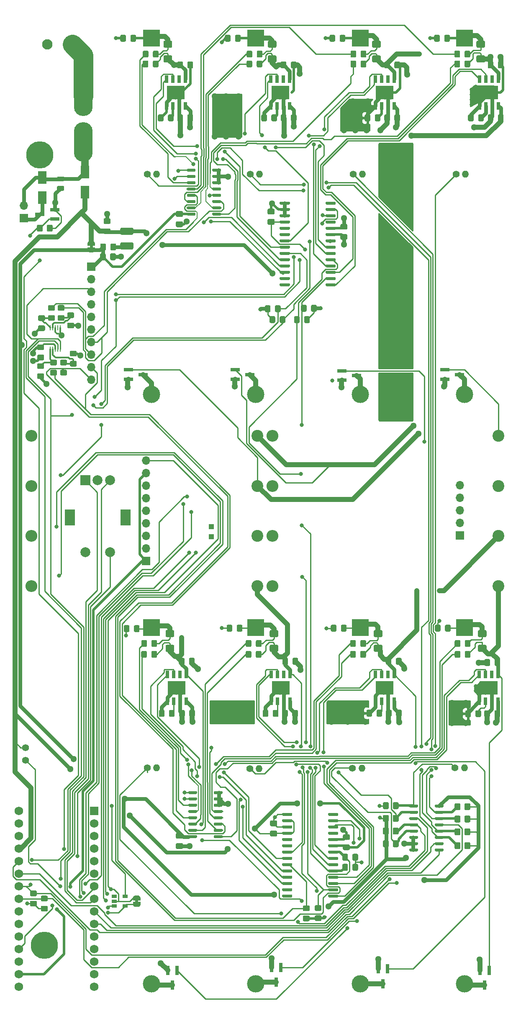
<source format=gbr>
%TF.GenerationSoftware,KiCad,Pcbnew,5.1.8*%
%TF.CreationDate,2020-12-26T20:56:00+01:00*%
%TF.ProjectId,charger2,63686172-6765-4723-922e-6b696361645f,rev?*%
%TF.SameCoordinates,Original*%
%TF.FileFunction,Copper,L1,Top*%
%TF.FilePolarity,Positive*%
%FSLAX46Y46*%
G04 Gerber Fmt 4.6, Leading zero omitted, Abs format (unit mm)*
G04 Created by KiCad (PCBNEW 5.1.8) date 2020-12-26 20:56:00*
%MOMM*%
%LPD*%
G01*
G04 APERTURE LIST*
%TA.AperFunction,EtchedComponent*%
%ADD10C,0.100000*%
%TD*%
%TA.AperFunction,SMDPad,CuDef*%
%ADD11R,1.060000X0.650000*%
%TD*%
%TA.AperFunction,SMDPad,CuDef*%
%ADD12C,0.100000*%
%TD*%
%TA.AperFunction,ComponentPad*%
%ADD13O,1.400000X1.400000*%
%TD*%
%TA.AperFunction,ComponentPad*%
%ADD14C,1.400000*%
%TD*%
%TA.AperFunction,ComponentPad*%
%ADD15C,3.500000*%
%TD*%
%TA.AperFunction,ComponentPad*%
%ADD16R,3.500000X3.500000*%
%TD*%
%TA.AperFunction,SMDPad,CuDef*%
%ADD17R,1.800000X2.500000*%
%TD*%
%TA.AperFunction,ComponentPad*%
%ADD18O,2.400000X2.400000*%
%TD*%
%TA.AperFunction,ComponentPad*%
%ADD19C,2.400000*%
%TD*%
%TA.AperFunction,ComponentPad*%
%ADD20R,1.700000X1.700000*%
%TD*%
%TA.AperFunction,ComponentPad*%
%ADD21O,1.700000X1.700000*%
%TD*%
%TA.AperFunction,SMDPad,CuDef*%
%ADD22R,3.600000X2.700000*%
%TD*%
%TA.AperFunction,SMDPad,CuDef*%
%ADD23R,0.650000X1.500000*%
%TD*%
%TA.AperFunction,SMDPad,CuDef*%
%ADD24R,1.900000X0.800000*%
%TD*%
%TA.AperFunction,ComponentPad*%
%ADD25C,1.727200*%
%TD*%
%TA.AperFunction,ComponentPad*%
%ADD26R,1.727200X1.727200*%
%TD*%
%TA.AperFunction,ComponentPad*%
%ADD27O,3.800000X8.000000*%
%TD*%
%TA.AperFunction,ComponentPad*%
%ADD28R,1.000000X1.000000*%
%TD*%
%TA.AperFunction,ComponentPad*%
%ADD29C,5.500000*%
%TD*%
%TA.AperFunction,SMDPad,CuDef*%
%ADD30R,0.250000X1.100000*%
%TD*%
%TA.AperFunction,ComponentPad*%
%ADD31R,2.000000X2.000000*%
%TD*%
%TA.AperFunction,ComponentPad*%
%ADD32C,2.000000*%
%TD*%
%TA.AperFunction,ComponentPad*%
%ADD33R,2.000000X3.200000*%
%TD*%
%TA.AperFunction,SMDPad,CuDef*%
%ADD34R,0.800000X1.900000*%
%TD*%
%TA.AperFunction,ComponentPad*%
%ADD35R,2.100000X2.100000*%
%TD*%
%TA.AperFunction,ComponentPad*%
%ADD36C,2.100000*%
%TD*%
%TA.AperFunction,ViaPad*%
%ADD37C,1.300000*%
%TD*%
%TA.AperFunction,ViaPad*%
%ADD38C,0.800000*%
%TD*%
%TA.AperFunction,Conductor*%
%ADD39C,0.500000*%
%TD*%
%TA.AperFunction,Conductor*%
%ADD40C,0.250000*%
%TD*%
%TA.AperFunction,Conductor*%
%ADD41C,0.750000*%
%TD*%
%TA.AperFunction,Conductor*%
%ADD42C,1.000000*%
%TD*%
%TA.AperFunction,Conductor*%
%ADD43C,0.300000*%
%TD*%
%TA.AperFunction,Conductor*%
%ADD44C,4.000000*%
%TD*%
%TA.AperFunction,Conductor*%
%ADD45C,0.200000*%
%TD*%
%TA.AperFunction,Conductor*%
%ADD46C,1.500000*%
%TD*%
%TA.AperFunction,Conductor*%
%ADD47C,0.254000*%
%TD*%
%TA.AperFunction,Conductor*%
%ADD48C,0.100000*%
%TD*%
G04 APERTURE END LIST*
D10*
G36*
X12700000Y-173468000D02*
G01*
X12700000Y-173968000D01*
X13300000Y-173968000D01*
X13300000Y-173468000D01*
X12700000Y-173468000D01*
G37*
G36*
X4100000Y-41600000D02*
G01*
X4100000Y-41100000D01*
X3500000Y-41100000D01*
X3500000Y-41600000D01*
X4100000Y-41600000D01*
G37*
%TA.AperFunction,SMDPad,CuDef*%
G36*
G01*
X41161000Y-158557500D02*
X40211000Y-158557500D01*
G75*
G02*
X39961000Y-158307500I0J250000D01*
G01*
X39961000Y-157632500D01*
G75*
G02*
X40211000Y-157382500I250000J0D01*
G01*
X41161000Y-157382500D01*
G75*
G02*
X41411000Y-157632500I0J-250000D01*
G01*
X41411000Y-158307500D01*
G75*
G02*
X41161000Y-158557500I-250000J0D01*
G01*
G37*
%TD.AperFunction*%
%TA.AperFunction,SMDPad,CuDef*%
G36*
G01*
X41161000Y-160632500D02*
X40211000Y-160632500D01*
G75*
G02*
X39961000Y-160382500I0J250000D01*
G01*
X39961000Y-159707500D01*
G75*
G02*
X40211000Y-159457500I250000J0D01*
G01*
X41161000Y-159457500D01*
G75*
G02*
X41411000Y-159707500I0J-250000D01*
G01*
X41411000Y-160382500D01*
G75*
G02*
X41161000Y-160632500I-250000J0D01*
G01*
G37*
%TD.AperFunction*%
D11*
X10628000Y-172768000D03*
X10628000Y-174668000D03*
X8428000Y-174668000D03*
X8428000Y-173718000D03*
X8428000Y-172768000D03*
%TA.AperFunction,SMDPad,CuDef*%
D12*
G36*
X13750000Y-173868000D02*
G01*
X13750000Y-174368000D01*
X13749398Y-174368000D01*
X13749398Y-174392534D01*
X13744588Y-174441365D01*
X13735016Y-174489490D01*
X13720772Y-174536445D01*
X13701995Y-174581778D01*
X13678864Y-174625051D01*
X13651604Y-174665850D01*
X13620476Y-174703779D01*
X13585779Y-174738476D01*
X13547850Y-174769604D01*
X13507051Y-174796864D01*
X13463778Y-174819995D01*
X13418445Y-174838772D01*
X13371490Y-174853016D01*
X13323365Y-174862588D01*
X13274534Y-174867398D01*
X13250000Y-174867398D01*
X13250000Y-174868000D01*
X12750000Y-174868000D01*
X12750000Y-174867398D01*
X12725466Y-174867398D01*
X12676635Y-174862588D01*
X12628510Y-174853016D01*
X12581555Y-174838772D01*
X12536222Y-174819995D01*
X12492949Y-174796864D01*
X12452150Y-174769604D01*
X12414221Y-174738476D01*
X12379524Y-174703779D01*
X12348396Y-174665850D01*
X12321136Y-174625051D01*
X12298005Y-174581778D01*
X12279228Y-174536445D01*
X12264984Y-174489490D01*
X12255412Y-174441365D01*
X12250602Y-174392534D01*
X12250602Y-174368000D01*
X12250000Y-174368000D01*
X12250000Y-173868000D01*
X13750000Y-173868000D01*
G37*
%TD.AperFunction*%
%TA.AperFunction,SMDPad,CuDef*%
G36*
X12250602Y-173068000D02*
G01*
X12250602Y-173043466D01*
X12255412Y-172994635D01*
X12264984Y-172946510D01*
X12279228Y-172899555D01*
X12298005Y-172854222D01*
X12321136Y-172810949D01*
X12348396Y-172770150D01*
X12379524Y-172732221D01*
X12414221Y-172697524D01*
X12452150Y-172666396D01*
X12492949Y-172639136D01*
X12536222Y-172616005D01*
X12581555Y-172597228D01*
X12628510Y-172582984D01*
X12676635Y-172573412D01*
X12725466Y-172568602D01*
X12750000Y-172568602D01*
X12750000Y-172568000D01*
X13250000Y-172568000D01*
X13250000Y-172568602D01*
X13274534Y-172568602D01*
X13323365Y-172573412D01*
X13371490Y-172582984D01*
X13418445Y-172597228D01*
X13463778Y-172616005D01*
X13507051Y-172639136D01*
X13547850Y-172666396D01*
X13585779Y-172697524D01*
X13620476Y-172732221D01*
X13651604Y-172770150D01*
X13678864Y-172810949D01*
X13701995Y-172854222D01*
X13720772Y-172899555D01*
X13735016Y-172946510D01*
X13744588Y-172994635D01*
X13749398Y-173043466D01*
X13749398Y-173068000D01*
X13750000Y-173068000D01*
X13750000Y-173568000D01*
X12250000Y-173568000D01*
X12250000Y-173068000D01*
X12250602Y-173068000D01*
G37*
%TD.AperFunction*%
%TA.AperFunction,SMDPad,CuDef*%
G36*
G01*
X21161000Y-161976000D02*
X22111000Y-161976000D01*
G75*
G02*
X22361000Y-162226000I0J-250000D01*
G01*
X22361000Y-162901000D01*
G75*
G02*
X22111000Y-163151000I-250000J0D01*
G01*
X21161000Y-163151000D01*
G75*
G02*
X20911000Y-162901000I0J250000D01*
G01*
X20911000Y-162226000D01*
G75*
G02*
X21161000Y-161976000I250000J0D01*
G01*
G37*
%TD.AperFunction*%
%TA.AperFunction,SMDPad,CuDef*%
G36*
G01*
X21161000Y-159901000D02*
X22111000Y-159901000D01*
G75*
G02*
X22361000Y-160151000I0J-250000D01*
G01*
X22361000Y-160826000D01*
G75*
G02*
X22111000Y-161076000I-250000J0D01*
G01*
X21161000Y-161076000D01*
G75*
G02*
X20911000Y-160826000I0J250000D01*
G01*
X20911000Y-160151000D01*
G75*
G02*
X21161000Y-159901000I250000J0D01*
G01*
G37*
%TD.AperFunction*%
%TA.AperFunction,SMDPad,CuDef*%
G36*
G01*
X21161000Y-36224500D02*
X22111000Y-36224500D01*
G75*
G02*
X22361000Y-36474500I0J-250000D01*
G01*
X22361000Y-37149500D01*
G75*
G02*
X22111000Y-37399500I-250000J0D01*
G01*
X21161000Y-37399500D01*
G75*
G02*
X20911000Y-37149500I0J250000D01*
G01*
X20911000Y-36474500D01*
G75*
G02*
X21161000Y-36224500I250000J0D01*
G01*
G37*
%TD.AperFunction*%
%TA.AperFunction,SMDPad,CuDef*%
G36*
G01*
X21161000Y-34149500D02*
X22111000Y-34149500D01*
G75*
G02*
X22361000Y-34399500I0J-250000D01*
G01*
X22361000Y-35074500D01*
G75*
G02*
X22111000Y-35324500I-250000J0D01*
G01*
X21161000Y-35324500D01*
G75*
G02*
X20911000Y-35074500I0J250000D01*
G01*
X20911000Y-34399500D01*
G75*
G02*
X21161000Y-34149500I250000J0D01*
G01*
G37*
%TD.AperFunction*%
%TA.AperFunction,SMDPad,CuDef*%
G36*
G01*
X40653000Y-34838000D02*
X39703000Y-34838000D01*
G75*
G02*
X39453000Y-34588000I0J250000D01*
G01*
X39453000Y-33913000D01*
G75*
G02*
X39703000Y-33663000I250000J0D01*
G01*
X40653000Y-33663000D01*
G75*
G02*
X40903000Y-33913000I0J-250000D01*
G01*
X40903000Y-34588000D01*
G75*
G02*
X40653000Y-34838000I-250000J0D01*
G01*
G37*
%TD.AperFunction*%
%TA.AperFunction,SMDPad,CuDef*%
G36*
G01*
X40653000Y-36913000D02*
X39703000Y-36913000D01*
G75*
G02*
X39453000Y-36663000I0J250000D01*
G01*
X39453000Y-35988000D01*
G75*
G02*
X39703000Y-35738000I250000J0D01*
G01*
X40653000Y-35738000D01*
G75*
G02*
X40903000Y-35988000I0J-250000D01*
G01*
X40903000Y-36663000D01*
G75*
G02*
X40653000Y-36913000I-250000J0D01*
G01*
G37*
%TD.AperFunction*%
%TA.AperFunction,SMDPad,CuDef*%
G36*
G01*
X73300000Y-154605000D02*
X73300000Y-154305000D01*
G75*
G02*
X73450000Y-154155000I150000J0D01*
G01*
X74900000Y-154155000D01*
G75*
G02*
X75050000Y-154305000I0J-150000D01*
G01*
X75050000Y-154605000D01*
G75*
G02*
X74900000Y-154755000I-150000J0D01*
G01*
X73450000Y-154755000D01*
G75*
G02*
X73300000Y-154605000I0J150000D01*
G01*
G37*
%TD.AperFunction*%
%TA.AperFunction,SMDPad,CuDef*%
G36*
G01*
X73300000Y-155875000D02*
X73300000Y-155575000D01*
G75*
G02*
X73450000Y-155425000I150000J0D01*
G01*
X74900000Y-155425000D01*
G75*
G02*
X75050000Y-155575000I0J-150000D01*
G01*
X75050000Y-155875000D01*
G75*
G02*
X74900000Y-156025000I-150000J0D01*
G01*
X73450000Y-156025000D01*
G75*
G02*
X73300000Y-155875000I0J150000D01*
G01*
G37*
%TD.AperFunction*%
%TA.AperFunction,SMDPad,CuDef*%
G36*
G01*
X73300000Y-157145000D02*
X73300000Y-156845000D01*
G75*
G02*
X73450000Y-156695000I150000J0D01*
G01*
X74900000Y-156695000D01*
G75*
G02*
X75050000Y-156845000I0J-150000D01*
G01*
X75050000Y-157145000D01*
G75*
G02*
X74900000Y-157295000I-150000J0D01*
G01*
X73450000Y-157295000D01*
G75*
G02*
X73300000Y-157145000I0J150000D01*
G01*
G37*
%TD.AperFunction*%
%TA.AperFunction,SMDPad,CuDef*%
G36*
G01*
X73300000Y-158415000D02*
X73300000Y-158115000D01*
G75*
G02*
X73450000Y-157965000I150000J0D01*
G01*
X74900000Y-157965000D01*
G75*
G02*
X75050000Y-158115000I0J-150000D01*
G01*
X75050000Y-158415000D01*
G75*
G02*
X74900000Y-158565000I-150000J0D01*
G01*
X73450000Y-158565000D01*
G75*
G02*
X73300000Y-158415000I0J150000D01*
G01*
G37*
%TD.AperFunction*%
%TA.AperFunction,SMDPad,CuDef*%
G36*
G01*
X73300000Y-159685000D02*
X73300000Y-159385000D01*
G75*
G02*
X73450000Y-159235000I150000J0D01*
G01*
X74900000Y-159235000D01*
G75*
G02*
X75050000Y-159385000I0J-150000D01*
G01*
X75050000Y-159685000D01*
G75*
G02*
X74900000Y-159835000I-150000J0D01*
G01*
X73450000Y-159835000D01*
G75*
G02*
X73300000Y-159685000I0J150000D01*
G01*
G37*
%TD.AperFunction*%
%TA.AperFunction,SMDPad,CuDef*%
G36*
G01*
X73300000Y-160955000D02*
X73300000Y-160655000D01*
G75*
G02*
X73450000Y-160505000I150000J0D01*
G01*
X74900000Y-160505000D01*
G75*
G02*
X75050000Y-160655000I0J-150000D01*
G01*
X75050000Y-160955000D01*
G75*
G02*
X74900000Y-161105000I-150000J0D01*
G01*
X73450000Y-161105000D01*
G75*
G02*
X73300000Y-160955000I0J150000D01*
G01*
G37*
%TD.AperFunction*%
%TA.AperFunction,SMDPad,CuDef*%
G36*
G01*
X73300000Y-162225000D02*
X73300000Y-161925000D01*
G75*
G02*
X73450000Y-161775000I150000J0D01*
G01*
X74900000Y-161775000D01*
G75*
G02*
X75050000Y-161925000I0J-150000D01*
G01*
X75050000Y-162225000D01*
G75*
G02*
X74900000Y-162375000I-150000J0D01*
G01*
X73450000Y-162375000D01*
G75*
G02*
X73300000Y-162225000I0J150000D01*
G01*
G37*
%TD.AperFunction*%
%TA.AperFunction,SMDPad,CuDef*%
G36*
G01*
X73300000Y-163495000D02*
X73300000Y-163195000D01*
G75*
G02*
X73450000Y-163045000I150000J0D01*
G01*
X74900000Y-163045000D01*
G75*
G02*
X75050000Y-163195000I0J-150000D01*
G01*
X75050000Y-163495000D01*
G75*
G02*
X74900000Y-163645000I-150000J0D01*
G01*
X73450000Y-163645000D01*
G75*
G02*
X73300000Y-163495000I0J150000D01*
G01*
G37*
%TD.AperFunction*%
%TA.AperFunction,SMDPad,CuDef*%
G36*
G01*
X68150000Y-163495000D02*
X68150000Y-163195000D01*
G75*
G02*
X68300000Y-163045000I150000J0D01*
G01*
X69750000Y-163045000D01*
G75*
G02*
X69900000Y-163195000I0J-150000D01*
G01*
X69900000Y-163495000D01*
G75*
G02*
X69750000Y-163645000I-150000J0D01*
G01*
X68300000Y-163645000D01*
G75*
G02*
X68150000Y-163495000I0J150000D01*
G01*
G37*
%TD.AperFunction*%
%TA.AperFunction,SMDPad,CuDef*%
G36*
G01*
X68150000Y-162225000D02*
X68150000Y-161925000D01*
G75*
G02*
X68300000Y-161775000I150000J0D01*
G01*
X69750000Y-161775000D01*
G75*
G02*
X69900000Y-161925000I0J-150000D01*
G01*
X69900000Y-162225000D01*
G75*
G02*
X69750000Y-162375000I-150000J0D01*
G01*
X68300000Y-162375000D01*
G75*
G02*
X68150000Y-162225000I0J150000D01*
G01*
G37*
%TD.AperFunction*%
%TA.AperFunction,SMDPad,CuDef*%
G36*
G01*
X68150000Y-160955000D02*
X68150000Y-160655000D01*
G75*
G02*
X68300000Y-160505000I150000J0D01*
G01*
X69750000Y-160505000D01*
G75*
G02*
X69900000Y-160655000I0J-150000D01*
G01*
X69900000Y-160955000D01*
G75*
G02*
X69750000Y-161105000I-150000J0D01*
G01*
X68300000Y-161105000D01*
G75*
G02*
X68150000Y-160955000I0J150000D01*
G01*
G37*
%TD.AperFunction*%
%TA.AperFunction,SMDPad,CuDef*%
G36*
G01*
X68150000Y-159685000D02*
X68150000Y-159385000D01*
G75*
G02*
X68300000Y-159235000I150000J0D01*
G01*
X69750000Y-159235000D01*
G75*
G02*
X69900000Y-159385000I0J-150000D01*
G01*
X69900000Y-159685000D01*
G75*
G02*
X69750000Y-159835000I-150000J0D01*
G01*
X68300000Y-159835000D01*
G75*
G02*
X68150000Y-159685000I0J150000D01*
G01*
G37*
%TD.AperFunction*%
%TA.AperFunction,SMDPad,CuDef*%
G36*
G01*
X68150000Y-158415000D02*
X68150000Y-158115000D01*
G75*
G02*
X68300000Y-157965000I150000J0D01*
G01*
X69750000Y-157965000D01*
G75*
G02*
X69900000Y-158115000I0J-150000D01*
G01*
X69900000Y-158415000D01*
G75*
G02*
X69750000Y-158565000I-150000J0D01*
G01*
X68300000Y-158565000D01*
G75*
G02*
X68150000Y-158415000I0J150000D01*
G01*
G37*
%TD.AperFunction*%
%TA.AperFunction,SMDPad,CuDef*%
G36*
G01*
X68150000Y-157145000D02*
X68150000Y-156845000D01*
G75*
G02*
X68300000Y-156695000I150000J0D01*
G01*
X69750000Y-156695000D01*
G75*
G02*
X69900000Y-156845000I0J-150000D01*
G01*
X69900000Y-157145000D01*
G75*
G02*
X69750000Y-157295000I-150000J0D01*
G01*
X68300000Y-157295000D01*
G75*
G02*
X68150000Y-157145000I0J150000D01*
G01*
G37*
%TD.AperFunction*%
%TA.AperFunction,SMDPad,CuDef*%
G36*
G01*
X68150000Y-155875000D02*
X68150000Y-155575000D01*
G75*
G02*
X68300000Y-155425000I150000J0D01*
G01*
X69750000Y-155425000D01*
G75*
G02*
X69900000Y-155575000I0J-150000D01*
G01*
X69900000Y-155875000D01*
G75*
G02*
X69750000Y-156025000I-150000J0D01*
G01*
X68300000Y-156025000D01*
G75*
G02*
X68150000Y-155875000I0J150000D01*
G01*
G37*
%TD.AperFunction*%
%TA.AperFunction,SMDPad,CuDef*%
G36*
G01*
X68150000Y-154605000D02*
X68150000Y-154305000D01*
G75*
G02*
X68300000Y-154155000I150000J0D01*
G01*
X69750000Y-154155000D01*
G75*
G02*
X69900000Y-154305000I0J-150000D01*
G01*
X69900000Y-154605000D01*
G75*
G02*
X69750000Y-154755000I-150000J0D01*
G01*
X68300000Y-154755000D01*
G75*
G02*
X68150000Y-154605000I0J150000D01*
G01*
G37*
%TD.AperFunction*%
%TA.AperFunction,SMDPad,CuDef*%
G36*
G01*
X25200000Y-160495000D02*
X25200000Y-160795000D01*
G75*
G02*
X25050000Y-160945000I-150000J0D01*
G01*
X23600000Y-160945000D01*
G75*
G02*
X23450000Y-160795000I0J150000D01*
G01*
X23450000Y-160495000D01*
G75*
G02*
X23600000Y-160345000I150000J0D01*
G01*
X25050000Y-160345000D01*
G75*
G02*
X25200000Y-160495000I0J-150000D01*
G01*
G37*
%TD.AperFunction*%
%TA.AperFunction,SMDPad,CuDef*%
G36*
G01*
X25200000Y-159225000D02*
X25200000Y-159525000D01*
G75*
G02*
X25050000Y-159675000I-150000J0D01*
G01*
X23600000Y-159675000D01*
G75*
G02*
X23450000Y-159525000I0J150000D01*
G01*
X23450000Y-159225000D01*
G75*
G02*
X23600000Y-159075000I150000J0D01*
G01*
X25050000Y-159075000D01*
G75*
G02*
X25200000Y-159225000I0J-150000D01*
G01*
G37*
%TD.AperFunction*%
%TA.AperFunction,SMDPad,CuDef*%
G36*
G01*
X25200000Y-157955000D02*
X25200000Y-158255000D01*
G75*
G02*
X25050000Y-158405000I-150000J0D01*
G01*
X23600000Y-158405000D01*
G75*
G02*
X23450000Y-158255000I0J150000D01*
G01*
X23450000Y-157955000D01*
G75*
G02*
X23600000Y-157805000I150000J0D01*
G01*
X25050000Y-157805000D01*
G75*
G02*
X25200000Y-157955000I0J-150000D01*
G01*
G37*
%TD.AperFunction*%
%TA.AperFunction,SMDPad,CuDef*%
G36*
G01*
X25200000Y-156685000D02*
X25200000Y-156985000D01*
G75*
G02*
X25050000Y-157135000I-150000J0D01*
G01*
X23600000Y-157135000D01*
G75*
G02*
X23450000Y-156985000I0J150000D01*
G01*
X23450000Y-156685000D01*
G75*
G02*
X23600000Y-156535000I150000J0D01*
G01*
X25050000Y-156535000D01*
G75*
G02*
X25200000Y-156685000I0J-150000D01*
G01*
G37*
%TD.AperFunction*%
%TA.AperFunction,SMDPad,CuDef*%
G36*
G01*
X25200000Y-155415000D02*
X25200000Y-155715000D01*
G75*
G02*
X25050000Y-155865000I-150000J0D01*
G01*
X23600000Y-155865000D01*
G75*
G02*
X23450000Y-155715000I0J150000D01*
G01*
X23450000Y-155415000D01*
G75*
G02*
X23600000Y-155265000I150000J0D01*
G01*
X25050000Y-155265000D01*
G75*
G02*
X25200000Y-155415000I0J-150000D01*
G01*
G37*
%TD.AperFunction*%
%TA.AperFunction,SMDPad,CuDef*%
G36*
G01*
X25200000Y-154145000D02*
X25200000Y-154445000D01*
G75*
G02*
X25050000Y-154595000I-150000J0D01*
G01*
X23600000Y-154595000D01*
G75*
G02*
X23450000Y-154445000I0J150000D01*
G01*
X23450000Y-154145000D01*
G75*
G02*
X23600000Y-153995000I150000J0D01*
G01*
X25050000Y-153995000D01*
G75*
G02*
X25200000Y-154145000I0J-150000D01*
G01*
G37*
%TD.AperFunction*%
%TA.AperFunction,SMDPad,CuDef*%
G36*
G01*
X25200000Y-152875000D02*
X25200000Y-153175000D01*
G75*
G02*
X25050000Y-153325000I-150000J0D01*
G01*
X23600000Y-153325000D01*
G75*
G02*
X23450000Y-153175000I0J150000D01*
G01*
X23450000Y-152875000D01*
G75*
G02*
X23600000Y-152725000I150000J0D01*
G01*
X25050000Y-152725000D01*
G75*
G02*
X25200000Y-152875000I0J-150000D01*
G01*
G37*
%TD.AperFunction*%
%TA.AperFunction,SMDPad,CuDef*%
G36*
G01*
X25200000Y-151605000D02*
X25200000Y-151905000D01*
G75*
G02*
X25050000Y-152055000I-150000J0D01*
G01*
X23600000Y-152055000D01*
G75*
G02*
X23450000Y-151905000I0J150000D01*
G01*
X23450000Y-151605000D01*
G75*
G02*
X23600000Y-151455000I150000J0D01*
G01*
X25050000Y-151455000D01*
G75*
G02*
X25200000Y-151605000I0J-150000D01*
G01*
G37*
%TD.AperFunction*%
%TA.AperFunction,SMDPad,CuDef*%
G36*
G01*
X30350000Y-151605000D02*
X30350000Y-151905000D01*
G75*
G02*
X30200000Y-152055000I-150000J0D01*
G01*
X28750000Y-152055000D01*
G75*
G02*
X28600000Y-151905000I0J150000D01*
G01*
X28600000Y-151605000D01*
G75*
G02*
X28750000Y-151455000I150000J0D01*
G01*
X30200000Y-151455000D01*
G75*
G02*
X30350000Y-151605000I0J-150000D01*
G01*
G37*
%TD.AperFunction*%
%TA.AperFunction,SMDPad,CuDef*%
G36*
G01*
X30350000Y-152875000D02*
X30350000Y-153175000D01*
G75*
G02*
X30200000Y-153325000I-150000J0D01*
G01*
X28750000Y-153325000D01*
G75*
G02*
X28600000Y-153175000I0J150000D01*
G01*
X28600000Y-152875000D01*
G75*
G02*
X28750000Y-152725000I150000J0D01*
G01*
X30200000Y-152725000D01*
G75*
G02*
X30350000Y-152875000I0J-150000D01*
G01*
G37*
%TD.AperFunction*%
%TA.AperFunction,SMDPad,CuDef*%
G36*
G01*
X30350000Y-154145000D02*
X30350000Y-154445000D01*
G75*
G02*
X30200000Y-154595000I-150000J0D01*
G01*
X28750000Y-154595000D01*
G75*
G02*
X28600000Y-154445000I0J150000D01*
G01*
X28600000Y-154145000D01*
G75*
G02*
X28750000Y-153995000I150000J0D01*
G01*
X30200000Y-153995000D01*
G75*
G02*
X30350000Y-154145000I0J-150000D01*
G01*
G37*
%TD.AperFunction*%
%TA.AperFunction,SMDPad,CuDef*%
G36*
G01*
X30350000Y-155415000D02*
X30350000Y-155715000D01*
G75*
G02*
X30200000Y-155865000I-150000J0D01*
G01*
X28750000Y-155865000D01*
G75*
G02*
X28600000Y-155715000I0J150000D01*
G01*
X28600000Y-155415000D01*
G75*
G02*
X28750000Y-155265000I150000J0D01*
G01*
X30200000Y-155265000D01*
G75*
G02*
X30350000Y-155415000I0J-150000D01*
G01*
G37*
%TD.AperFunction*%
%TA.AperFunction,SMDPad,CuDef*%
G36*
G01*
X30350000Y-156685000D02*
X30350000Y-156985000D01*
G75*
G02*
X30200000Y-157135000I-150000J0D01*
G01*
X28750000Y-157135000D01*
G75*
G02*
X28600000Y-156985000I0J150000D01*
G01*
X28600000Y-156685000D01*
G75*
G02*
X28750000Y-156535000I150000J0D01*
G01*
X30200000Y-156535000D01*
G75*
G02*
X30350000Y-156685000I0J-150000D01*
G01*
G37*
%TD.AperFunction*%
%TA.AperFunction,SMDPad,CuDef*%
G36*
G01*
X30350000Y-157955000D02*
X30350000Y-158255000D01*
G75*
G02*
X30200000Y-158405000I-150000J0D01*
G01*
X28750000Y-158405000D01*
G75*
G02*
X28600000Y-158255000I0J150000D01*
G01*
X28600000Y-157955000D01*
G75*
G02*
X28750000Y-157805000I150000J0D01*
G01*
X30200000Y-157805000D01*
G75*
G02*
X30350000Y-157955000I0J-150000D01*
G01*
G37*
%TD.AperFunction*%
%TA.AperFunction,SMDPad,CuDef*%
G36*
G01*
X30350000Y-159225000D02*
X30350000Y-159525000D01*
G75*
G02*
X30200000Y-159675000I-150000J0D01*
G01*
X28750000Y-159675000D01*
G75*
G02*
X28600000Y-159525000I0J150000D01*
G01*
X28600000Y-159225000D01*
G75*
G02*
X28750000Y-159075000I150000J0D01*
G01*
X30200000Y-159075000D01*
G75*
G02*
X30350000Y-159225000I0J-150000D01*
G01*
G37*
%TD.AperFunction*%
%TA.AperFunction,SMDPad,CuDef*%
G36*
G01*
X30350000Y-160495000D02*
X30350000Y-160795000D01*
G75*
G02*
X30200000Y-160945000I-150000J0D01*
G01*
X28750000Y-160945000D01*
G75*
G02*
X28600000Y-160795000I0J150000D01*
G01*
X28600000Y-160495000D01*
G75*
G02*
X28750000Y-160345000I150000J0D01*
G01*
X30200000Y-160345000D01*
G75*
G02*
X30350000Y-160495000I0J-150000D01*
G01*
G37*
%TD.AperFunction*%
%TA.AperFunction,SMDPad,CuDef*%
G36*
G01*
X24900000Y-34595000D02*
X24900000Y-34895000D01*
G75*
G02*
X24750000Y-35045000I-150000J0D01*
G01*
X23300000Y-35045000D01*
G75*
G02*
X23150000Y-34895000I0J150000D01*
G01*
X23150000Y-34595000D01*
G75*
G02*
X23300000Y-34445000I150000J0D01*
G01*
X24750000Y-34445000D01*
G75*
G02*
X24900000Y-34595000I0J-150000D01*
G01*
G37*
%TD.AperFunction*%
%TA.AperFunction,SMDPad,CuDef*%
G36*
G01*
X24900000Y-33325000D02*
X24900000Y-33625000D01*
G75*
G02*
X24750000Y-33775000I-150000J0D01*
G01*
X23300000Y-33775000D01*
G75*
G02*
X23150000Y-33625000I0J150000D01*
G01*
X23150000Y-33325000D01*
G75*
G02*
X23300000Y-33175000I150000J0D01*
G01*
X24750000Y-33175000D01*
G75*
G02*
X24900000Y-33325000I0J-150000D01*
G01*
G37*
%TD.AperFunction*%
%TA.AperFunction,SMDPad,CuDef*%
G36*
G01*
X24900000Y-32055000D02*
X24900000Y-32355000D01*
G75*
G02*
X24750000Y-32505000I-150000J0D01*
G01*
X23300000Y-32505000D01*
G75*
G02*
X23150000Y-32355000I0J150000D01*
G01*
X23150000Y-32055000D01*
G75*
G02*
X23300000Y-31905000I150000J0D01*
G01*
X24750000Y-31905000D01*
G75*
G02*
X24900000Y-32055000I0J-150000D01*
G01*
G37*
%TD.AperFunction*%
%TA.AperFunction,SMDPad,CuDef*%
G36*
G01*
X24900000Y-30785000D02*
X24900000Y-31085000D01*
G75*
G02*
X24750000Y-31235000I-150000J0D01*
G01*
X23300000Y-31235000D01*
G75*
G02*
X23150000Y-31085000I0J150000D01*
G01*
X23150000Y-30785000D01*
G75*
G02*
X23300000Y-30635000I150000J0D01*
G01*
X24750000Y-30635000D01*
G75*
G02*
X24900000Y-30785000I0J-150000D01*
G01*
G37*
%TD.AperFunction*%
%TA.AperFunction,SMDPad,CuDef*%
G36*
G01*
X24900000Y-29515000D02*
X24900000Y-29815000D01*
G75*
G02*
X24750000Y-29965000I-150000J0D01*
G01*
X23300000Y-29965000D01*
G75*
G02*
X23150000Y-29815000I0J150000D01*
G01*
X23150000Y-29515000D01*
G75*
G02*
X23300000Y-29365000I150000J0D01*
G01*
X24750000Y-29365000D01*
G75*
G02*
X24900000Y-29515000I0J-150000D01*
G01*
G37*
%TD.AperFunction*%
%TA.AperFunction,SMDPad,CuDef*%
G36*
G01*
X24900000Y-28245000D02*
X24900000Y-28545000D01*
G75*
G02*
X24750000Y-28695000I-150000J0D01*
G01*
X23300000Y-28695000D01*
G75*
G02*
X23150000Y-28545000I0J150000D01*
G01*
X23150000Y-28245000D01*
G75*
G02*
X23300000Y-28095000I150000J0D01*
G01*
X24750000Y-28095000D01*
G75*
G02*
X24900000Y-28245000I0J-150000D01*
G01*
G37*
%TD.AperFunction*%
%TA.AperFunction,SMDPad,CuDef*%
G36*
G01*
X24900000Y-26975000D02*
X24900000Y-27275000D01*
G75*
G02*
X24750000Y-27425000I-150000J0D01*
G01*
X23300000Y-27425000D01*
G75*
G02*
X23150000Y-27275000I0J150000D01*
G01*
X23150000Y-26975000D01*
G75*
G02*
X23300000Y-26825000I150000J0D01*
G01*
X24750000Y-26825000D01*
G75*
G02*
X24900000Y-26975000I0J-150000D01*
G01*
G37*
%TD.AperFunction*%
%TA.AperFunction,SMDPad,CuDef*%
G36*
G01*
X24900000Y-25705000D02*
X24900000Y-26005000D01*
G75*
G02*
X24750000Y-26155000I-150000J0D01*
G01*
X23300000Y-26155000D01*
G75*
G02*
X23150000Y-26005000I0J150000D01*
G01*
X23150000Y-25705000D01*
G75*
G02*
X23300000Y-25555000I150000J0D01*
G01*
X24750000Y-25555000D01*
G75*
G02*
X24900000Y-25705000I0J-150000D01*
G01*
G37*
%TD.AperFunction*%
%TA.AperFunction,SMDPad,CuDef*%
G36*
G01*
X30050000Y-25705000D02*
X30050000Y-26005000D01*
G75*
G02*
X29900000Y-26155000I-150000J0D01*
G01*
X28450000Y-26155000D01*
G75*
G02*
X28300000Y-26005000I0J150000D01*
G01*
X28300000Y-25705000D01*
G75*
G02*
X28450000Y-25555000I150000J0D01*
G01*
X29900000Y-25555000D01*
G75*
G02*
X30050000Y-25705000I0J-150000D01*
G01*
G37*
%TD.AperFunction*%
%TA.AperFunction,SMDPad,CuDef*%
G36*
G01*
X30050000Y-26975000D02*
X30050000Y-27275000D01*
G75*
G02*
X29900000Y-27425000I-150000J0D01*
G01*
X28450000Y-27425000D01*
G75*
G02*
X28300000Y-27275000I0J150000D01*
G01*
X28300000Y-26975000D01*
G75*
G02*
X28450000Y-26825000I150000J0D01*
G01*
X29900000Y-26825000D01*
G75*
G02*
X30050000Y-26975000I0J-150000D01*
G01*
G37*
%TD.AperFunction*%
%TA.AperFunction,SMDPad,CuDef*%
G36*
G01*
X30050000Y-28245000D02*
X30050000Y-28545000D01*
G75*
G02*
X29900000Y-28695000I-150000J0D01*
G01*
X28450000Y-28695000D01*
G75*
G02*
X28300000Y-28545000I0J150000D01*
G01*
X28300000Y-28245000D01*
G75*
G02*
X28450000Y-28095000I150000J0D01*
G01*
X29900000Y-28095000D01*
G75*
G02*
X30050000Y-28245000I0J-150000D01*
G01*
G37*
%TD.AperFunction*%
%TA.AperFunction,SMDPad,CuDef*%
G36*
G01*
X30050000Y-29515000D02*
X30050000Y-29815000D01*
G75*
G02*
X29900000Y-29965000I-150000J0D01*
G01*
X28450000Y-29965000D01*
G75*
G02*
X28300000Y-29815000I0J150000D01*
G01*
X28300000Y-29515000D01*
G75*
G02*
X28450000Y-29365000I150000J0D01*
G01*
X29900000Y-29365000D01*
G75*
G02*
X30050000Y-29515000I0J-150000D01*
G01*
G37*
%TD.AperFunction*%
%TA.AperFunction,SMDPad,CuDef*%
G36*
G01*
X30050000Y-30785000D02*
X30050000Y-31085000D01*
G75*
G02*
X29900000Y-31235000I-150000J0D01*
G01*
X28450000Y-31235000D01*
G75*
G02*
X28300000Y-31085000I0J150000D01*
G01*
X28300000Y-30785000D01*
G75*
G02*
X28450000Y-30635000I150000J0D01*
G01*
X29900000Y-30635000D01*
G75*
G02*
X30050000Y-30785000I0J-150000D01*
G01*
G37*
%TD.AperFunction*%
%TA.AperFunction,SMDPad,CuDef*%
G36*
G01*
X30050000Y-32055000D02*
X30050000Y-32355000D01*
G75*
G02*
X29900000Y-32505000I-150000J0D01*
G01*
X28450000Y-32505000D01*
G75*
G02*
X28300000Y-32355000I0J150000D01*
G01*
X28300000Y-32055000D01*
G75*
G02*
X28450000Y-31905000I150000J0D01*
G01*
X29900000Y-31905000D01*
G75*
G02*
X30050000Y-32055000I0J-150000D01*
G01*
G37*
%TD.AperFunction*%
%TA.AperFunction,SMDPad,CuDef*%
G36*
G01*
X30050000Y-33325000D02*
X30050000Y-33625000D01*
G75*
G02*
X29900000Y-33775000I-150000J0D01*
G01*
X28450000Y-33775000D01*
G75*
G02*
X28300000Y-33625000I0J150000D01*
G01*
X28300000Y-33325000D01*
G75*
G02*
X28450000Y-33175000I150000J0D01*
G01*
X29900000Y-33175000D01*
G75*
G02*
X30050000Y-33325000I0J-150000D01*
G01*
G37*
%TD.AperFunction*%
%TA.AperFunction,SMDPad,CuDef*%
G36*
G01*
X30050000Y-34595000D02*
X30050000Y-34895000D01*
G75*
G02*
X29900000Y-35045000I-150000J0D01*
G01*
X28450000Y-35045000D01*
G75*
G02*
X28300000Y-34895000I0J150000D01*
G01*
X28300000Y-34595000D01*
G75*
G02*
X28450000Y-34445000I150000J0D01*
G01*
X29900000Y-34445000D01*
G75*
G02*
X30050000Y-34595000I0J-150000D01*
G01*
G37*
%TD.AperFunction*%
D13*
X79500000Y-26700000D03*
D14*
X77600000Y-26700000D03*
D15*
X79300000Y-71200000D03*
D16*
X79300000Y800000D03*
D17*
X-6150000Y-27400000D03*
X-6150000Y-31400000D03*
%TA.AperFunction,SMDPad,CuDef*%
G36*
G01*
X-2875000Y-27150000D02*
X-1925000Y-27150000D01*
G75*
G02*
X-1675000Y-27400000I0J-250000D01*
G01*
X-1675000Y-27900000D01*
G75*
G02*
X-1925000Y-28150000I-250000J0D01*
G01*
X-2875000Y-28150000D01*
G75*
G02*
X-3125000Y-27900000I0J250000D01*
G01*
X-3125000Y-27400000D01*
G75*
G02*
X-2875000Y-27150000I250000J0D01*
G01*
G37*
%TD.AperFunction*%
%TA.AperFunction,SMDPad,CuDef*%
G36*
G01*
X-2875000Y-29050000D02*
X-1925000Y-29050000D01*
G75*
G02*
X-1675000Y-29300000I0J-250000D01*
G01*
X-1675000Y-29800000D01*
G75*
G02*
X-1925000Y-30050000I-250000J0D01*
G01*
X-2875000Y-30050000D01*
G75*
G02*
X-3125000Y-29800000I0J250000D01*
G01*
X-3125000Y-29300000D01*
G75*
G02*
X-2875000Y-29050000I250000J0D01*
G01*
G37*
%TD.AperFunction*%
D18*
X-8320000Y-79600000D03*
D19*
X37400000Y-79600000D03*
D18*
X40480000Y-110000000D03*
D19*
X86200000Y-110000000D03*
D15*
X58200000Y-190400000D03*
D16*
X58200000Y-118400000D03*
X37100000Y800000D03*
D15*
X37100000Y-71200000D03*
D16*
X16000000Y800000D03*
D15*
X16000000Y-71200000D03*
%TA.AperFunction,SMDPad,CuDef*%
G36*
G01*
X38241666Y-123349999D02*
X38241666Y-124250001D01*
G75*
G02*
X37991667Y-124500000I-249999J0D01*
G01*
X37341665Y-124500000D01*
G75*
G02*
X37091666Y-124250001I0J249999D01*
G01*
X37091666Y-123349999D01*
G75*
G02*
X37341665Y-123100000I249999J0D01*
G01*
X37991667Y-123100000D01*
G75*
G02*
X38241666Y-123349999I0J-249999D01*
G01*
G37*
%TD.AperFunction*%
%TA.AperFunction,SMDPad,CuDef*%
G36*
G01*
X36191666Y-123349999D02*
X36191666Y-124250001D01*
G75*
G02*
X35941667Y-124500000I-249999J0D01*
G01*
X35291665Y-124500000D01*
G75*
G02*
X35041666Y-124250001I0J249999D01*
G01*
X35041666Y-123349999D01*
G75*
G02*
X35291665Y-123100000I249999J0D01*
G01*
X35941667Y-123100000D01*
G75*
G02*
X36191666Y-123349999I0J-249999D01*
G01*
G37*
%TD.AperFunction*%
%TA.AperFunction,SMDPad,CuDef*%
G36*
G01*
X-5200000Y-38050001D02*
X-5200000Y-37149999D01*
G75*
G02*
X-4950001Y-36900000I249999J0D01*
G01*
X-4249999Y-36900000D01*
G75*
G02*
X-4000000Y-37149999I0J-249999D01*
G01*
X-4000000Y-38050001D01*
G75*
G02*
X-4249999Y-38300000I-249999J0D01*
G01*
X-4950001Y-38300000D01*
G75*
G02*
X-5200000Y-38050001I0J249999D01*
G01*
G37*
%TD.AperFunction*%
%TA.AperFunction,SMDPad,CuDef*%
G36*
G01*
X-7200000Y-38050001D02*
X-7200000Y-37149999D01*
G75*
G02*
X-6950001Y-36900000I249999J0D01*
G01*
X-6249999Y-36900000D01*
G75*
G02*
X-6000000Y-37149999I0J-249999D01*
G01*
X-6000000Y-38050001D01*
G75*
G02*
X-6249999Y-38300000I-249999J0D01*
G01*
X-6950001Y-38300000D01*
G75*
G02*
X-7200000Y-38050001I0J249999D01*
G01*
G37*
%TD.AperFunction*%
D20*
X-9860000Y-35542000D03*
D21*
X-9860000Y-33002000D03*
%TA.AperFunction,SMDPad,CuDef*%
G36*
G01*
X64800000Y-162550001D02*
X64800000Y-161649999D01*
G75*
G02*
X65049999Y-161400000I249999J0D01*
G01*
X65750001Y-161400000D01*
G75*
G02*
X66000000Y-161649999I0J-249999D01*
G01*
X66000000Y-162550001D01*
G75*
G02*
X65750001Y-162800000I-249999J0D01*
G01*
X65049999Y-162800000D01*
G75*
G02*
X64800000Y-162550001I0J249999D01*
G01*
G37*
%TD.AperFunction*%
%TA.AperFunction,SMDPad,CuDef*%
G36*
G01*
X62800000Y-162550001D02*
X62800000Y-161649999D01*
G75*
G02*
X63049999Y-161400000I249999J0D01*
G01*
X63750001Y-161400000D01*
G75*
G02*
X64000000Y-161649999I0J-249999D01*
G01*
X64000000Y-162550001D01*
G75*
G02*
X63750001Y-162800000I-249999J0D01*
G01*
X63049999Y-162800000D01*
G75*
G02*
X62800000Y-162550001I0J249999D01*
G01*
G37*
%TD.AperFunction*%
%TA.AperFunction,SMDPad,CuDef*%
G36*
G01*
X64800000Y-154850001D02*
X64800000Y-153949999D01*
G75*
G02*
X65049999Y-153700000I249999J0D01*
G01*
X65750001Y-153700000D01*
G75*
G02*
X66000000Y-153949999I0J-249999D01*
G01*
X66000000Y-154850001D01*
G75*
G02*
X65750001Y-155100000I-249999J0D01*
G01*
X65049999Y-155100000D01*
G75*
G02*
X64800000Y-154850001I0J249999D01*
G01*
G37*
%TD.AperFunction*%
%TA.AperFunction,SMDPad,CuDef*%
G36*
G01*
X62800000Y-154850001D02*
X62800000Y-153949999D01*
G75*
G02*
X63049999Y-153700000I249999J0D01*
G01*
X63750001Y-153700000D01*
G75*
G02*
X64000000Y-153949999I0J-249999D01*
G01*
X64000000Y-154850001D01*
G75*
G02*
X63750001Y-155100000I-249999J0D01*
G01*
X63049999Y-155100000D01*
G75*
G02*
X62800000Y-154850001I0J249999D01*
G01*
G37*
%TD.AperFunction*%
%TA.AperFunction,SMDPad,CuDef*%
G36*
G01*
X64800000Y-157416667D02*
X64800000Y-156516665D01*
G75*
G02*
X65049999Y-156266666I249999J0D01*
G01*
X65750001Y-156266666D01*
G75*
G02*
X66000000Y-156516665I0J-249999D01*
G01*
X66000000Y-157416667D01*
G75*
G02*
X65750001Y-157666666I-249999J0D01*
G01*
X65049999Y-157666666D01*
G75*
G02*
X64800000Y-157416667I0J249999D01*
G01*
G37*
%TD.AperFunction*%
%TA.AperFunction,SMDPad,CuDef*%
G36*
G01*
X62800000Y-157416667D02*
X62800000Y-156516665D01*
G75*
G02*
X63049999Y-156266666I249999J0D01*
G01*
X63750001Y-156266666D01*
G75*
G02*
X64000000Y-156516665I0J-249999D01*
G01*
X64000000Y-157416667D01*
G75*
G02*
X63750001Y-157666666I-249999J0D01*
G01*
X63049999Y-157666666D01*
G75*
G02*
X62800000Y-157416667I0J249999D01*
G01*
G37*
%TD.AperFunction*%
%TA.AperFunction,SMDPad,CuDef*%
G36*
G01*
X64800000Y-159983333D02*
X64800000Y-159083331D01*
G75*
G02*
X65049999Y-158833332I249999J0D01*
G01*
X65750001Y-158833332D01*
G75*
G02*
X66000000Y-159083331I0J-249999D01*
G01*
X66000000Y-159983333D01*
G75*
G02*
X65750001Y-160233332I-249999J0D01*
G01*
X65049999Y-160233332D01*
G75*
G02*
X64800000Y-159983333I0J249999D01*
G01*
G37*
%TD.AperFunction*%
%TA.AperFunction,SMDPad,CuDef*%
G36*
G01*
X62800000Y-159983333D02*
X62800000Y-159083331D01*
G75*
G02*
X63049999Y-158833332I249999J0D01*
G01*
X63750001Y-158833332D01*
G75*
G02*
X64000000Y-159083331I0J-249999D01*
G01*
X64000000Y-159983333D01*
G75*
G02*
X63750001Y-160233332I-249999J0D01*
G01*
X63049999Y-160233332D01*
G75*
G02*
X62800000Y-159983333I0J249999D01*
G01*
G37*
%TD.AperFunction*%
%TA.AperFunction,SMDPad,CuDef*%
G36*
G01*
X78500000Y-156649999D02*
X78500000Y-157550001D01*
G75*
G02*
X78250001Y-157800000I-249999J0D01*
G01*
X77549999Y-157800000D01*
G75*
G02*
X77300000Y-157550001I0J249999D01*
G01*
X77300000Y-156649999D01*
G75*
G02*
X77549999Y-156400000I249999J0D01*
G01*
X78250001Y-156400000D01*
G75*
G02*
X78500000Y-156649999I0J-249999D01*
G01*
G37*
%TD.AperFunction*%
%TA.AperFunction,SMDPad,CuDef*%
G36*
G01*
X80500000Y-156649999D02*
X80500000Y-157550001D01*
G75*
G02*
X80250001Y-157800000I-249999J0D01*
G01*
X79549999Y-157800000D01*
G75*
G02*
X79300000Y-157550001I0J249999D01*
G01*
X79300000Y-156649999D01*
G75*
G02*
X79549999Y-156400000I249999J0D01*
G01*
X80250001Y-156400000D01*
G75*
G02*
X80500000Y-156649999I0J-249999D01*
G01*
G37*
%TD.AperFunction*%
%TA.AperFunction,SMDPad,CuDef*%
G36*
G01*
X78500000Y-159249999D02*
X78500000Y-160150001D01*
G75*
G02*
X78250001Y-160400000I-249999J0D01*
G01*
X77549999Y-160400000D01*
G75*
G02*
X77300000Y-160150001I0J249999D01*
G01*
X77300000Y-159249999D01*
G75*
G02*
X77549999Y-159000000I249999J0D01*
G01*
X78250001Y-159000000D01*
G75*
G02*
X78500000Y-159249999I0J-249999D01*
G01*
G37*
%TD.AperFunction*%
%TA.AperFunction,SMDPad,CuDef*%
G36*
G01*
X80500000Y-159249999D02*
X80500000Y-160150001D01*
G75*
G02*
X80250001Y-160400000I-249999J0D01*
G01*
X79549999Y-160400000D01*
G75*
G02*
X79300000Y-160150001I0J249999D01*
G01*
X79300000Y-159249999D01*
G75*
G02*
X79549999Y-159000000I249999J0D01*
G01*
X80250001Y-159000000D01*
G75*
G02*
X80500000Y-159249999I0J-249999D01*
G01*
G37*
%TD.AperFunction*%
%TA.AperFunction,SMDPad,CuDef*%
G36*
G01*
X78500000Y-154149999D02*
X78500000Y-155050001D01*
G75*
G02*
X78250001Y-155300000I-249999J0D01*
G01*
X77549999Y-155300000D01*
G75*
G02*
X77300000Y-155050001I0J249999D01*
G01*
X77300000Y-154149999D01*
G75*
G02*
X77549999Y-153900000I249999J0D01*
G01*
X78250001Y-153900000D01*
G75*
G02*
X78500000Y-154149999I0J-249999D01*
G01*
G37*
%TD.AperFunction*%
%TA.AperFunction,SMDPad,CuDef*%
G36*
G01*
X80500000Y-154149999D02*
X80500000Y-155050001D01*
G75*
G02*
X80250001Y-155300000I-249999J0D01*
G01*
X79549999Y-155300000D01*
G75*
G02*
X79300000Y-155050001I0J249999D01*
G01*
X79300000Y-154149999D01*
G75*
G02*
X79549999Y-153900000I249999J0D01*
G01*
X80250001Y-153900000D01*
G75*
G02*
X80500000Y-154149999I0J-249999D01*
G01*
G37*
%TD.AperFunction*%
%TA.AperFunction,SMDPad,CuDef*%
G36*
G01*
X78500000Y-162049999D02*
X78500000Y-162950001D01*
G75*
G02*
X78250001Y-163200000I-249999J0D01*
G01*
X77549999Y-163200000D01*
G75*
G02*
X77300000Y-162950001I0J249999D01*
G01*
X77300000Y-162049999D01*
G75*
G02*
X77549999Y-161800000I249999J0D01*
G01*
X78250001Y-161800000D01*
G75*
G02*
X78500000Y-162049999I0J-249999D01*
G01*
G37*
%TD.AperFunction*%
%TA.AperFunction,SMDPad,CuDef*%
G36*
G01*
X80500000Y-162049999D02*
X80500000Y-162950001D01*
G75*
G02*
X80250001Y-163200000I-249999J0D01*
G01*
X79549999Y-163200000D01*
G75*
G02*
X79300000Y-162950001I0J249999D01*
G01*
X79300000Y-162049999D01*
G75*
G02*
X79549999Y-161800000I249999J0D01*
G01*
X80250001Y-161800000D01*
G75*
G02*
X80500000Y-162049999I0J-249999D01*
G01*
G37*
%TD.AperFunction*%
D13*
X58533332Y-146800000D03*
D14*
X56633332Y-146800000D03*
D13*
X79300000Y-146700000D03*
D14*
X77400000Y-146700000D03*
D13*
X37766666Y-146900000D03*
D14*
X35866666Y-146900000D03*
D13*
X17000000Y-146700000D03*
D14*
X15100000Y-146700000D03*
D13*
X58666666Y-26700000D03*
D14*
X56766666Y-26700000D03*
D13*
X37833333Y-26700000D03*
D14*
X35933333Y-26700000D03*
D13*
X17000000Y-26700000D03*
D14*
X15100000Y-26700000D03*
D22*
X84300000Y-10200000D03*
D23*
X82395000Y-7500000D03*
X83665000Y-7500000D03*
X84935000Y-7500000D03*
X86205000Y-7500000D03*
X86205000Y-12900000D03*
X84935000Y-12900000D03*
X83665000Y-12900000D03*
X82395000Y-12900000D03*
D22*
X21100000Y-130600000D03*
D23*
X19195000Y-127900000D03*
X20465000Y-127900000D03*
X21735000Y-127900000D03*
X23005000Y-127900000D03*
X23005000Y-133300000D03*
X21735000Y-133300000D03*
X20465000Y-133300000D03*
X19195000Y-133300000D03*
D22*
X42133333Y-130600000D03*
D23*
X40228333Y-127900000D03*
X41498333Y-127900000D03*
X42768333Y-127900000D03*
X44038333Y-127900000D03*
X44038333Y-133300000D03*
X42768333Y-133300000D03*
X41498333Y-133300000D03*
X40228333Y-133300000D03*
D22*
X63166666Y-130600000D03*
D23*
X61261666Y-127900000D03*
X62531666Y-127900000D03*
X63801666Y-127900000D03*
X65071666Y-127900000D03*
X65071666Y-133300000D03*
X63801666Y-133300000D03*
X62531666Y-133300000D03*
X61261666Y-133300000D03*
D22*
X84200000Y-130600000D03*
D23*
X82295000Y-127900000D03*
X83565000Y-127900000D03*
X84835000Y-127900000D03*
X86105000Y-127900000D03*
X86105000Y-133300000D03*
X84835000Y-133300000D03*
X83565000Y-133300000D03*
X82295000Y-133300000D03*
%TA.AperFunction,SMDPad,CuDef*%
G36*
G01*
X44475000Y-172505000D02*
X44475000Y-172805000D01*
G75*
G02*
X44325000Y-172955000I-150000J0D01*
G01*
X42575000Y-172955000D01*
G75*
G02*
X42425000Y-172805000I0J150000D01*
G01*
X42425000Y-172505000D01*
G75*
G02*
X42575000Y-172355000I150000J0D01*
G01*
X44325000Y-172355000D01*
G75*
G02*
X44475000Y-172505000I0J-150000D01*
G01*
G37*
%TD.AperFunction*%
%TA.AperFunction,SMDPad,CuDef*%
G36*
G01*
X44475000Y-171235000D02*
X44475000Y-171535000D01*
G75*
G02*
X44325000Y-171685000I-150000J0D01*
G01*
X42575000Y-171685000D01*
G75*
G02*
X42425000Y-171535000I0J150000D01*
G01*
X42425000Y-171235000D01*
G75*
G02*
X42575000Y-171085000I150000J0D01*
G01*
X44325000Y-171085000D01*
G75*
G02*
X44475000Y-171235000I0J-150000D01*
G01*
G37*
%TD.AperFunction*%
%TA.AperFunction,SMDPad,CuDef*%
G36*
G01*
X44475000Y-169965000D02*
X44475000Y-170265000D01*
G75*
G02*
X44325000Y-170415000I-150000J0D01*
G01*
X42575000Y-170415000D01*
G75*
G02*
X42425000Y-170265000I0J150000D01*
G01*
X42425000Y-169965000D01*
G75*
G02*
X42575000Y-169815000I150000J0D01*
G01*
X44325000Y-169815000D01*
G75*
G02*
X44475000Y-169965000I0J-150000D01*
G01*
G37*
%TD.AperFunction*%
%TA.AperFunction,SMDPad,CuDef*%
G36*
G01*
X44475000Y-168695000D02*
X44475000Y-168995000D01*
G75*
G02*
X44325000Y-169145000I-150000J0D01*
G01*
X42575000Y-169145000D01*
G75*
G02*
X42425000Y-168995000I0J150000D01*
G01*
X42425000Y-168695000D01*
G75*
G02*
X42575000Y-168545000I150000J0D01*
G01*
X44325000Y-168545000D01*
G75*
G02*
X44475000Y-168695000I0J-150000D01*
G01*
G37*
%TD.AperFunction*%
%TA.AperFunction,SMDPad,CuDef*%
G36*
G01*
X44475000Y-167425000D02*
X44475000Y-167725000D01*
G75*
G02*
X44325000Y-167875000I-150000J0D01*
G01*
X42575000Y-167875000D01*
G75*
G02*
X42425000Y-167725000I0J150000D01*
G01*
X42425000Y-167425000D01*
G75*
G02*
X42575000Y-167275000I150000J0D01*
G01*
X44325000Y-167275000D01*
G75*
G02*
X44475000Y-167425000I0J-150000D01*
G01*
G37*
%TD.AperFunction*%
%TA.AperFunction,SMDPad,CuDef*%
G36*
G01*
X44475000Y-166155000D02*
X44475000Y-166455000D01*
G75*
G02*
X44325000Y-166605000I-150000J0D01*
G01*
X42575000Y-166605000D01*
G75*
G02*
X42425000Y-166455000I0J150000D01*
G01*
X42425000Y-166155000D01*
G75*
G02*
X42575000Y-166005000I150000J0D01*
G01*
X44325000Y-166005000D01*
G75*
G02*
X44475000Y-166155000I0J-150000D01*
G01*
G37*
%TD.AperFunction*%
%TA.AperFunction,SMDPad,CuDef*%
G36*
G01*
X44475000Y-164885000D02*
X44475000Y-165185000D01*
G75*
G02*
X44325000Y-165335000I-150000J0D01*
G01*
X42575000Y-165335000D01*
G75*
G02*
X42425000Y-165185000I0J150000D01*
G01*
X42425000Y-164885000D01*
G75*
G02*
X42575000Y-164735000I150000J0D01*
G01*
X44325000Y-164735000D01*
G75*
G02*
X44475000Y-164885000I0J-150000D01*
G01*
G37*
%TD.AperFunction*%
%TA.AperFunction,SMDPad,CuDef*%
G36*
G01*
X44475000Y-163615000D02*
X44475000Y-163915000D01*
G75*
G02*
X44325000Y-164065000I-150000J0D01*
G01*
X42575000Y-164065000D01*
G75*
G02*
X42425000Y-163915000I0J150000D01*
G01*
X42425000Y-163615000D01*
G75*
G02*
X42575000Y-163465000I150000J0D01*
G01*
X44325000Y-163465000D01*
G75*
G02*
X44475000Y-163615000I0J-150000D01*
G01*
G37*
%TD.AperFunction*%
%TA.AperFunction,SMDPad,CuDef*%
G36*
G01*
X44475000Y-162345000D02*
X44475000Y-162645000D01*
G75*
G02*
X44325000Y-162795000I-150000J0D01*
G01*
X42575000Y-162795000D01*
G75*
G02*
X42425000Y-162645000I0J150000D01*
G01*
X42425000Y-162345000D01*
G75*
G02*
X42575000Y-162195000I150000J0D01*
G01*
X44325000Y-162195000D01*
G75*
G02*
X44475000Y-162345000I0J-150000D01*
G01*
G37*
%TD.AperFunction*%
%TA.AperFunction,SMDPad,CuDef*%
G36*
G01*
X44475000Y-161075000D02*
X44475000Y-161375000D01*
G75*
G02*
X44325000Y-161525000I-150000J0D01*
G01*
X42575000Y-161525000D01*
G75*
G02*
X42425000Y-161375000I0J150000D01*
G01*
X42425000Y-161075000D01*
G75*
G02*
X42575000Y-160925000I150000J0D01*
G01*
X44325000Y-160925000D01*
G75*
G02*
X44475000Y-161075000I0J-150000D01*
G01*
G37*
%TD.AperFunction*%
%TA.AperFunction,SMDPad,CuDef*%
G36*
G01*
X44475000Y-159805000D02*
X44475000Y-160105000D01*
G75*
G02*
X44325000Y-160255000I-150000J0D01*
G01*
X42575000Y-160255000D01*
G75*
G02*
X42425000Y-160105000I0J150000D01*
G01*
X42425000Y-159805000D01*
G75*
G02*
X42575000Y-159655000I150000J0D01*
G01*
X44325000Y-159655000D01*
G75*
G02*
X44475000Y-159805000I0J-150000D01*
G01*
G37*
%TD.AperFunction*%
%TA.AperFunction,SMDPad,CuDef*%
G36*
G01*
X44475000Y-158535000D02*
X44475000Y-158835000D01*
G75*
G02*
X44325000Y-158985000I-150000J0D01*
G01*
X42575000Y-158985000D01*
G75*
G02*
X42425000Y-158835000I0J150000D01*
G01*
X42425000Y-158535000D01*
G75*
G02*
X42575000Y-158385000I150000J0D01*
G01*
X44325000Y-158385000D01*
G75*
G02*
X44475000Y-158535000I0J-150000D01*
G01*
G37*
%TD.AperFunction*%
%TA.AperFunction,SMDPad,CuDef*%
G36*
G01*
X44475000Y-157265000D02*
X44475000Y-157565000D01*
G75*
G02*
X44325000Y-157715000I-150000J0D01*
G01*
X42575000Y-157715000D01*
G75*
G02*
X42425000Y-157565000I0J150000D01*
G01*
X42425000Y-157265000D01*
G75*
G02*
X42575000Y-157115000I150000J0D01*
G01*
X44325000Y-157115000D01*
G75*
G02*
X44475000Y-157265000I0J-150000D01*
G01*
G37*
%TD.AperFunction*%
%TA.AperFunction,SMDPad,CuDef*%
G36*
G01*
X44475000Y-155995000D02*
X44475000Y-156295000D01*
G75*
G02*
X44325000Y-156445000I-150000J0D01*
G01*
X42575000Y-156445000D01*
G75*
G02*
X42425000Y-156295000I0J150000D01*
G01*
X42425000Y-155995000D01*
G75*
G02*
X42575000Y-155845000I150000J0D01*
G01*
X44325000Y-155845000D01*
G75*
G02*
X44475000Y-155995000I0J-150000D01*
G01*
G37*
%TD.AperFunction*%
%TA.AperFunction,SMDPad,CuDef*%
G36*
G01*
X53775000Y-155995000D02*
X53775000Y-156295000D01*
G75*
G02*
X53625000Y-156445000I-150000J0D01*
G01*
X51875000Y-156445000D01*
G75*
G02*
X51725000Y-156295000I0J150000D01*
G01*
X51725000Y-155995000D01*
G75*
G02*
X51875000Y-155845000I150000J0D01*
G01*
X53625000Y-155845000D01*
G75*
G02*
X53775000Y-155995000I0J-150000D01*
G01*
G37*
%TD.AperFunction*%
%TA.AperFunction,SMDPad,CuDef*%
G36*
G01*
X53775000Y-157265000D02*
X53775000Y-157565000D01*
G75*
G02*
X53625000Y-157715000I-150000J0D01*
G01*
X51875000Y-157715000D01*
G75*
G02*
X51725000Y-157565000I0J150000D01*
G01*
X51725000Y-157265000D01*
G75*
G02*
X51875000Y-157115000I150000J0D01*
G01*
X53625000Y-157115000D01*
G75*
G02*
X53775000Y-157265000I0J-150000D01*
G01*
G37*
%TD.AperFunction*%
%TA.AperFunction,SMDPad,CuDef*%
G36*
G01*
X53775000Y-158535000D02*
X53775000Y-158835000D01*
G75*
G02*
X53625000Y-158985000I-150000J0D01*
G01*
X51875000Y-158985000D01*
G75*
G02*
X51725000Y-158835000I0J150000D01*
G01*
X51725000Y-158535000D01*
G75*
G02*
X51875000Y-158385000I150000J0D01*
G01*
X53625000Y-158385000D01*
G75*
G02*
X53775000Y-158535000I0J-150000D01*
G01*
G37*
%TD.AperFunction*%
%TA.AperFunction,SMDPad,CuDef*%
G36*
G01*
X53775000Y-159805000D02*
X53775000Y-160105000D01*
G75*
G02*
X53625000Y-160255000I-150000J0D01*
G01*
X51875000Y-160255000D01*
G75*
G02*
X51725000Y-160105000I0J150000D01*
G01*
X51725000Y-159805000D01*
G75*
G02*
X51875000Y-159655000I150000J0D01*
G01*
X53625000Y-159655000D01*
G75*
G02*
X53775000Y-159805000I0J-150000D01*
G01*
G37*
%TD.AperFunction*%
%TA.AperFunction,SMDPad,CuDef*%
G36*
G01*
X53775000Y-161075000D02*
X53775000Y-161375000D01*
G75*
G02*
X53625000Y-161525000I-150000J0D01*
G01*
X51875000Y-161525000D01*
G75*
G02*
X51725000Y-161375000I0J150000D01*
G01*
X51725000Y-161075000D01*
G75*
G02*
X51875000Y-160925000I150000J0D01*
G01*
X53625000Y-160925000D01*
G75*
G02*
X53775000Y-161075000I0J-150000D01*
G01*
G37*
%TD.AperFunction*%
%TA.AperFunction,SMDPad,CuDef*%
G36*
G01*
X53775000Y-162345000D02*
X53775000Y-162645000D01*
G75*
G02*
X53625000Y-162795000I-150000J0D01*
G01*
X51875000Y-162795000D01*
G75*
G02*
X51725000Y-162645000I0J150000D01*
G01*
X51725000Y-162345000D01*
G75*
G02*
X51875000Y-162195000I150000J0D01*
G01*
X53625000Y-162195000D01*
G75*
G02*
X53775000Y-162345000I0J-150000D01*
G01*
G37*
%TD.AperFunction*%
%TA.AperFunction,SMDPad,CuDef*%
G36*
G01*
X53775000Y-163615000D02*
X53775000Y-163915000D01*
G75*
G02*
X53625000Y-164065000I-150000J0D01*
G01*
X51875000Y-164065000D01*
G75*
G02*
X51725000Y-163915000I0J150000D01*
G01*
X51725000Y-163615000D01*
G75*
G02*
X51875000Y-163465000I150000J0D01*
G01*
X53625000Y-163465000D01*
G75*
G02*
X53775000Y-163615000I0J-150000D01*
G01*
G37*
%TD.AperFunction*%
%TA.AperFunction,SMDPad,CuDef*%
G36*
G01*
X53775000Y-164885000D02*
X53775000Y-165185000D01*
G75*
G02*
X53625000Y-165335000I-150000J0D01*
G01*
X51875000Y-165335000D01*
G75*
G02*
X51725000Y-165185000I0J150000D01*
G01*
X51725000Y-164885000D01*
G75*
G02*
X51875000Y-164735000I150000J0D01*
G01*
X53625000Y-164735000D01*
G75*
G02*
X53775000Y-164885000I0J-150000D01*
G01*
G37*
%TD.AperFunction*%
%TA.AperFunction,SMDPad,CuDef*%
G36*
G01*
X53775000Y-166155000D02*
X53775000Y-166455000D01*
G75*
G02*
X53625000Y-166605000I-150000J0D01*
G01*
X51875000Y-166605000D01*
G75*
G02*
X51725000Y-166455000I0J150000D01*
G01*
X51725000Y-166155000D01*
G75*
G02*
X51875000Y-166005000I150000J0D01*
G01*
X53625000Y-166005000D01*
G75*
G02*
X53775000Y-166155000I0J-150000D01*
G01*
G37*
%TD.AperFunction*%
%TA.AperFunction,SMDPad,CuDef*%
G36*
G01*
X53775000Y-167425000D02*
X53775000Y-167725000D01*
G75*
G02*
X53625000Y-167875000I-150000J0D01*
G01*
X51875000Y-167875000D01*
G75*
G02*
X51725000Y-167725000I0J150000D01*
G01*
X51725000Y-167425000D01*
G75*
G02*
X51875000Y-167275000I150000J0D01*
G01*
X53625000Y-167275000D01*
G75*
G02*
X53775000Y-167425000I0J-150000D01*
G01*
G37*
%TD.AperFunction*%
%TA.AperFunction,SMDPad,CuDef*%
G36*
G01*
X53775000Y-168695000D02*
X53775000Y-168995000D01*
G75*
G02*
X53625000Y-169145000I-150000J0D01*
G01*
X51875000Y-169145000D01*
G75*
G02*
X51725000Y-168995000I0J150000D01*
G01*
X51725000Y-168695000D01*
G75*
G02*
X51875000Y-168545000I150000J0D01*
G01*
X53625000Y-168545000D01*
G75*
G02*
X53775000Y-168695000I0J-150000D01*
G01*
G37*
%TD.AperFunction*%
%TA.AperFunction,SMDPad,CuDef*%
G36*
G01*
X53775000Y-169965000D02*
X53775000Y-170265000D01*
G75*
G02*
X53625000Y-170415000I-150000J0D01*
G01*
X51875000Y-170415000D01*
G75*
G02*
X51725000Y-170265000I0J150000D01*
G01*
X51725000Y-169965000D01*
G75*
G02*
X51875000Y-169815000I150000J0D01*
G01*
X53625000Y-169815000D01*
G75*
G02*
X53775000Y-169965000I0J-150000D01*
G01*
G37*
%TD.AperFunction*%
%TA.AperFunction,SMDPad,CuDef*%
G36*
G01*
X53775000Y-171235000D02*
X53775000Y-171535000D01*
G75*
G02*
X53625000Y-171685000I-150000J0D01*
G01*
X51875000Y-171685000D01*
G75*
G02*
X51725000Y-171535000I0J150000D01*
G01*
X51725000Y-171235000D01*
G75*
G02*
X51875000Y-171085000I150000J0D01*
G01*
X53625000Y-171085000D01*
G75*
G02*
X53775000Y-171235000I0J-150000D01*
G01*
G37*
%TD.AperFunction*%
%TA.AperFunction,SMDPad,CuDef*%
G36*
G01*
X53775000Y-172505000D02*
X53775000Y-172805000D01*
G75*
G02*
X53625000Y-172955000I-150000J0D01*
G01*
X51875000Y-172955000D01*
G75*
G02*
X51725000Y-172805000I0J150000D01*
G01*
X51725000Y-172505000D01*
G75*
G02*
X51875000Y-172355000I150000J0D01*
G01*
X53625000Y-172355000D01*
G75*
G02*
X53775000Y-172505000I0J-150000D01*
G01*
G37*
%TD.AperFunction*%
D22*
X20900000Y-10200000D03*
D23*
X18995000Y-7500000D03*
X20265000Y-7500000D03*
X21535000Y-7500000D03*
X22805000Y-7500000D03*
X22805000Y-12900000D03*
X21535000Y-12900000D03*
X20265000Y-12900000D03*
X18995000Y-12900000D03*
D22*
X42033333Y-10200000D03*
D23*
X40128333Y-7500000D03*
X41398333Y-7500000D03*
X42668333Y-7500000D03*
X43938333Y-7500000D03*
X43938333Y-12900000D03*
X42668333Y-12900000D03*
X41398333Y-12900000D03*
X40128333Y-12900000D03*
D22*
X63166666Y-10200000D03*
D23*
X61261666Y-7500000D03*
X62531666Y-7500000D03*
X63801666Y-7500000D03*
X65071666Y-7500000D03*
X65071666Y-12900000D03*
X63801666Y-12900000D03*
X62531666Y-12900000D03*
X61261666Y-12900000D03*
%TA.AperFunction,SMDPad,CuDef*%
G36*
G01*
X43975000Y-48905000D02*
X43975000Y-49205000D01*
G75*
G02*
X43825000Y-49355000I-150000J0D01*
G01*
X42075000Y-49355000D01*
G75*
G02*
X41925000Y-49205000I0J150000D01*
G01*
X41925000Y-48905000D01*
G75*
G02*
X42075000Y-48755000I150000J0D01*
G01*
X43825000Y-48755000D01*
G75*
G02*
X43975000Y-48905000I0J-150000D01*
G01*
G37*
%TD.AperFunction*%
%TA.AperFunction,SMDPad,CuDef*%
G36*
G01*
X43975000Y-47635000D02*
X43975000Y-47935000D01*
G75*
G02*
X43825000Y-48085000I-150000J0D01*
G01*
X42075000Y-48085000D01*
G75*
G02*
X41925000Y-47935000I0J150000D01*
G01*
X41925000Y-47635000D01*
G75*
G02*
X42075000Y-47485000I150000J0D01*
G01*
X43825000Y-47485000D01*
G75*
G02*
X43975000Y-47635000I0J-150000D01*
G01*
G37*
%TD.AperFunction*%
%TA.AperFunction,SMDPad,CuDef*%
G36*
G01*
X43975000Y-46365000D02*
X43975000Y-46665000D01*
G75*
G02*
X43825000Y-46815000I-150000J0D01*
G01*
X42075000Y-46815000D01*
G75*
G02*
X41925000Y-46665000I0J150000D01*
G01*
X41925000Y-46365000D01*
G75*
G02*
X42075000Y-46215000I150000J0D01*
G01*
X43825000Y-46215000D01*
G75*
G02*
X43975000Y-46365000I0J-150000D01*
G01*
G37*
%TD.AperFunction*%
%TA.AperFunction,SMDPad,CuDef*%
G36*
G01*
X43975000Y-45095000D02*
X43975000Y-45395000D01*
G75*
G02*
X43825000Y-45545000I-150000J0D01*
G01*
X42075000Y-45545000D01*
G75*
G02*
X41925000Y-45395000I0J150000D01*
G01*
X41925000Y-45095000D01*
G75*
G02*
X42075000Y-44945000I150000J0D01*
G01*
X43825000Y-44945000D01*
G75*
G02*
X43975000Y-45095000I0J-150000D01*
G01*
G37*
%TD.AperFunction*%
%TA.AperFunction,SMDPad,CuDef*%
G36*
G01*
X43975000Y-43825000D02*
X43975000Y-44125000D01*
G75*
G02*
X43825000Y-44275000I-150000J0D01*
G01*
X42075000Y-44275000D01*
G75*
G02*
X41925000Y-44125000I0J150000D01*
G01*
X41925000Y-43825000D01*
G75*
G02*
X42075000Y-43675000I150000J0D01*
G01*
X43825000Y-43675000D01*
G75*
G02*
X43975000Y-43825000I0J-150000D01*
G01*
G37*
%TD.AperFunction*%
%TA.AperFunction,SMDPad,CuDef*%
G36*
G01*
X43975000Y-42555000D02*
X43975000Y-42855000D01*
G75*
G02*
X43825000Y-43005000I-150000J0D01*
G01*
X42075000Y-43005000D01*
G75*
G02*
X41925000Y-42855000I0J150000D01*
G01*
X41925000Y-42555000D01*
G75*
G02*
X42075000Y-42405000I150000J0D01*
G01*
X43825000Y-42405000D01*
G75*
G02*
X43975000Y-42555000I0J-150000D01*
G01*
G37*
%TD.AperFunction*%
%TA.AperFunction,SMDPad,CuDef*%
G36*
G01*
X43975000Y-41285000D02*
X43975000Y-41585000D01*
G75*
G02*
X43825000Y-41735000I-150000J0D01*
G01*
X42075000Y-41735000D01*
G75*
G02*
X41925000Y-41585000I0J150000D01*
G01*
X41925000Y-41285000D01*
G75*
G02*
X42075000Y-41135000I150000J0D01*
G01*
X43825000Y-41135000D01*
G75*
G02*
X43975000Y-41285000I0J-150000D01*
G01*
G37*
%TD.AperFunction*%
%TA.AperFunction,SMDPad,CuDef*%
G36*
G01*
X43975000Y-40015000D02*
X43975000Y-40315000D01*
G75*
G02*
X43825000Y-40465000I-150000J0D01*
G01*
X42075000Y-40465000D01*
G75*
G02*
X41925000Y-40315000I0J150000D01*
G01*
X41925000Y-40015000D01*
G75*
G02*
X42075000Y-39865000I150000J0D01*
G01*
X43825000Y-39865000D01*
G75*
G02*
X43975000Y-40015000I0J-150000D01*
G01*
G37*
%TD.AperFunction*%
%TA.AperFunction,SMDPad,CuDef*%
G36*
G01*
X43975000Y-38745000D02*
X43975000Y-39045000D01*
G75*
G02*
X43825000Y-39195000I-150000J0D01*
G01*
X42075000Y-39195000D01*
G75*
G02*
X41925000Y-39045000I0J150000D01*
G01*
X41925000Y-38745000D01*
G75*
G02*
X42075000Y-38595000I150000J0D01*
G01*
X43825000Y-38595000D01*
G75*
G02*
X43975000Y-38745000I0J-150000D01*
G01*
G37*
%TD.AperFunction*%
%TA.AperFunction,SMDPad,CuDef*%
G36*
G01*
X43975000Y-37475000D02*
X43975000Y-37775000D01*
G75*
G02*
X43825000Y-37925000I-150000J0D01*
G01*
X42075000Y-37925000D01*
G75*
G02*
X41925000Y-37775000I0J150000D01*
G01*
X41925000Y-37475000D01*
G75*
G02*
X42075000Y-37325000I150000J0D01*
G01*
X43825000Y-37325000D01*
G75*
G02*
X43975000Y-37475000I0J-150000D01*
G01*
G37*
%TD.AperFunction*%
%TA.AperFunction,SMDPad,CuDef*%
G36*
G01*
X43975000Y-36205000D02*
X43975000Y-36505000D01*
G75*
G02*
X43825000Y-36655000I-150000J0D01*
G01*
X42075000Y-36655000D01*
G75*
G02*
X41925000Y-36505000I0J150000D01*
G01*
X41925000Y-36205000D01*
G75*
G02*
X42075000Y-36055000I150000J0D01*
G01*
X43825000Y-36055000D01*
G75*
G02*
X43975000Y-36205000I0J-150000D01*
G01*
G37*
%TD.AperFunction*%
%TA.AperFunction,SMDPad,CuDef*%
G36*
G01*
X43975000Y-34935000D02*
X43975000Y-35235000D01*
G75*
G02*
X43825000Y-35385000I-150000J0D01*
G01*
X42075000Y-35385000D01*
G75*
G02*
X41925000Y-35235000I0J150000D01*
G01*
X41925000Y-34935000D01*
G75*
G02*
X42075000Y-34785000I150000J0D01*
G01*
X43825000Y-34785000D01*
G75*
G02*
X43975000Y-34935000I0J-150000D01*
G01*
G37*
%TD.AperFunction*%
%TA.AperFunction,SMDPad,CuDef*%
G36*
G01*
X43975000Y-33665000D02*
X43975000Y-33965000D01*
G75*
G02*
X43825000Y-34115000I-150000J0D01*
G01*
X42075000Y-34115000D01*
G75*
G02*
X41925000Y-33965000I0J150000D01*
G01*
X41925000Y-33665000D01*
G75*
G02*
X42075000Y-33515000I150000J0D01*
G01*
X43825000Y-33515000D01*
G75*
G02*
X43975000Y-33665000I0J-150000D01*
G01*
G37*
%TD.AperFunction*%
%TA.AperFunction,SMDPad,CuDef*%
G36*
G01*
X43975000Y-32395000D02*
X43975000Y-32695000D01*
G75*
G02*
X43825000Y-32845000I-150000J0D01*
G01*
X42075000Y-32845000D01*
G75*
G02*
X41925000Y-32695000I0J150000D01*
G01*
X41925000Y-32395000D01*
G75*
G02*
X42075000Y-32245000I150000J0D01*
G01*
X43825000Y-32245000D01*
G75*
G02*
X43975000Y-32395000I0J-150000D01*
G01*
G37*
%TD.AperFunction*%
%TA.AperFunction,SMDPad,CuDef*%
G36*
G01*
X53275000Y-32395000D02*
X53275000Y-32695000D01*
G75*
G02*
X53125000Y-32845000I-150000J0D01*
G01*
X51375000Y-32845000D01*
G75*
G02*
X51225000Y-32695000I0J150000D01*
G01*
X51225000Y-32395000D01*
G75*
G02*
X51375000Y-32245000I150000J0D01*
G01*
X53125000Y-32245000D01*
G75*
G02*
X53275000Y-32395000I0J-150000D01*
G01*
G37*
%TD.AperFunction*%
%TA.AperFunction,SMDPad,CuDef*%
G36*
G01*
X53275000Y-33665000D02*
X53275000Y-33965000D01*
G75*
G02*
X53125000Y-34115000I-150000J0D01*
G01*
X51375000Y-34115000D01*
G75*
G02*
X51225000Y-33965000I0J150000D01*
G01*
X51225000Y-33665000D01*
G75*
G02*
X51375000Y-33515000I150000J0D01*
G01*
X53125000Y-33515000D01*
G75*
G02*
X53275000Y-33665000I0J-150000D01*
G01*
G37*
%TD.AperFunction*%
%TA.AperFunction,SMDPad,CuDef*%
G36*
G01*
X53275000Y-34935000D02*
X53275000Y-35235000D01*
G75*
G02*
X53125000Y-35385000I-150000J0D01*
G01*
X51375000Y-35385000D01*
G75*
G02*
X51225000Y-35235000I0J150000D01*
G01*
X51225000Y-34935000D01*
G75*
G02*
X51375000Y-34785000I150000J0D01*
G01*
X53125000Y-34785000D01*
G75*
G02*
X53275000Y-34935000I0J-150000D01*
G01*
G37*
%TD.AperFunction*%
%TA.AperFunction,SMDPad,CuDef*%
G36*
G01*
X53275000Y-36205000D02*
X53275000Y-36505000D01*
G75*
G02*
X53125000Y-36655000I-150000J0D01*
G01*
X51375000Y-36655000D01*
G75*
G02*
X51225000Y-36505000I0J150000D01*
G01*
X51225000Y-36205000D01*
G75*
G02*
X51375000Y-36055000I150000J0D01*
G01*
X53125000Y-36055000D01*
G75*
G02*
X53275000Y-36205000I0J-150000D01*
G01*
G37*
%TD.AperFunction*%
%TA.AperFunction,SMDPad,CuDef*%
G36*
G01*
X53275000Y-37475000D02*
X53275000Y-37775000D01*
G75*
G02*
X53125000Y-37925000I-150000J0D01*
G01*
X51375000Y-37925000D01*
G75*
G02*
X51225000Y-37775000I0J150000D01*
G01*
X51225000Y-37475000D01*
G75*
G02*
X51375000Y-37325000I150000J0D01*
G01*
X53125000Y-37325000D01*
G75*
G02*
X53275000Y-37475000I0J-150000D01*
G01*
G37*
%TD.AperFunction*%
%TA.AperFunction,SMDPad,CuDef*%
G36*
G01*
X53275000Y-38745000D02*
X53275000Y-39045000D01*
G75*
G02*
X53125000Y-39195000I-150000J0D01*
G01*
X51375000Y-39195000D01*
G75*
G02*
X51225000Y-39045000I0J150000D01*
G01*
X51225000Y-38745000D01*
G75*
G02*
X51375000Y-38595000I150000J0D01*
G01*
X53125000Y-38595000D01*
G75*
G02*
X53275000Y-38745000I0J-150000D01*
G01*
G37*
%TD.AperFunction*%
%TA.AperFunction,SMDPad,CuDef*%
G36*
G01*
X53275000Y-40015000D02*
X53275000Y-40315000D01*
G75*
G02*
X53125000Y-40465000I-150000J0D01*
G01*
X51375000Y-40465000D01*
G75*
G02*
X51225000Y-40315000I0J150000D01*
G01*
X51225000Y-40015000D01*
G75*
G02*
X51375000Y-39865000I150000J0D01*
G01*
X53125000Y-39865000D01*
G75*
G02*
X53275000Y-40015000I0J-150000D01*
G01*
G37*
%TD.AperFunction*%
%TA.AperFunction,SMDPad,CuDef*%
G36*
G01*
X53275000Y-41285000D02*
X53275000Y-41585000D01*
G75*
G02*
X53125000Y-41735000I-150000J0D01*
G01*
X51375000Y-41735000D01*
G75*
G02*
X51225000Y-41585000I0J150000D01*
G01*
X51225000Y-41285000D01*
G75*
G02*
X51375000Y-41135000I150000J0D01*
G01*
X53125000Y-41135000D01*
G75*
G02*
X53275000Y-41285000I0J-150000D01*
G01*
G37*
%TD.AperFunction*%
%TA.AperFunction,SMDPad,CuDef*%
G36*
G01*
X53275000Y-42555000D02*
X53275000Y-42855000D01*
G75*
G02*
X53125000Y-43005000I-150000J0D01*
G01*
X51375000Y-43005000D01*
G75*
G02*
X51225000Y-42855000I0J150000D01*
G01*
X51225000Y-42555000D01*
G75*
G02*
X51375000Y-42405000I150000J0D01*
G01*
X53125000Y-42405000D01*
G75*
G02*
X53275000Y-42555000I0J-150000D01*
G01*
G37*
%TD.AperFunction*%
%TA.AperFunction,SMDPad,CuDef*%
G36*
G01*
X53275000Y-43825000D02*
X53275000Y-44125000D01*
G75*
G02*
X53125000Y-44275000I-150000J0D01*
G01*
X51375000Y-44275000D01*
G75*
G02*
X51225000Y-44125000I0J150000D01*
G01*
X51225000Y-43825000D01*
G75*
G02*
X51375000Y-43675000I150000J0D01*
G01*
X53125000Y-43675000D01*
G75*
G02*
X53275000Y-43825000I0J-150000D01*
G01*
G37*
%TD.AperFunction*%
%TA.AperFunction,SMDPad,CuDef*%
G36*
G01*
X53275000Y-45095000D02*
X53275000Y-45395000D01*
G75*
G02*
X53125000Y-45545000I-150000J0D01*
G01*
X51375000Y-45545000D01*
G75*
G02*
X51225000Y-45395000I0J150000D01*
G01*
X51225000Y-45095000D01*
G75*
G02*
X51375000Y-44945000I150000J0D01*
G01*
X53125000Y-44945000D01*
G75*
G02*
X53275000Y-45095000I0J-150000D01*
G01*
G37*
%TD.AperFunction*%
%TA.AperFunction,SMDPad,CuDef*%
G36*
G01*
X53275000Y-46365000D02*
X53275000Y-46665000D01*
G75*
G02*
X53125000Y-46815000I-150000J0D01*
G01*
X51375000Y-46815000D01*
G75*
G02*
X51225000Y-46665000I0J150000D01*
G01*
X51225000Y-46365000D01*
G75*
G02*
X51375000Y-46215000I150000J0D01*
G01*
X53125000Y-46215000D01*
G75*
G02*
X53275000Y-46365000I0J-150000D01*
G01*
G37*
%TD.AperFunction*%
%TA.AperFunction,SMDPad,CuDef*%
G36*
G01*
X53275000Y-47635000D02*
X53275000Y-47935000D01*
G75*
G02*
X53125000Y-48085000I-150000J0D01*
G01*
X51375000Y-48085000D01*
G75*
G02*
X51225000Y-47935000I0J150000D01*
G01*
X51225000Y-47635000D01*
G75*
G02*
X51375000Y-47485000I150000J0D01*
G01*
X53125000Y-47485000D01*
G75*
G02*
X53275000Y-47635000I0J-150000D01*
G01*
G37*
%TD.AperFunction*%
%TA.AperFunction,SMDPad,CuDef*%
G36*
G01*
X53275000Y-48905000D02*
X53275000Y-49205000D01*
G75*
G02*
X53125000Y-49355000I-150000J0D01*
G01*
X51375000Y-49355000D01*
G75*
G02*
X51225000Y-49205000I0J150000D01*
G01*
X51225000Y-48905000D01*
G75*
G02*
X51375000Y-48755000I150000J0D01*
G01*
X53125000Y-48755000D01*
G75*
G02*
X53275000Y-48905000I0J-150000D01*
G01*
G37*
%TD.AperFunction*%
D18*
X40480000Y-99866666D03*
D19*
X86200000Y-99866666D03*
D18*
X-8320000Y-110000000D03*
D19*
X37400000Y-110000000D03*
D18*
X-8320000Y-99866666D03*
D19*
X37400000Y-99866666D03*
D18*
X40480000Y-89733333D03*
D19*
X86200000Y-89733333D03*
D18*
X40480000Y-79600000D03*
D19*
X86200000Y-79600000D03*
D18*
X-8320000Y-89733333D03*
D19*
X37400000Y-89733333D03*
D24*
X-6600000Y-34800000D03*
X-3600000Y-33850000D03*
X-3600000Y-35750000D03*
D15*
X16000000Y-190400000D03*
D16*
X16000000Y-118400000D03*
D15*
X37100000Y-190400000D03*
D16*
X37100000Y-118400000D03*
D15*
X79300000Y-190400000D03*
D16*
X79300000Y-118400000D03*
X58200000Y800000D03*
D15*
X58200000Y-71200000D03*
D17*
X2500000Y-30300000D03*
X2500000Y-26300000D03*
%TA.AperFunction,SMDPad,CuDef*%
G36*
G01*
X55868001Y-161339000D02*
X54967999Y-161339000D01*
G75*
G02*
X54718000Y-161089001I0J249999D01*
G01*
X54718000Y-160438999D01*
G75*
G02*
X54967999Y-160189000I249999J0D01*
G01*
X55868001Y-160189000D01*
G75*
G02*
X56118000Y-160438999I0J-249999D01*
G01*
X56118000Y-161089001D01*
G75*
G02*
X55868001Y-161339000I-249999J0D01*
G01*
G37*
%TD.AperFunction*%
%TA.AperFunction,SMDPad,CuDef*%
G36*
G01*
X55868001Y-163389000D02*
X54967999Y-163389000D01*
G75*
G02*
X54718000Y-163139001I0J249999D01*
G01*
X54718000Y-162488999D01*
G75*
G02*
X54967999Y-162239000I249999J0D01*
G01*
X55868001Y-162239000D01*
G75*
G02*
X56118000Y-162488999I0J-249999D01*
G01*
X56118000Y-163139001D01*
G75*
G02*
X55868001Y-163389000I-249999J0D01*
G01*
G37*
%TD.AperFunction*%
%TA.AperFunction,SMDPad,CuDef*%
G36*
G01*
X55360001Y-37895000D02*
X54459999Y-37895000D01*
G75*
G02*
X54210000Y-37645001I0J249999D01*
G01*
X54210000Y-36994999D01*
G75*
G02*
X54459999Y-36745000I249999J0D01*
G01*
X55360001Y-36745000D01*
G75*
G02*
X55610000Y-36994999I0J-249999D01*
G01*
X55610000Y-37645001D01*
G75*
G02*
X55360001Y-37895000I-249999J0D01*
G01*
G37*
%TD.AperFunction*%
%TA.AperFunction,SMDPad,CuDef*%
G36*
G01*
X55360001Y-39945000D02*
X54459999Y-39945000D01*
G75*
G02*
X54210000Y-39695001I0J249999D01*
G01*
X54210000Y-39044999D01*
G75*
G02*
X54459999Y-38795000I249999J0D01*
G01*
X55360001Y-38795000D01*
G75*
G02*
X55610000Y-39044999I0J-249999D01*
G01*
X55610000Y-39695001D01*
G75*
G02*
X55360001Y-39945000I-249999J0D01*
G01*
G37*
%TD.AperFunction*%
%TA.AperFunction,SMDPad,CuDef*%
G36*
G01*
X12075000Y-38937500D02*
X9925000Y-38937500D01*
G75*
G02*
X9675000Y-38687500I0J250000D01*
G01*
X9675000Y-37762500D01*
G75*
G02*
X9925000Y-37512500I250000J0D01*
G01*
X12075000Y-37512500D01*
G75*
G02*
X12325000Y-37762500I0J-250000D01*
G01*
X12325000Y-38687500D01*
G75*
G02*
X12075000Y-38937500I-250000J0D01*
G01*
G37*
%TD.AperFunction*%
%TA.AperFunction,SMDPad,CuDef*%
G36*
G01*
X12075000Y-41912500D02*
X9925000Y-41912500D01*
G75*
G02*
X9675000Y-41662500I0J250000D01*
G01*
X9675000Y-40737500D01*
G75*
G02*
X9925000Y-40487500I250000J0D01*
G01*
X12075000Y-40487500D01*
G75*
G02*
X12325000Y-40737500I0J-250000D01*
G01*
X12325000Y-41662500D01*
G75*
G02*
X12075000Y-41912500I-250000J0D01*
G01*
G37*
%TD.AperFunction*%
D25*
X-10820000Y-155430000D03*
X-10820000Y-157970000D03*
X-10820000Y-160510000D03*
X-10820000Y-163050000D03*
X-10820000Y-165590000D03*
X-10820000Y-168130000D03*
X-10820000Y-170670000D03*
X-10820000Y-173210000D03*
X-10820000Y-175750000D03*
X-10820000Y-178290000D03*
X-10820000Y-180830000D03*
X-10820000Y-183370000D03*
X-10820000Y-185910000D03*
X-10820000Y-188450000D03*
X-10820000Y-190990000D03*
X4420000Y-190990000D03*
X4420000Y-188450000D03*
X4420000Y-185910000D03*
X4420000Y-183370000D03*
X4420000Y-180830000D03*
X4420000Y-178290000D03*
X4420000Y-175750000D03*
X4420000Y-173210000D03*
X4420000Y-170670000D03*
X4420000Y-168130000D03*
X4420000Y-165590000D03*
X4420000Y-163050000D03*
X4420000Y-160510000D03*
X4420000Y-157970000D03*
D26*
X4420000Y-155430000D03*
%TA.AperFunction,SMDPad,CuDef*%
G36*
G01*
X7675000Y-41850001D02*
X7675000Y-40949999D01*
G75*
G02*
X7924999Y-40700000I249999J0D01*
G01*
X8575001Y-40700000D01*
G75*
G02*
X8825000Y-40949999I0J-249999D01*
G01*
X8825000Y-41850001D01*
G75*
G02*
X8575001Y-42100000I-249999J0D01*
G01*
X7924999Y-42100000D01*
G75*
G02*
X7675000Y-41850001I0J249999D01*
G01*
G37*
%TD.AperFunction*%
%TA.AperFunction,SMDPad,CuDef*%
G36*
G01*
X5625000Y-41850001D02*
X5625000Y-40949999D01*
G75*
G02*
X5874999Y-40700000I249999J0D01*
G01*
X6525001Y-40700000D01*
G75*
G02*
X6775000Y-40949999I0J-249999D01*
G01*
X6775000Y-41850001D01*
G75*
G02*
X6525001Y-42100000I-249999J0D01*
G01*
X5874999Y-42100000D01*
G75*
G02*
X5625000Y-41850001I0J249999D01*
G01*
G37*
%TD.AperFunction*%
%TA.AperFunction,SMDPad,CuDef*%
D12*
G36*
X3050000Y-41200000D02*
G01*
X3050000Y-40700000D01*
X3050602Y-40700000D01*
X3050602Y-40675466D01*
X3055412Y-40626635D01*
X3064984Y-40578510D01*
X3079228Y-40531555D01*
X3098005Y-40486222D01*
X3121136Y-40442949D01*
X3148396Y-40402150D01*
X3179524Y-40364221D01*
X3214221Y-40329524D01*
X3252150Y-40298396D01*
X3292949Y-40271136D01*
X3336222Y-40248005D01*
X3381555Y-40229228D01*
X3428510Y-40214984D01*
X3476635Y-40205412D01*
X3525466Y-40200602D01*
X3550000Y-40200602D01*
X3550000Y-40200000D01*
X4050000Y-40200000D01*
X4050000Y-40200602D01*
X4074534Y-40200602D01*
X4123365Y-40205412D01*
X4171490Y-40214984D01*
X4218445Y-40229228D01*
X4263778Y-40248005D01*
X4307051Y-40271136D01*
X4347850Y-40298396D01*
X4385779Y-40329524D01*
X4420476Y-40364221D01*
X4451604Y-40402150D01*
X4478864Y-40442949D01*
X4501995Y-40486222D01*
X4520772Y-40531555D01*
X4535016Y-40578510D01*
X4544588Y-40626635D01*
X4549398Y-40675466D01*
X4549398Y-40700000D01*
X4550000Y-40700000D01*
X4550000Y-41200000D01*
X3050000Y-41200000D01*
G37*
%TD.AperFunction*%
%TA.AperFunction,SMDPad,CuDef*%
G36*
X4549398Y-42000000D02*
G01*
X4549398Y-42024534D01*
X4544588Y-42073365D01*
X4535016Y-42121490D01*
X4520772Y-42168445D01*
X4501995Y-42213778D01*
X4478864Y-42257051D01*
X4451604Y-42297850D01*
X4420476Y-42335779D01*
X4385779Y-42370476D01*
X4347850Y-42401604D01*
X4307051Y-42428864D01*
X4263778Y-42451995D01*
X4218445Y-42470772D01*
X4171490Y-42485016D01*
X4123365Y-42494588D01*
X4074534Y-42499398D01*
X4050000Y-42499398D01*
X4050000Y-42500000D01*
X3550000Y-42500000D01*
X3550000Y-42499398D01*
X3525466Y-42499398D01*
X3476635Y-42494588D01*
X3428510Y-42485016D01*
X3381555Y-42470772D01*
X3336222Y-42451995D01*
X3292949Y-42428864D01*
X3252150Y-42401604D01*
X3214221Y-42370476D01*
X3179524Y-42335779D01*
X3148396Y-42297850D01*
X3121136Y-42257051D01*
X3098005Y-42213778D01*
X3079228Y-42168445D01*
X3064984Y-42121490D01*
X3055412Y-42073365D01*
X3050602Y-42024534D01*
X3050602Y-42000000D01*
X3050000Y-42000000D01*
X3050000Y-41500000D01*
X4550000Y-41500000D01*
X4550000Y-42000000D01*
X4549398Y-42000000D01*
G37*
%TD.AperFunction*%
%TA.AperFunction,SMDPad,CuDef*%
G36*
G01*
X7625000Y-43850001D02*
X7625000Y-42949999D01*
G75*
G02*
X7874999Y-42700000I249999J0D01*
G01*
X8525001Y-42700000D01*
G75*
G02*
X8775000Y-42949999I0J-249999D01*
G01*
X8775000Y-43850001D01*
G75*
G02*
X8525001Y-44100000I-249999J0D01*
G01*
X7874999Y-44100000D01*
G75*
G02*
X7625000Y-43850001I0J249999D01*
G01*
G37*
%TD.AperFunction*%
%TA.AperFunction,SMDPad,CuDef*%
G36*
G01*
X5575000Y-43850001D02*
X5575000Y-42949999D01*
G75*
G02*
X5824999Y-42700000I249999J0D01*
G01*
X6475001Y-42700000D01*
G75*
G02*
X6725000Y-42949999I0J-249999D01*
G01*
X6725000Y-43850001D01*
G75*
G02*
X6475001Y-44100000I-249999J0D01*
G01*
X5824999Y-44100000D01*
G75*
G02*
X5575000Y-43850001I0J249999D01*
G01*
G37*
%TD.AperFunction*%
%TA.AperFunction,SMDPad,CuDef*%
G36*
G01*
X7450001Y-36763000D02*
X6549999Y-36763000D01*
G75*
G02*
X6300000Y-36513001I0J249999D01*
G01*
X6300000Y-35862999D01*
G75*
G02*
X6549999Y-35613000I249999J0D01*
G01*
X7450001Y-35613000D01*
G75*
G02*
X7700000Y-35862999I0J-249999D01*
G01*
X7700000Y-36513001D01*
G75*
G02*
X7450001Y-36763000I-249999J0D01*
G01*
G37*
%TD.AperFunction*%
%TA.AperFunction,SMDPad,CuDef*%
G36*
G01*
X7450001Y-38813000D02*
X6549999Y-38813000D01*
G75*
G02*
X6300000Y-38563001I0J249999D01*
G01*
X6300000Y-37912999D01*
G75*
G02*
X6549999Y-37663000I249999J0D01*
G01*
X7450001Y-37663000D01*
G75*
G02*
X7700000Y-37912999I0J-249999D01*
G01*
X7700000Y-38563001D01*
G75*
G02*
X7450001Y-38813000I-249999J0D01*
G01*
G37*
%TD.AperFunction*%
D21*
X14902000Y-92196000D03*
X14902000Y-97276000D03*
X14902000Y-99816000D03*
D20*
X14902000Y-104896000D03*
D21*
X14902000Y-89656000D03*
X14902000Y-87116000D03*
X14902000Y-102356000D03*
X14902000Y-94736000D03*
X14902000Y-84576000D03*
X78420000Y-92160000D03*
X78420000Y-97240000D03*
X78420000Y-89620000D03*
D20*
X78420000Y-99780000D03*
D21*
X78420000Y-94700000D03*
X3800000Y-68260000D03*
X3800000Y-65720000D03*
X3800000Y-63180000D03*
X3800000Y-60640000D03*
X3800000Y-58100000D03*
X3800000Y-55560000D03*
X3800000Y-53020000D03*
X3800000Y-50480000D03*
X3800000Y-47940000D03*
D20*
X3800000Y-45400000D03*
D27*
X2200000Y-20200000D03*
X2200000Y-10900000D03*
D28*
X28060000Y-100030000D03*
X28060000Y-97940000D03*
D29*
X-5680000Y-182660000D03*
X-6600000Y-22790000D03*
%TA.AperFunction,SMDPad,CuDef*%
G36*
G01*
X19075000Y-118887500D02*
X20325000Y-118887500D01*
G75*
G02*
X20575000Y-119137500I0J-250000D01*
G01*
X20575000Y-120062500D01*
G75*
G02*
X20325000Y-120312500I-250000J0D01*
G01*
X19075000Y-120312500D01*
G75*
G02*
X18825000Y-120062500I0J250000D01*
G01*
X18825000Y-119137500D01*
G75*
G02*
X19075000Y-118887500I250000J0D01*
G01*
G37*
%TD.AperFunction*%
%TA.AperFunction,SMDPad,CuDef*%
G36*
G01*
X19075000Y-121862500D02*
X20325000Y-121862500D01*
G75*
G02*
X20575000Y-122112500I0J-250000D01*
G01*
X20575000Y-123037500D01*
G75*
G02*
X20325000Y-123287500I-250000J0D01*
G01*
X19075000Y-123287500D01*
G75*
G02*
X18825000Y-123037500I0J250000D01*
G01*
X18825000Y-122112500D01*
G75*
G02*
X19075000Y-121862500I250000J0D01*
G01*
G37*
%TD.AperFunction*%
%TA.AperFunction,SMDPad,CuDef*%
G36*
G01*
X40141666Y-118887500D02*
X41391666Y-118887500D01*
G75*
G02*
X41641666Y-119137500I0J-250000D01*
G01*
X41641666Y-120062500D01*
G75*
G02*
X41391666Y-120312500I-250000J0D01*
G01*
X40141666Y-120312500D01*
G75*
G02*
X39891666Y-120062500I0J250000D01*
G01*
X39891666Y-119137500D01*
G75*
G02*
X40141666Y-118887500I250000J0D01*
G01*
G37*
%TD.AperFunction*%
%TA.AperFunction,SMDPad,CuDef*%
G36*
G01*
X40141666Y-121862500D02*
X41391666Y-121862500D01*
G75*
G02*
X41641666Y-122112500I0J-250000D01*
G01*
X41641666Y-123037500D01*
G75*
G02*
X41391666Y-123287500I-250000J0D01*
G01*
X40141666Y-123287500D01*
G75*
G02*
X39891666Y-123037500I0J250000D01*
G01*
X39891666Y-122112500D01*
G75*
G02*
X40141666Y-121862500I250000J0D01*
G01*
G37*
%TD.AperFunction*%
%TA.AperFunction,SMDPad,CuDef*%
G36*
G01*
X61208332Y-118887500D02*
X62458332Y-118887500D01*
G75*
G02*
X62708332Y-119137500I0J-250000D01*
G01*
X62708332Y-120062500D01*
G75*
G02*
X62458332Y-120312500I-250000J0D01*
G01*
X61208332Y-120312500D01*
G75*
G02*
X60958332Y-120062500I0J250000D01*
G01*
X60958332Y-119137500D01*
G75*
G02*
X61208332Y-118887500I250000J0D01*
G01*
G37*
%TD.AperFunction*%
%TA.AperFunction,SMDPad,CuDef*%
G36*
G01*
X61208332Y-121862500D02*
X62458332Y-121862500D01*
G75*
G02*
X62708332Y-122112500I0J-250000D01*
G01*
X62708332Y-123037500D01*
G75*
G02*
X62458332Y-123287500I-250000J0D01*
G01*
X61208332Y-123287500D01*
G75*
G02*
X60958332Y-123037500I0J250000D01*
G01*
X60958332Y-122112500D01*
G75*
G02*
X61208332Y-121862500I250000J0D01*
G01*
G37*
%TD.AperFunction*%
%TA.AperFunction,SMDPad,CuDef*%
G36*
G01*
X82275000Y-118887500D02*
X83525000Y-118887500D01*
G75*
G02*
X83775000Y-119137500I0J-250000D01*
G01*
X83775000Y-120062500D01*
G75*
G02*
X83525000Y-120312500I-250000J0D01*
G01*
X82275000Y-120312500D01*
G75*
G02*
X82025000Y-120062500I0J250000D01*
G01*
X82025000Y-119137500D01*
G75*
G02*
X82275000Y-118887500I250000J0D01*
G01*
G37*
%TD.AperFunction*%
%TA.AperFunction,SMDPad,CuDef*%
G36*
G01*
X82275000Y-121862500D02*
X83525000Y-121862500D01*
G75*
G02*
X83775000Y-122112500I0J-250000D01*
G01*
X83775000Y-123037500D01*
G75*
G02*
X83525000Y-123287500I-250000J0D01*
G01*
X82275000Y-123287500D01*
G75*
G02*
X82025000Y-123037500I0J250000D01*
G01*
X82025000Y-122112500D01*
G75*
G02*
X82275000Y-121862500I250000J0D01*
G01*
G37*
%TD.AperFunction*%
%TA.AperFunction,SMDPad,CuDef*%
G36*
G01*
X18675000Y312500D02*
X19925000Y312500D01*
G75*
G02*
X20175000Y62500I0J-250000D01*
G01*
X20175000Y-862500D01*
G75*
G02*
X19925000Y-1112500I-250000J0D01*
G01*
X18675000Y-1112500D01*
G75*
G02*
X18425000Y-862500I0J250000D01*
G01*
X18425000Y62500D01*
G75*
G02*
X18675000Y312500I250000J0D01*
G01*
G37*
%TD.AperFunction*%
%TA.AperFunction,SMDPad,CuDef*%
G36*
G01*
X18675000Y-2662500D02*
X19925000Y-2662500D01*
G75*
G02*
X20175000Y-2912500I0J-250000D01*
G01*
X20175000Y-3837500D01*
G75*
G02*
X19925000Y-4087500I-250000J0D01*
G01*
X18675000Y-4087500D01*
G75*
G02*
X18425000Y-3837500I0J250000D01*
G01*
X18425000Y-2912500D01*
G75*
G02*
X18675000Y-2662500I250000J0D01*
G01*
G37*
%TD.AperFunction*%
%TA.AperFunction,SMDPad,CuDef*%
G36*
G01*
X39775000Y312500D02*
X41025000Y312500D01*
G75*
G02*
X41275000Y62500I0J-250000D01*
G01*
X41275000Y-862500D01*
G75*
G02*
X41025000Y-1112500I-250000J0D01*
G01*
X39775000Y-1112500D01*
G75*
G02*
X39525000Y-862500I0J250000D01*
G01*
X39525000Y62500D01*
G75*
G02*
X39775000Y312500I250000J0D01*
G01*
G37*
%TD.AperFunction*%
%TA.AperFunction,SMDPad,CuDef*%
G36*
G01*
X39775000Y-2662500D02*
X41025000Y-2662500D01*
G75*
G02*
X41275000Y-2912500I0J-250000D01*
G01*
X41275000Y-3837500D01*
G75*
G02*
X41025000Y-4087500I-250000J0D01*
G01*
X39775000Y-4087500D01*
G75*
G02*
X39525000Y-3837500I0J250000D01*
G01*
X39525000Y-2912500D01*
G75*
G02*
X39775000Y-2662500I250000J0D01*
G01*
G37*
%TD.AperFunction*%
%TA.AperFunction,SMDPad,CuDef*%
G36*
G01*
X60875000Y312500D02*
X62125000Y312500D01*
G75*
G02*
X62375000Y62500I0J-250000D01*
G01*
X62375000Y-862500D01*
G75*
G02*
X62125000Y-1112500I-250000J0D01*
G01*
X60875000Y-1112500D01*
G75*
G02*
X60625000Y-862500I0J250000D01*
G01*
X60625000Y62500D01*
G75*
G02*
X60875000Y312500I250000J0D01*
G01*
G37*
%TD.AperFunction*%
%TA.AperFunction,SMDPad,CuDef*%
G36*
G01*
X60875000Y-2662500D02*
X62125000Y-2662500D01*
G75*
G02*
X62375000Y-2912500I0J-250000D01*
G01*
X62375000Y-3837500D01*
G75*
G02*
X62125000Y-4087500I-250000J0D01*
G01*
X60875000Y-4087500D01*
G75*
G02*
X60625000Y-3837500I0J250000D01*
G01*
X60625000Y-2912500D01*
G75*
G02*
X60875000Y-2662500I250000J0D01*
G01*
G37*
%TD.AperFunction*%
%TA.AperFunction,SMDPad,CuDef*%
G36*
G01*
X81975000Y312500D02*
X83225000Y312500D01*
G75*
G02*
X83475000Y62500I0J-250000D01*
G01*
X83475000Y-862500D01*
G75*
G02*
X83225000Y-1112500I-250000J0D01*
G01*
X81975000Y-1112500D01*
G75*
G02*
X81725000Y-862500I0J250000D01*
G01*
X81725000Y62500D01*
G75*
G02*
X81975000Y312500I250000J0D01*
G01*
G37*
%TD.AperFunction*%
%TA.AperFunction,SMDPad,CuDef*%
G36*
G01*
X81975000Y-2662500D02*
X83225000Y-2662500D01*
G75*
G02*
X83475000Y-2912500I0J-250000D01*
G01*
X83475000Y-3837500D01*
G75*
G02*
X83225000Y-4087500I-250000J0D01*
G01*
X81975000Y-4087500D01*
G75*
G02*
X81725000Y-3837500I0J250000D01*
G01*
X81725000Y-2912500D01*
G75*
G02*
X81975000Y-2662500I250000J0D01*
G01*
G37*
%TD.AperFunction*%
D30*
X-2471000Y-62060300D03*
X-2971000Y-62060300D03*
X-3471000Y-62060300D03*
X-3971000Y-62060300D03*
X-4471000Y-62060300D03*
X-4471000Y-57760300D03*
X-3971000Y-57760300D03*
X-3471000Y-57760300D03*
X-2971000Y-57760300D03*
X-2471000Y-57760300D03*
D31*
X2600000Y-88600000D03*
D32*
X5100000Y-88600000D03*
X7600000Y-88600000D03*
D33*
X-500000Y-96100000D03*
X10700000Y-96100000D03*
D32*
X2600000Y-103100000D03*
X7600000Y-103100000D03*
%TA.AperFunction,SMDPad,CuDef*%
G36*
G01*
X-2250001Y-66250000D02*
X-1349999Y-66250000D01*
G75*
G02*
X-1100000Y-66499999I0J-249999D01*
G01*
X-1100000Y-67150001D01*
G75*
G02*
X-1349999Y-67400000I-249999J0D01*
G01*
X-2250001Y-67400000D01*
G75*
G02*
X-2500000Y-67150001I0J249999D01*
G01*
X-2500000Y-66499999D01*
G75*
G02*
X-2250001Y-66250000I249999J0D01*
G01*
G37*
%TD.AperFunction*%
%TA.AperFunction,SMDPad,CuDef*%
G36*
G01*
X-2250001Y-64200000D02*
X-1349999Y-64200000D01*
G75*
G02*
X-1100000Y-64449999I0J-249999D01*
G01*
X-1100000Y-65100001D01*
G75*
G02*
X-1349999Y-65350000I-249999J0D01*
G01*
X-2250001Y-65350000D01*
G75*
G02*
X-2500000Y-65100001I0J249999D01*
G01*
X-2500000Y-64449999D01*
G75*
G02*
X-2250001Y-64200000I249999J0D01*
G01*
G37*
%TD.AperFunction*%
%TA.AperFunction,SMDPad,CuDef*%
G36*
G01*
X-4280001Y-66255000D02*
X-3379999Y-66255000D01*
G75*
G02*
X-3130000Y-66504999I0J-249999D01*
G01*
X-3130000Y-67155001D01*
G75*
G02*
X-3379999Y-67405000I-249999J0D01*
G01*
X-4280001Y-67405000D01*
G75*
G02*
X-4530000Y-67155001I0J249999D01*
G01*
X-4530000Y-66504999D01*
G75*
G02*
X-4280001Y-66255000I249999J0D01*
G01*
G37*
%TD.AperFunction*%
%TA.AperFunction,SMDPad,CuDef*%
G36*
G01*
X-4280001Y-64205000D02*
X-3379999Y-64205000D01*
G75*
G02*
X-3130000Y-64454999I0J-249999D01*
G01*
X-3130000Y-65105001D01*
G75*
G02*
X-3379999Y-65355000I-249999J0D01*
G01*
X-4280001Y-65355000D01*
G75*
G02*
X-4530000Y-65105001I0J249999D01*
G01*
X-4530000Y-64454999D01*
G75*
G02*
X-4280001Y-64205000I249999J0D01*
G01*
G37*
%TD.AperFunction*%
%TA.AperFunction,SMDPad,CuDef*%
G36*
G01*
X-3795699Y-54295100D02*
X-4695701Y-54295100D01*
G75*
G02*
X-4945700Y-54045101I0J249999D01*
G01*
X-4945700Y-53395099D01*
G75*
G02*
X-4695701Y-53145100I249999J0D01*
G01*
X-3795699Y-53145100D01*
G75*
G02*
X-3545700Y-53395099I0J-249999D01*
G01*
X-3545700Y-54045101D01*
G75*
G02*
X-3795699Y-54295100I-249999J0D01*
G01*
G37*
%TD.AperFunction*%
%TA.AperFunction,SMDPad,CuDef*%
G36*
G01*
X-3795699Y-56345100D02*
X-4695701Y-56345100D01*
G75*
G02*
X-4945700Y-56095101I0J249999D01*
G01*
X-4945700Y-55445099D01*
G75*
G02*
X-4695701Y-55195100I249999J0D01*
G01*
X-3795699Y-55195100D01*
G75*
G02*
X-3545700Y-55445099I0J-249999D01*
G01*
X-3545700Y-56095101D01*
G75*
G02*
X-3795699Y-56345100I-249999J0D01*
G01*
G37*
%TD.AperFunction*%
%TA.AperFunction,SMDPad,CuDef*%
G36*
G01*
X-1865299Y-54291400D02*
X-2765301Y-54291400D01*
G75*
G02*
X-3015300Y-54041401I0J249999D01*
G01*
X-3015300Y-53391399D01*
G75*
G02*
X-2765301Y-53141400I249999J0D01*
G01*
X-1865299Y-53141400D01*
G75*
G02*
X-1615300Y-53391399I0J-249999D01*
G01*
X-1615300Y-54041401D01*
G75*
G02*
X-1865299Y-54291400I-249999J0D01*
G01*
G37*
%TD.AperFunction*%
%TA.AperFunction,SMDPad,CuDef*%
G36*
G01*
X-1865299Y-56341400D02*
X-2765301Y-56341400D01*
G75*
G02*
X-3015300Y-56091401I0J249999D01*
G01*
X-3015300Y-55441399D01*
G75*
G02*
X-2765301Y-55191400I249999J0D01*
G01*
X-1865299Y-55191400D01*
G75*
G02*
X-1615300Y-55441399I0J-249999D01*
G01*
X-1615300Y-56091401D01*
G75*
G02*
X-1865299Y-56341400I-249999J0D01*
G01*
G37*
%TD.AperFunction*%
%TA.AperFunction,SMDPad,CuDef*%
G36*
G01*
X-6150001Y-174650000D02*
X-5249999Y-174650000D01*
G75*
G02*
X-5000000Y-174899999I0J-249999D01*
G01*
X-5000000Y-175550001D01*
G75*
G02*
X-5249999Y-175800000I-249999J0D01*
G01*
X-6150001Y-175800000D01*
G75*
G02*
X-6400000Y-175550001I0J249999D01*
G01*
X-6400000Y-174899999D01*
G75*
G02*
X-6150001Y-174650000I249999J0D01*
G01*
G37*
%TD.AperFunction*%
%TA.AperFunction,SMDPad,CuDef*%
G36*
G01*
X-6150001Y-172600000D02*
X-5249999Y-172600000D01*
G75*
G02*
X-5000000Y-172849999I0J-249999D01*
G01*
X-5000000Y-173500001D01*
G75*
G02*
X-5249999Y-173750000I-249999J0D01*
G01*
X-6150001Y-173750000D01*
G75*
G02*
X-6400000Y-173500001I0J249999D01*
G01*
X-6400000Y-172849999D01*
G75*
G02*
X-6150001Y-172600000I249999J0D01*
G01*
G37*
%TD.AperFunction*%
%TA.AperFunction,SMDPad,CuDef*%
G36*
G01*
X-8350001Y-173625000D02*
X-7449999Y-173625000D01*
G75*
G02*
X-7200000Y-173874999I0J-249999D01*
G01*
X-7200000Y-174525001D01*
G75*
G02*
X-7449999Y-174775000I-249999J0D01*
G01*
X-8350001Y-174775000D01*
G75*
G02*
X-8600000Y-174525001I0J249999D01*
G01*
X-8600000Y-173874999D01*
G75*
G02*
X-8350001Y-173625000I249999J0D01*
G01*
G37*
%TD.AperFunction*%
%TA.AperFunction,SMDPad,CuDef*%
G36*
G01*
X-8350001Y-171575000D02*
X-7449999Y-171575000D01*
G75*
G02*
X-7200000Y-171824999I0J-249999D01*
G01*
X-7200000Y-172475001D01*
G75*
G02*
X-7449999Y-172725000I-249999J0D01*
G01*
X-8350001Y-172725000D01*
G75*
G02*
X-8600000Y-172475001I0J249999D01*
G01*
X-8600000Y-171824999D01*
G75*
G02*
X-8350001Y-171575000I249999J0D01*
G01*
G37*
%TD.AperFunction*%
%TA.AperFunction,SMDPad,CuDef*%
G36*
G01*
X15975000Y-122050001D02*
X15975000Y-121149999D01*
G75*
G02*
X16224999Y-120900000I249999J0D01*
G01*
X16875001Y-120900000D01*
G75*
G02*
X17125000Y-121149999I0J-249999D01*
G01*
X17125000Y-122050001D01*
G75*
G02*
X16875001Y-122300000I-249999J0D01*
G01*
X16224999Y-122300000D01*
G75*
G02*
X15975000Y-122050001I0J249999D01*
G01*
G37*
%TD.AperFunction*%
%TA.AperFunction,SMDPad,CuDef*%
G36*
G01*
X13925000Y-122050001D02*
X13925000Y-121149999D01*
G75*
G02*
X14174999Y-120900000I249999J0D01*
G01*
X14825001Y-120900000D01*
G75*
G02*
X15075000Y-121149999I0J-249999D01*
G01*
X15075000Y-122050001D01*
G75*
G02*
X14825001Y-122300000I-249999J0D01*
G01*
X14174999Y-122300000D01*
G75*
G02*
X13925000Y-122050001I0J249999D01*
G01*
G37*
%TD.AperFunction*%
%TA.AperFunction,SMDPad,CuDef*%
G36*
G01*
X11525000Y-118149999D02*
X11525000Y-119050001D01*
G75*
G02*
X11275001Y-119300000I-249999J0D01*
G01*
X10624999Y-119300000D01*
G75*
G02*
X10375000Y-119050001I0J249999D01*
G01*
X10375000Y-118149999D01*
G75*
G02*
X10624999Y-117900000I249999J0D01*
G01*
X11275001Y-117900000D01*
G75*
G02*
X11525000Y-118149999I0J-249999D01*
G01*
G37*
%TD.AperFunction*%
%TA.AperFunction,SMDPad,CuDef*%
G36*
G01*
X13575000Y-118149999D02*
X13575000Y-119050001D01*
G75*
G02*
X13325001Y-119300000I-249999J0D01*
G01*
X12674999Y-119300000D01*
G75*
G02*
X12425000Y-119050001I0J249999D01*
G01*
X12425000Y-118149999D01*
G75*
G02*
X12674999Y-117900000I249999J0D01*
G01*
X13325001Y-117900000D01*
G75*
G02*
X13575000Y-118149999I0J-249999D01*
G01*
G37*
%TD.AperFunction*%
%TA.AperFunction,SMDPad,CuDef*%
G36*
G01*
X17100000Y-123349999D02*
X17100000Y-124250001D01*
G75*
G02*
X16850001Y-124500000I-249999J0D01*
G01*
X16199999Y-124500000D01*
G75*
G02*
X15950000Y-124250001I0J249999D01*
G01*
X15950000Y-123349999D01*
G75*
G02*
X16199999Y-123100000I249999J0D01*
G01*
X16850001Y-123100000D01*
G75*
G02*
X17100000Y-123349999I0J-249999D01*
G01*
G37*
%TD.AperFunction*%
%TA.AperFunction,SMDPad,CuDef*%
G36*
G01*
X15050000Y-123349999D02*
X15050000Y-124250001D01*
G75*
G02*
X14800001Y-124500000I-249999J0D01*
G01*
X14149999Y-124500000D01*
G75*
G02*
X13900000Y-124250001I0J249999D01*
G01*
X13900000Y-123349999D01*
G75*
G02*
X14149999Y-123100000I249999J0D01*
G01*
X14800001Y-123100000D01*
G75*
G02*
X15050000Y-123349999I0J-249999D01*
G01*
G37*
%TD.AperFunction*%
%TA.AperFunction,SMDPad,CuDef*%
G36*
G01*
X46849999Y-176625000D02*
X47750001Y-176625000D01*
G75*
G02*
X48000000Y-176874999I0J-249999D01*
G01*
X48000000Y-177525001D01*
G75*
G02*
X47750001Y-177775000I-249999J0D01*
G01*
X46849999Y-177775000D01*
G75*
G02*
X46600000Y-177525001I0J249999D01*
G01*
X46600000Y-176874999D01*
G75*
G02*
X46849999Y-176625000I249999J0D01*
G01*
G37*
%TD.AperFunction*%
%TA.AperFunction,SMDPad,CuDef*%
G36*
G01*
X46849999Y-174575000D02*
X47750001Y-174575000D01*
G75*
G02*
X48000000Y-174824999I0J-249999D01*
G01*
X48000000Y-175475001D01*
G75*
G02*
X47750001Y-175725000I-249999J0D01*
G01*
X46849999Y-175725000D01*
G75*
G02*
X46600000Y-175475001I0J249999D01*
G01*
X46600000Y-174824999D01*
G75*
G02*
X46849999Y-174575000I249999J0D01*
G01*
G37*
%TD.AperFunction*%
%TA.AperFunction,SMDPad,CuDef*%
G36*
G01*
X18625000Y-135292199D02*
X18625000Y-136192201D01*
G75*
G02*
X18375001Y-136442200I-249999J0D01*
G01*
X17724999Y-136442200D01*
G75*
G02*
X17475000Y-136192201I0J249999D01*
G01*
X17475000Y-135292199D01*
G75*
G02*
X17724999Y-135042200I249999J0D01*
G01*
X18375001Y-135042200D01*
G75*
G02*
X18625000Y-135292199I0J-249999D01*
G01*
G37*
%TD.AperFunction*%
%TA.AperFunction,SMDPad,CuDef*%
G36*
G01*
X20675000Y-135292199D02*
X20675000Y-136192201D01*
G75*
G02*
X20425001Y-136442200I-249999J0D01*
G01*
X19774999Y-136442200D01*
G75*
G02*
X19525000Y-136192201I0J249999D01*
G01*
X19525000Y-135292199D01*
G75*
G02*
X19774999Y-135042200I249999J0D01*
G01*
X20425001Y-135042200D01*
G75*
G02*
X20675000Y-135292199I0J-249999D01*
G01*
G37*
%TD.AperFunction*%
%TA.AperFunction,SMDPad,CuDef*%
G36*
G01*
X37108333Y-122050001D02*
X37108333Y-121149999D01*
G75*
G02*
X37358332Y-120900000I249999J0D01*
G01*
X38008334Y-120900000D01*
G75*
G02*
X38258333Y-121149999I0J-249999D01*
G01*
X38258333Y-122050001D01*
G75*
G02*
X38008334Y-122300000I-249999J0D01*
G01*
X37358332Y-122300000D01*
G75*
G02*
X37108333Y-122050001I0J249999D01*
G01*
G37*
%TD.AperFunction*%
%TA.AperFunction,SMDPad,CuDef*%
G36*
G01*
X35058333Y-122050001D02*
X35058333Y-121149999D01*
G75*
G02*
X35308332Y-120900000I249999J0D01*
G01*
X35958334Y-120900000D01*
G75*
G02*
X36208333Y-121149999I0J-249999D01*
G01*
X36208333Y-122050001D01*
G75*
G02*
X35958334Y-122300000I-249999J0D01*
G01*
X35308332Y-122300000D01*
G75*
G02*
X35058333Y-122050001I0J249999D01*
G01*
G37*
%TD.AperFunction*%
%TA.AperFunction,SMDPad,CuDef*%
G36*
G01*
X32341666Y-118049999D02*
X32341666Y-118950001D01*
G75*
G02*
X32091667Y-119200000I-249999J0D01*
G01*
X31441665Y-119200000D01*
G75*
G02*
X31191666Y-118950001I0J249999D01*
G01*
X31191666Y-118049999D01*
G75*
G02*
X31441665Y-117800000I249999J0D01*
G01*
X32091667Y-117800000D01*
G75*
G02*
X32341666Y-118049999I0J-249999D01*
G01*
G37*
%TD.AperFunction*%
%TA.AperFunction,SMDPad,CuDef*%
G36*
G01*
X34391666Y-118049999D02*
X34391666Y-118950001D01*
G75*
G02*
X34141667Y-119200000I-249999J0D01*
G01*
X33491665Y-119200000D01*
G75*
G02*
X33241666Y-118950001I0J249999D01*
G01*
X33241666Y-118049999D01*
G75*
G02*
X33491665Y-117800000I249999J0D01*
G01*
X34141667Y-117800000D01*
G75*
G02*
X34391666Y-118049999I0J-249999D01*
G01*
G37*
%TD.AperFunction*%
%TA.AperFunction,SMDPad,CuDef*%
G36*
G01*
X56639000Y-165278001D02*
X56639000Y-164377999D01*
G75*
G02*
X56888999Y-164128000I249999J0D01*
G01*
X57539001Y-164128000D01*
G75*
G02*
X57789000Y-164377999I0J-249999D01*
G01*
X57789000Y-165278001D01*
G75*
G02*
X57539001Y-165528000I-249999J0D01*
G01*
X56888999Y-165528000D01*
G75*
G02*
X56639000Y-165278001I0J249999D01*
G01*
G37*
%TD.AperFunction*%
%TA.AperFunction,SMDPad,CuDef*%
G36*
G01*
X54589000Y-165278001D02*
X54589000Y-164377999D01*
G75*
G02*
X54838999Y-164128000I249999J0D01*
G01*
X55489001Y-164128000D01*
G75*
G02*
X55739000Y-164377999I0J-249999D01*
G01*
X55739000Y-165278001D01*
G75*
G02*
X55489001Y-165528000I-249999J0D01*
G01*
X54838999Y-165528000D01*
G75*
G02*
X54589000Y-165278001I0J249999D01*
G01*
G37*
%TD.AperFunction*%
%TA.AperFunction,SMDPad,CuDef*%
G36*
G01*
X39625000Y-135292199D02*
X39625000Y-136192201D01*
G75*
G02*
X39375001Y-136442200I-249999J0D01*
G01*
X38724999Y-136442200D01*
G75*
G02*
X38475000Y-136192201I0J249999D01*
G01*
X38475000Y-135292199D01*
G75*
G02*
X38724999Y-135042200I249999J0D01*
G01*
X39375001Y-135042200D01*
G75*
G02*
X39625000Y-135292199I0J-249999D01*
G01*
G37*
%TD.AperFunction*%
%TA.AperFunction,SMDPad,CuDef*%
G36*
G01*
X41675000Y-135292199D02*
X41675000Y-136192201D01*
G75*
G02*
X41425001Y-136442200I-249999J0D01*
G01*
X40774999Y-136442200D01*
G75*
G02*
X40525000Y-136192201I0J249999D01*
G01*
X40525000Y-135292199D01*
G75*
G02*
X40774999Y-135042200I249999J0D01*
G01*
X41425001Y-135042200D01*
G75*
G02*
X41675000Y-135292199I0J-249999D01*
G01*
G37*
%TD.AperFunction*%
%TA.AperFunction,SMDPad,CuDef*%
G36*
G01*
X58241666Y-122050001D02*
X58241666Y-121149999D01*
G75*
G02*
X58491665Y-120900000I249999J0D01*
G01*
X59141667Y-120900000D01*
G75*
G02*
X59391666Y-121149999I0J-249999D01*
G01*
X59391666Y-122050001D01*
G75*
G02*
X59141667Y-122300000I-249999J0D01*
G01*
X58491665Y-122300000D01*
G75*
G02*
X58241666Y-122050001I0J249999D01*
G01*
G37*
%TD.AperFunction*%
%TA.AperFunction,SMDPad,CuDef*%
G36*
G01*
X56191666Y-122050001D02*
X56191666Y-121149999D01*
G75*
G02*
X56441665Y-120900000I249999J0D01*
G01*
X57091667Y-120900000D01*
G75*
G02*
X57341666Y-121149999I0J-249999D01*
G01*
X57341666Y-122050001D01*
G75*
G02*
X57091667Y-122300000I-249999J0D01*
G01*
X56441665Y-122300000D01*
G75*
G02*
X56191666Y-122050001I0J249999D01*
G01*
G37*
%TD.AperFunction*%
%TA.AperFunction,SMDPad,CuDef*%
G36*
G01*
X53408332Y-118049999D02*
X53408332Y-118950001D01*
G75*
G02*
X53158333Y-119200000I-249999J0D01*
G01*
X52508331Y-119200000D01*
G75*
G02*
X52258332Y-118950001I0J249999D01*
G01*
X52258332Y-118049999D01*
G75*
G02*
X52508331Y-117800000I249999J0D01*
G01*
X53158333Y-117800000D01*
G75*
G02*
X53408332Y-118049999I0J-249999D01*
G01*
G37*
%TD.AperFunction*%
%TA.AperFunction,SMDPad,CuDef*%
G36*
G01*
X55458332Y-118049999D02*
X55458332Y-118950001D01*
G75*
G02*
X55208333Y-119200000I-249999J0D01*
G01*
X54558331Y-119200000D01*
G75*
G02*
X54308332Y-118950001I0J249999D01*
G01*
X54308332Y-118049999D01*
G75*
G02*
X54558331Y-117800000I249999J0D01*
G01*
X55208333Y-117800000D01*
G75*
G02*
X55458332Y-118049999I0J-249999D01*
G01*
G37*
%TD.AperFunction*%
%TA.AperFunction,SMDPad,CuDef*%
G36*
G01*
X57333332Y-123349999D02*
X57333332Y-124250001D01*
G75*
G02*
X57083333Y-124500000I-249999J0D01*
G01*
X56433331Y-124500000D01*
G75*
G02*
X56183332Y-124250001I0J249999D01*
G01*
X56183332Y-123349999D01*
G75*
G02*
X56433331Y-123100000I249999J0D01*
G01*
X57083333Y-123100000D01*
G75*
G02*
X57333332Y-123349999I0J-249999D01*
G01*
G37*
%TD.AperFunction*%
%TA.AperFunction,SMDPad,CuDef*%
G36*
G01*
X59383332Y-123349999D02*
X59383332Y-124250001D01*
G75*
G02*
X59133333Y-124500000I-249999J0D01*
G01*
X58483331Y-124500000D01*
G75*
G02*
X58233332Y-124250001I0J249999D01*
G01*
X58233332Y-123349999D01*
G75*
G02*
X58483331Y-123100000I249999J0D01*
G01*
X59133333Y-123100000D01*
G75*
G02*
X59383332Y-123349999I0J-249999D01*
G01*
G37*
%TD.AperFunction*%
%TA.AperFunction,SMDPad,CuDef*%
G36*
G01*
X56639000Y-167310001D02*
X56639000Y-166409999D01*
G75*
G02*
X56888999Y-166160000I249999J0D01*
G01*
X57539001Y-166160000D01*
G75*
G02*
X57789000Y-166409999I0J-249999D01*
G01*
X57789000Y-167310001D01*
G75*
G02*
X57539001Y-167560000I-249999J0D01*
G01*
X56888999Y-167560000D01*
G75*
G02*
X56639000Y-167310001I0J249999D01*
G01*
G37*
%TD.AperFunction*%
%TA.AperFunction,SMDPad,CuDef*%
G36*
G01*
X54589000Y-167310001D02*
X54589000Y-166409999D01*
G75*
G02*
X54838999Y-166160000I249999J0D01*
G01*
X55489001Y-166160000D01*
G75*
G02*
X55739000Y-166409999I0J-249999D01*
G01*
X55739000Y-167310001D01*
G75*
G02*
X55489001Y-167560000I-249999J0D01*
G01*
X54838999Y-167560000D01*
G75*
G02*
X54589000Y-167310001I0J249999D01*
G01*
G37*
%TD.AperFunction*%
%TA.AperFunction,SMDPad,CuDef*%
G36*
G01*
X60625000Y-135249999D02*
X60625000Y-136150001D01*
G75*
G02*
X60375001Y-136400000I-249999J0D01*
G01*
X59724999Y-136400000D01*
G75*
G02*
X59475000Y-136150001I0J249999D01*
G01*
X59475000Y-135249999D01*
G75*
G02*
X59724999Y-135000000I249999J0D01*
G01*
X60375001Y-135000000D01*
G75*
G02*
X60625000Y-135249999I0J-249999D01*
G01*
G37*
%TD.AperFunction*%
%TA.AperFunction,SMDPad,CuDef*%
G36*
G01*
X62675000Y-135249999D02*
X62675000Y-136150001D01*
G75*
G02*
X62425001Y-136400000I-249999J0D01*
G01*
X61774999Y-136400000D01*
G75*
G02*
X61525000Y-136150001I0J249999D01*
G01*
X61525000Y-135249999D01*
G75*
G02*
X61774999Y-135000000I249999J0D01*
G01*
X62425001Y-135000000D01*
G75*
G02*
X62675000Y-135249999I0J-249999D01*
G01*
G37*
%TD.AperFunction*%
%TA.AperFunction,SMDPad,CuDef*%
G36*
G01*
X79375000Y-122050001D02*
X79375000Y-121149999D01*
G75*
G02*
X79624999Y-120900000I249999J0D01*
G01*
X80275001Y-120900000D01*
G75*
G02*
X80525000Y-121149999I0J-249999D01*
G01*
X80525000Y-122050001D01*
G75*
G02*
X80275001Y-122300000I-249999J0D01*
G01*
X79624999Y-122300000D01*
G75*
G02*
X79375000Y-122050001I0J249999D01*
G01*
G37*
%TD.AperFunction*%
%TA.AperFunction,SMDPad,CuDef*%
G36*
G01*
X77325000Y-122050001D02*
X77325000Y-121149999D01*
G75*
G02*
X77574999Y-120900000I249999J0D01*
G01*
X78225001Y-120900000D01*
G75*
G02*
X78475000Y-121149999I0J-249999D01*
G01*
X78475000Y-122050001D01*
G75*
G02*
X78225001Y-122300000I-249999J0D01*
G01*
X77574999Y-122300000D01*
G75*
G02*
X77325000Y-122050001I0J249999D01*
G01*
G37*
%TD.AperFunction*%
%TA.AperFunction,SMDPad,CuDef*%
G36*
G01*
X74475000Y-118049999D02*
X74475000Y-118950001D01*
G75*
G02*
X74225001Y-119200000I-249999J0D01*
G01*
X73574999Y-119200000D01*
G75*
G02*
X73325000Y-118950001I0J249999D01*
G01*
X73325000Y-118049999D01*
G75*
G02*
X73574999Y-117800000I249999J0D01*
G01*
X74225001Y-117800000D01*
G75*
G02*
X74475000Y-118049999I0J-249999D01*
G01*
G37*
%TD.AperFunction*%
%TA.AperFunction,SMDPad,CuDef*%
G36*
G01*
X76525000Y-118049999D02*
X76525000Y-118950001D01*
G75*
G02*
X76275001Y-119200000I-249999J0D01*
G01*
X75624999Y-119200000D01*
G75*
G02*
X75375000Y-118950001I0J249999D01*
G01*
X75375000Y-118049999D01*
G75*
G02*
X75624999Y-117800000I249999J0D01*
G01*
X76275001Y-117800000D01*
G75*
G02*
X76525000Y-118049999I0J-249999D01*
G01*
G37*
%TD.AperFunction*%
%TA.AperFunction,SMDPad,CuDef*%
G36*
G01*
X78475000Y-123349999D02*
X78475000Y-124250001D01*
G75*
G02*
X78225001Y-124500000I-249999J0D01*
G01*
X77574999Y-124500000D01*
G75*
G02*
X77325000Y-124250001I0J249999D01*
G01*
X77325000Y-123349999D01*
G75*
G02*
X77574999Y-123100000I249999J0D01*
G01*
X78225001Y-123100000D01*
G75*
G02*
X78475000Y-123349999I0J-249999D01*
G01*
G37*
%TD.AperFunction*%
%TA.AperFunction,SMDPad,CuDef*%
G36*
G01*
X80525000Y-123349999D02*
X80525000Y-124250001D01*
G75*
G02*
X80275001Y-124500000I-249999J0D01*
G01*
X79624999Y-124500000D01*
G75*
G02*
X79375000Y-124250001I0J249999D01*
G01*
X79375000Y-123349999D01*
G75*
G02*
X79624999Y-123100000I249999J0D01*
G01*
X80275001Y-123100000D01*
G75*
G02*
X80525000Y-123349999I0J-249999D01*
G01*
G37*
%TD.AperFunction*%
%TA.AperFunction,SMDPad,CuDef*%
G36*
G01*
X49249999Y-176575000D02*
X50150001Y-176575000D01*
G75*
G02*
X50400000Y-176824999I0J-249999D01*
G01*
X50400000Y-177475001D01*
G75*
G02*
X50150001Y-177725000I-249999J0D01*
G01*
X49249999Y-177725000D01*
G75*
G02*
X49000000Y-177475001I0J249999D01*
G01*
X49000000Y-176824999D01*
G75*
G02*
X49249999Y-176575000I249999J0D01*
G01*
G37*
%TD.AperFunction*%
%TA.AperFunction,SMDPad,CuDef*%
G36*
G01*
X49249999Y-174525000D02*
X50150001Y-174525000D01*
G75*
G02*
X50400000Y-174774999I0J-249999D01*
G01*
X50400000Y-175425001D01*
G75*
G02*
X50150001Y-175675000I-249999J0D01*
G01*
X49249999Y-175675000D01*
G75*
G02*
X49000000Y-175425001I0J249999D01*
G01*
X49000000Y-174774999D01*
G75*
G02*
X49249999Y-174525000I249999J0D01*
G01*
G37*
%TD.AperFunction*%
%TA.AperFunction,SMDPad,CuDef*%
G36*
G01*
X80625000Y-135349999D02*
X80625000Y-136250001D01*
G75*
G02*
X80375001Y-136500000I-249999J0D01*
G01*
X79724999Y-136500000D01*
G75*
G02*
X79475000Y-136250001I0J249999D01*
G01*
X79475000Y-135349999D01*
G75*
G02*
X79724999Y-135100000I249999J0D01*
G01*
X80375001Y-135100000D01*
G75*
G02*
X80625000Y-135349999I0J-249999D01*
G01*
G37*
%TD.AperFunction*%
%TA.AperFunction,SMDPad,CuDef*%
G36*
G01*
X82675000Y-135349999D02*
X82675000Y-136250001D01*
G75*
G02*
X82425001Y-136500000I-249999J0D01*
G01*
X81774999Y-136500000D01*
G75*
G02*
X81525000Y-136250001I0J249999D01*
G01*
X81525000Y-135349999D01*
G75*
G02*
X81774999Y-135100000I249999J0D01*
G01*
X82425001Y-135100000D01*
G75*
G02*
X82675000Y-135349999I0J-249999D01*
G01*
G37*
%TD.AperFunction*%
%TA.AperFunction,SMDPad,CuDef*%
G36*
G01*
X16275000Y-2850001D02*
X16275000Y-1949999D01*
G75*
G02*
X16524999Y-1700000I249999J0D01*
G01*
X17175001Y-1700000D01*
G75*
G02*
X17425000Y-1949999I0J-249999D01*
G01*
X17425000Y-2850001D01*
G75*
G02*
X17175001Y-3100000I-249999J0D01*
G01*
X16524999Y-3100000D01*
G75*
G02*
X16275000Y-2850001I0J249999D01*
G01*
G37*
%TD.AperFunction*%
%TA.AperFunction,SMDPad,CuDef*%
G36*
G01*
X14225000Y-2850001D02*
X14225000Y-1949999D01*
G75*
G02*
X14474999Y-1700000I249999J0D01*
G01*
X15125001Y-1700000D01*
G75*
G02*
X15375000Y-1949999I0J-249999D01*
G01*
X15375000Y-2850001D01*
G75*
G02*
X15125001Y-3100000I-249999J0D01*
G01*
X14474999Y-3100000D01*
G75*
G02*
X14225000Y-2850001I0J249999D01*
G01*
G37*
%TD.AperFunction*%
%TA.AperFunction,SMDPad,CuDef*%
G36*
G01*
X10825000Y1250001D02*
X10825000Y349999D01*
G75*
G02*
X10575001Y100000I-249999J0D01*
G01*
X9924999Y100000D01*
G75*
G02*
X9675000Y349999I0J249999D01*
G01*
X9675000Y1250001D01*
G75*
G02*
X9924999Y1500000I249999J0D01*
G01*
X10575001Y1500000D01*
G75*
G02*
X10825000Y1250001I0J-249999D01*
G01*
G37*
%TD.AperFunction*%
%TA.AperFunction,SMDPad,CuDef*%
G36*
G01*
X12875000Y1250001D02*
X12875000Y349999D01*
G75*
G02*
X12625001Y100000I-249999J0D01*
G01*
X11974999Y100000D01*
G75*
G02*
X11725000Y349999I0J249999D01*
G01*
X11725000Y1250001D01*
G75*
G02*
X11974999Y1500000I249999J0D01*
G01*
X12625001Y1500000D01*
G75*
G02*
X12875000Y1250001I0J-249999D01*
G01*
G37*
%TD.AperFunction*%
%TA.AperFunction,SMDPad,CuDef*%
G36*
G01*
X17400000Y-3949999D02*
X17400000Y-4850001D01*
G75*
G02*
X17150001Y-5100000I-249999J0D01*
G01*
X16499999Y-5100000D01*
G75*
G02*
X16250000Y-4850001I0J249999D01*
G01*
X16250000Y-3949999D01*
G75*
G02*
X16499999Y-3700000I249999J0D01*
G01*
X17150001Y-3700000D01*
G75*
G02*
X17400000Y-3949999I0J-249999D01*
G01*
G37*
%TD.AperFunction*%
%TA.AperFunction,SMDPad,CuDef*%
G36*
G01*
X15350000Y-3949999D02*
X15350000Y-4850001D01*
G75*
G02*
X15100001Y-5100000I-249999J0D01*
G01*
X14449999Y-5100000D01*
G75*
G02*
X14200000Y-4850001I0J249999D01*
G01*
X14200000Y-3949999D01*
G75*
G02*
X14449999Y-3700000I249999J0D01*
G01*
X15100001Y-3700000D01*
G75*
G02*
X15350000Y-3949999I0J-249999D01*
G01*
G37*
%TD.AperFunction*%
%TA.AperFunction,SMDPad,CuDef*%
G36*
G01*
X42125000Y-53449999D02*
X42125000Y-54350001D01*
G75*
G02*
X41875001Y-54600000I-249999J0D01*
G01*
X41224999Y-54600000D01*
G75*
G02*
X40975000Y-54350001I0J249999D01*
G01*
X40975000Y-53449999D01*
G75*
G02*
X41224999Y-53200000I249999J0D01*
G01*
X41875001Y-53200000D01*
G75*
G02*
X42125000Y-53449999I0J-249999D01*
G01*
G37*
%TD.AperFunction*%
%TA.AperFunction,SMDPad,CuDef*%
G36*
G01*
X40075000Y-53449999D02*
X40075000Y-54350001D01*
G75*
G02*
X39825001Y-54600000I-249999J0D01*
G01*
X39174999Y-54600000D01*
G75*
G02*
X38925000Y-54350001I0J249999D01*
G01*
X38925000Y-53449999D01*
G75*
G02*
X39174999Y-53200000I249999J0D01*
G01*
X39825001Y-53200000D01*
G75*
G02*
X40075000Y-53449999I0J-249999D01*
G01*
G37*
%TD.AperFunction*%
%TA.AperFunction,SMDPad,CuDef*%
G36*
G01*
X18425000Y-14849999D02*
X18425000Y-15750001D01*
G75*
G02*
X18175001Y-16000000I-249999J0D01*
G01*
X17524999Y-16000000D01*
G75*
G02*
X17275000Y-15750001I0J249999D01*
G01*
X17275000Y-14849999D01*
G75*
G02*
X17524999Y-14600000I249999J0D01*
G01*
X18175001Y-14600000D01*
G75*
G02*
X18425000Y-14849999I0J-249999D01*
G01*
G37*
%TD.AperFunction*%
%TA.AperFunction,SMDPad,CuDef*%
G36*
G01*
X20475000Y-14849999D02*
X20475000Y-15750001D01*
G75*
G02*
X20225001Y-16000000I-249999J0D01*
G01*
X19574999Y-16000000D01*
G75*
G02*
X19325000Y-15750001I0J249999D01*
G01*
X19325000Y-14849999D01*
G75*
G02*
X19574999Y-14600000I249999J0D01*
G01*
X20225001Y-14600000D01*
G75*
G02*
X20475000Y-14849999I0J-249999D01*
G01*
G37*
%TD.AperFunction*%
%TA.AperFunction,SMDPad,CuDef*%
G36*
G01*
X37291666Y-2850001D02*
X37291666Y-1949999D01*
G75*
G02*
X37541665Y-1700000I249999J0D01*
G01*
X38191667Y-1700000D01*
G75*
G02*
X38441666Y-1949999I0J-249999D01*
G01*
X38441666Y-2850001D01*
G75*
G02*
X38191667Y-3100000I-249999J0D01*
G01*
X37541665Y-3100000D01*
G75*
G02*
X37291666Y-2850001I0J249999D01*
G01*
G37*
%TD.AperFunction*%
%TA.AperFunction,SMDPad,CuDef*%
G36*
G01*
X35241666Y-2850001D02*
X35241666Y-1949999D01*
G75*
G02*
X35491665Y-1700000I249999J0D01*
G01*
X36141667Y-1700000D01*
G75*
G02*
X36391666Y-1949999I0J-249999D01*
G01*
X36391666Y-2850001D01*
G75*
G02*
X36141667Y-3100000I-249999J0D01*
G01*
X35491665Y-3100000D01*
G75*
G02*
X35241666Y-2850001I0J249999D01*
G01*
G37*
%TD.AperFunction*%
%TA.AperFunction,SMDPad,CuDef*%
G36*
G01*
X31991666Y1250001D02*
X31991666Y349999D01*
G75*
G02*
X31741667Y100000I-249999J0D01*
G01*
X31091665Y100000D01*
G75*
G02*
X30841666Y349999I0J249999D01*
G01*
X30841666Y1250001D01*
G75*
G02*
X31091665Y1500000I249999J0D01*
G01*
X31741667Y1500000D01*
G75*
G02*
X31991666Y1250001I0J-249999D01*
G01*
G37*
%TD.AperFunction*%
%TA.AperFunction,SMDPad,CuDef*%
G36*
G01*
X34041666Y1250001D02*
X34041666Y349999D01*
G75*
G02*
X33791667Y100000I-249999J0D01*
G01*
X33141665Y100000D01*
G75*
G02*
X32891666Y349999I0J249999D01*
G01*
X32891666Y1250001D01*
G75*
G02*
X33141665Y1500000I249999J0D01*
G01*
X33791667Y1500000D01*
G75*
G02*
X34041666Y1250001I0J-249999D01*
G01*
G37*
%TD.AperFunction*%
%TA.AperFunction,SMDPad,CuDef*%
G36*
G01*
X38425000Y-3949999D02*
X38425000Y-4850001D01*
G75*
G02*
X38175001Y-5100000I-249999J0D01*
G01*
X37524999Y-5100000D01*
G75*
G02*
X37275000Y-4850001I0J249999D01*
G01*
X37275000Y-3949999D01*
G75*
G02*
X37524999Y-3700000I249999J0D01*
G01*
X38175001Y-3700000D01*
G75*
G02*
X38425000Y-3949999I0J-249999D01*
G01*
G37*
%TD.AperFunction*%
%TA.AperFunction,SMDPad,CuDef*%
G36*
G01*
X36375000Y-3949999D02*
X36375000Y-4850001D01*
G75*
G02*
X36125001Y-5100000I-249999J0D01*
G01*
X35474999Y-5100000D01*
G75*
G02*
X35225000Y-4850001I0J249999D01*
G01*
X35225000Y-3949999D01*
G75*
G02*
X35474999Y-3700000I249999J0D01*
G01*
X36125001Y-3700000D01*
G75*
G02*
X36375000Y-3949999I0J-249999D01*
G01*
G37*
%TD.AperFunction*%
%TA.AperFunction,SMDPad,CuDef*%
G36*
G01*
X43075000Y-55649999D02*
X43075000Y-56550001D01*
G75*
G02*
X42825001Y-56800000I-249999J0D01*
G01*
X42174999Y-56800000D01*
G75*
G02*
X41925000Y-56550001I0J249999D01*
G01*
X41925000Y-55649999D01*
G75*
G02*
X42174999Y-55400000I249999J0D01*
G01*
X42825001Y-55400000D01*
G75*
G02*
X43075000Y-55649999I0J-249999D01*
G01*
G37*
%TD.AperFunction*%
%TA.AperFunction,SMDPad,CuDef*%
G36*
G01*
X41025000Y-55649999D02*
X41025000Y-56550001D01*
G75*
G02*
X40775001Y-56800000I-249999J0D01*
G01*
X40124999Y-56800000D01*
G75*
G02*
X39875000Y-56550001I0J249999D01*
G01*
X39875000Y-55649999D01*
G75*
G02*
X40124999Y-55400000I249999J0D01*
G01*
X40775001Y-55400000D01*
G75*
G02*
X41025000Y-55649999I0J-249999D01*
G01*
G37*
%TD.AperFunction*%
%TA.AperFunction,SMDPad,CuDef*%
G36*
G01*
X41391666Y-14849999D02*
X41391666Y-15750001D01*
G75*
G02*
X41141667Y-16000000I-249999J0D01*
G01*
X40491665Y-16000000D01*
G75*
G02*
X40241666Y-15750001I0J249999D01*
G01*
X40241666Y-14849999D01*
G75*
G02*
X40491665Y-14600000I249999J0D01*
G01*
X41141667Y-14600000D01*
G75*
G02*
X41391666Y-14849999I0J-249999D01*
G01*
G37*
%TD.AperFunction*%
%TA.AperFunction,SMDPad,CuDef*%
G36*
G01*
X39341666Y-14849999D02*
X39341666Y-15750001D01*
G75*
G02*
X39091667Y-16000000I-249999J0D01*
G01*
X38441665Y-16000000D01*
G75*
G02*
X38191666Y-15750001I0J249999D01*
G01*
X38191666Y-14849999D01*
G75*
G02*
X38441665Y-14600000I249999J0D01*
G01*
X39091667Y-14600000D01*
G75*
G02*
X39341666Y-14849999I0J-249999D01*
G01*
G37*
%TD.AperFunction*%
%TA.AperFunction,SMDPad,CuDef*%
G36*
G01*
X58308332Y-2850001D02*
X58308332Y-1949999D01*
G75*
G02*
X58558331Y-1700000I249999J0D01*
G01*
X59208333Y-1700000D01*
G75*
G02*
X59458332Y-1949999I0J-249999D01*
G01*
X59458332Y-2850001D01*
G75*
G02*
X59208333Y-3100000I-249999J0D01*
G01*
X58558331Y-3100000D01*
G75*
G02*
X58308332Y-2850001I0J249999D01*
G01*
G37*
%TD.AperFunction*%
%TA.AperFunction,SMDPad,CuDef*%
G36*
G01*
X56258332Y-2850001D02*
X56258332Y-1949999D01*
G75*
G02*
X56508331Y-1700000I249999J0D01*
G01*
X57158333Y-1700000D01*
G75*
G02*
X57408332Y-1949999I0J-249999D01*
G01*
X57408332Y-2850001D01*
G75*
G02*
X57158333Y-3100000I-249999J0D01*
G01*
X56508331Y-3100000D01*
G75*
G02*
X56258332Y-2850001I0J249999D01*
G01*
G37*
%TD.AperFunction*%
%TA.AperFunction,SMDPad,CuDef*%
G36*
G01*
X55208332Y1250001D02*
X55208332Y349999D01*
G75*
G02*
X54958333Y100000I-249999J0D01*
G01*
X54308331Y100000D01*
G75*
G02*
X54058332Y349999I0J249999D01*
G01*
X54058332Y1250001D01*
G75*
G02*
X54308331Y1500000I249999J0D01*
G01*
X54958333Y1500000D01*
G75*
G02*
X55208332Y1250001I0J-249999D01*
G01*
G37*
%TD.AperFunction*%
%TA.AperFunction,SMDPad,CuDef*%
G36*
G01*
X53158332Y1250001D02*
X53158332Y349999D01*
G75*
G02*
X52908333Y100000I-249999J0D01*
G01*
X52258331Y100000D01*
G75*
G02*
X52008332Y349999I0J249999D01*
G01*
X52008332Y1250001D01*
G75*
G02*
X52258331Y1500000I249999J0D01*
G01*
X52908333Y1500000D01*
G75*
G02*
X53158332Y1250001I0J-249999D01*
G01*
G37*
%TD.AperFunction*%
%TA.AperFunction,SMDPad,CuDef*%
G36*
G01*
X59450000Y-3949999D02*
X59450000Y-4850001D01*
G75*
G02*
X59200001Y-5100000I-249999J0D01*
G01*
X58549999Y-5100000D01*
G75*
G02*
X58300000Y-4850001I0J249999D01*
G01*
X58300000Y-3949999D01*
G75*
G02*
X58549999Y-3700000I249999J0D01*
G01*
X59200001Y-3700000D01*
G75*
G02*
X59450000Y-3949999I0J-249999D01*
G01*
G37*
%TD.AperFunction*%
%TA.AperFunction,SMDPad,CuDef*%
G36*
G01*
X57400000Y-3949999D02*
X57400000Y-4850001D01*
G75*
G02*
X57150001Y-5100000I-249999J0D01*
G01*
X56499999Y-5100000D01*
G75*
G02*
X56250000Y-4850001I0J249999D01*
G01*
X56250000Y-3949999D01*
G75*
G02*
X56499999Y-3700000I249999J0D01*
G01*
X57150001Y-3700000D01*
G75*
G02*
X57400000Y-3949999I0J-249999D01*
G01*
G37*
%TD.AperFunction*%
%TA.AperFunction,SMDPad,CuDef*%
G36*
G01*
X44825000Y-56550001D02*
X44825000Y-55649999D01*
G75*
G02*
X45074999Y-55400000I249999J0D01*
G01*
X45725001Y-55400000D01*
G75*
G02*
X45975000Y-55649999I0J-249999D01*
G01*
X45975000Y-56550001D01*
G75*
G02*
X45725001Y-56800000I-249999J0D01*
G01*
X45074999Y-56800000D01*
G75*
G02*
X44825000Y-56550001I0J249999D01*
G01*
G37*
%TD.AperFunction*%
%TA.AperFunction,SMDPad,CuDef*%
G36*
G01*
X46875000Y-56550001D02*
X46875000Y-55649999D01*
G75*
G02*
X47124999Y-55400000I249999J0D01*
G01*
X47775001Y-55400000D01*
G75*
G02*
X48025000Y-55649999I0J-249999D01*
G01*
X48025000Y-56550001D01*
G75*
G02*
X47775001Y-56800000I-249999J0D01*
G01*
X47124999Y-56800000D01*
G75*
G02*
X46875000Y-56550001I0J249999D01*
G01*
G37*
%TD.AperFunction*%
%TA.AperFunction,SMDPad,CuDef*%
G36*
G01*
X60258332Y-14849999D02*
X60258332Y-15750001D01*
G75*
G02*
X60008333Y-16000000I-249999J0D01*
G01*
X59358331Y-16000000D01*
G75*
G02*
X59108332Y-15750001I0J249999D01*
G01*
X59108332Y-14849999D01*
G75*
G02*
X59358331Y-14600000I249999J0D01*
G01*
X60008333Y-14600000D01*
G75*
G02*
X60258332Y-14849999I0J-249999D01*
G01*
G37*
%TD.AperFunction*%
%TA.AperFunction,SMDPad,CuDef*%
G36*
G01*
X62308332Y-14849999D02*
X62308332Y-15750001D01*
G75*
G02*
X62058333Y-16000000I-249999J0D01*
G01*
X61408331Y-16000000D01*
G75*
G02*
X61158332Y-15750001I0J249999D01*
G01*
X61158332Y-14849999D01*
G75*
G02*
X61408331Y-14600000I249999J0D01*
G01*
X62058333Y-14600000D01*
G75*
G02*
X62308332Y-14849999I0J-249999D01*
G01*
G37*
%TD.AperFunction*%
%TA.AperFunction,SMDPad,CuDef*%
G36*
G01*
X79325000Y-2850001D02*
X79325000Y-1949999D01*
G75*
G02*
X79574999Y-1700000I249999J0D01*
G01*
X80225001Y-1700000D01*
G75*
G02*
X80475000Y-1949999I0J-249999D01*
G01*
X80475000Y-2850001D01*
G75*
G02*
X80225001Y-3100000I-249999J0D01*
G01*
X79574999Y-3100000D01*
G75*
G02*
X79325000Y-2850001I0J249999D01*
G01*
G37*
%TD.AperFunction*%
%TA.AperFunction,SMDPad,CuDef*%
G36*
G01*
X77275000Y-2850001D02*
X77275000Y-1949999D01*
G75*
G02*
X77524999Y-1700000I249999J0D01*
G01*
X78175001Y-1700000D01*
G75*
G02*
X78425000Y-1949999I0J-249999D01*
G01*
X78425000Y-2850001D01*
G75*
G02*
X78175001Y-3100000I-249999J0D01*
G01*
X77524999Y-3100000D01*
G75*
G02*
X77275000Y-2850001I0J249999D01*
G01*
G37*
%TD.AperFunction*%
%TA.AperFunction,SMDPad,CuDef*%
G36*
G01*
X74325000Y1250001D02*
X74325000Y349999D01*
G75*
G02*
X74075001Y100000I-249999J0D01*
G01*
X73424999Y100000D01*
G75*
G02*
X73175000Y349999I0J249999D01*
G01*
X73175000Y1250001D01*
G75*
G02*
X73424999Y1500000I249999J0D01*
G01*
X74075001Y1500000D01*
G75*
G02*
X74325000Y1250001I0J-249999D01*
G01*
G37*
%TD.AperFunction*%
%TA.AperFunction,SMDPad,CuDef*%
G36*
G01*
X76375000Y1250001D02*
X76375000Y349999D01*
G75*
G02*
X76125001Y100000I-249999J0D01*
G01*
X75474999Y100000D01*
G75*
G02*
X75225000Y349999I0J249999D01*
G01*
X75225000Y1250001D01*
G75*
G02*
X75474999Y1500000I249999J0D01*
G01*
X76125001Y1500000D01*
G75*
G02*
X76375000Y1250001I0J-249999D01*
G01*
G37*
%TD.AperFunction*%
%TA.AperFunction,SMDPad,CuDef*%
G36*
G01*
X80475000Y-3949999D02*
X80475000Y-4850001D01*
G75*
G02*
X80225001Y-5100000I-249999J0D01*
G01*
X79574999Y-5100000D01*
G75*
G02*
X79325000Y-4850001I0J249999D01*
G01*
X79325000Y-3949999D01*
G75*
G02*
X79574999Y-3700000I249999J0D01*
G01*
X80225001Y-3700000D01*
G75*
G02*
X80475000Y-3949999I0J-249999D01*
G01*
G37*
%TD.AperFunction*%
%TA.AperFunction,SMDPad,CuDef*%
G36*
G01*
X78425000Y-3949999D02*
X78425000Y-4850001D01*
G75*
G02*
X78175001Y-5100000I-249999J0D01*
G01*
X77524999Y-5100000D01*
G75*
G02*
X77275000Y-4850001I0J249999D01*
G01*
X77275000Y-3949999D01*
G75*
G02*
X77524999Y-3700000I249999J0D01*
G01*
X78175001Y-3700000D01*
G75*
G02*
X78425000Y-3949999I0J-249999D01*
G01*
G37*
%TD.AperFunction*%
%TA.AperFunction,SMDPad,CuDef*%
G36*
G01*
X46225000Y-54250001D02*
X46225000Y-53349999D01*
G75*
G02*
X46474999Y-53100000I249999J0D01*
G01*
X47125001Y-53100000D01*
G75*
G02*
X47375000Y-53349999I0J-249999D01*
G01*
X47375000Y-54250001D01*
G75*
G02*
X47125001Y-54500000I-249999J0D01*
G01*
X46474999Y-54500000D01*
G75*
G02*
X46225000Y-54250001I0J249999D01*
G01*
G37*
%TD.AperFunction*%
%TA.AperFunction,SMDPad,CuDef*%
G36*
G01*
X48275000Y-54250001D02*
X48275000Y-53349999D01*
G75*
G02*
X48524999Y-53100000I249999J0D01*
G01*
X49175001Y-53100000D01*
G75*
G02*
X49425000Y-53349999I0J-249999D01*
G01*
X49425000Y-54250001D01*
G75*
G02*
X49175001Y-54500000I-249999J0D01*
G01*
X48524999Y-54500000D01*
G75*
G02*
X48275000Y-54250001I0J249999D01*
G01*
G37*
%TD.AperFunction*%
%TA.AperFunction,SMDPad,CuDef*%
G36*
G01*
X81175000Y-14849999D02*
X81175000Y-15750001D01*
G75*
G02*
X80925001Y-16000000I-249999J0D01*
G01*
X80274999Y-16000000D01*
G75*
G02*
X80025000Y-15750001I0J249999D01*
G01*
X80025000Y-14849999D01*
G75*
G02*
X80274999Y-14600000I249999J0D01*
G01*
X80925001Y-14600000D01*
G75*
G02*
X81175000Y-14849999I0J-249999D01*
G01*
G37*
%TD.AperFunction*%
%TA.AperFunction,SMDPad,CuDef*%
G36*
G01*
X83225000Y-14849999D02*
X83225000Y-15750001D01*
G75*
G02*
X82975001Y-16000000I-249999J0D01*
G01*
X82324999Y-16000000D01*
G75*
G02*
X82075000Y-15750001I0J249999D01*
G01*
X82075000Y-14849999D01*
G75*
G02*
X82324999Y-14600000I249999J0D01*
G01*
X82975001Y-14600000D01*
G75*
G02*
X83225000Y-14849999I0J-249999D01*
G01*
G37*
%TD.AperFunction*%
D34*
X20200000Y-190700000D03*
X19250000Y-187700000D03*
X21150000Y-187700000D03*
X41200000Y-190100000D03*
X40250000Y-187100000D03*
X42150000Y-187100000D03*
X62800000Y-190400000D03*
X61850000Y-187400000D03*
X63750000Y-187400000D03*
X83400000Y-190700000D03*
X82450000Y-187700000D03*
X84350000Y-187700000D03*
D24*
X14300000Y-67200000D03*
X11300000Y-68150000D03*
X11300000Y-66250000D03*
X35900000Y-67200000D03*
X32900000Y-68150000D03*
X32900000Y-66250000D03*
X57500000Y-67400000D03*
X54500000Y-68350000D03*
X54500000Y-66450000D03*
X78300000Y-67200000D03*
X75300000Y-68150000D03*
X75300000Y-66250000D03*
D35*
X0Y-400000D03*
D36*
X-5080000Y-400000D03*
%TA.AperFunction,SMDPad,CuDef*%
G36*
G01*
X-6881001Y-63170000D02*
X-5980999Y-63170000D01*
G75*
G02*
X-5731000Y-63419999I0J-249999D01*
G01*
X-5731000Y-64070001D01*
G75*
G02*
X-5980999Y-64320000I-249999J0D01*
G01*
X-6881001Y-64320000D01*
G75*
G02*
X-7131000Y-64070001I0J249999D01*
G01*
X-7131000Y-63419999D01*
G75*
G02*
X-6881001Y-63170000I249999J0D01*
G01*
G37*
%TD.AperFunction*%
%TA.AperFunction,SMDPad,CuDef*%
G36*
G01*
X-6881001Y-61120000D02*
X-5980999Y-61120000D01*
G75*
G02*
X-5731000Y-61369999I0J-249999D01*
G01*
X-5731000Y-62020001D01*
G75*
G02*
X-5980999Y-62270000I-249999J0D01*
G01*
X-6881001Y-62270000D01*
G75*
G02*
X-7131000Y-62020001I0J249999D01*
G01*
X-7131000Y-61369999D01*
G75*
G02*
X-6881001Y-61120000I249999J0D01*
G01*
G37*
%TD.AperFunction*%
%TA.AperFunction,SMDPad,CuDef*%
G36*
G01*
X623901Y-63540700D02*
X-276101Y-63540700D01*
G75*
G02*
X-526100Y-63290701I0J249999D01*
G01*
X-526100Y-62640699D01*
G75*
G02*
X-276101Y-62390700I249999J0D01*
G01*
X623901Y-62390700D01*
G75*
G02*
X873900Y-62640699I0J-249999D01*
G01*
X873900Y-63290701D01*
G75*
G02*
X623901Y-63540700I-249999J0D01*
G01*
G37*
%TD.AperFunction*%
%TA.AperFunction,SMDPad,CuDef*%
G36*
G01*
X623901Y-65590700D02*
X-276101Y-65590700D01*
G75*
G02*
X-526100Y-65340701I0J249999D01*
G01*
X-526100Y-64690699D01*
G75*
G02*
X-276101Y-64440700I249999J0D01*
G01*
X623901Y-64440700D01*
G75*
G02*
X873900Y-64690699I0J-249999D01*
G01*
X873900Y-65340701D01*
G75*
G02*
X623901Y-65590700I-249999J0D01*
G01*
G37*
%TD.AperFunction*%
%TA.AperFunction,SMDPad,CuDef*%
G36*
G01*
X-6881001Y-66971000D02*
X-5980999Y-66971000D01*
G75*
G02*
X-5731000Y-67220999I0J-249999D01*
G01*
X-5731000Y-67871001D01*
G75*
G02*
X-5980999Y-68121000I-249999J0D01*
G01*
X-6881001Y-68121000D01*
G75*
G02*
X-7131000Y-67871001I0J249999D01*
G01*
X-7131000Y-67220999D01*
G75*
G02*
X-6881001Y-66971000I249999J0D01*
G01*
G37*
%TD.AperFunction*%
%TA.AperFunction,SMDPad,CuDef*%
G36*
G01*
X-6881001Y-64921000D02*
X-5980999Y-64921000D01*
G75*
G02*
X-5731000Y-65170999I0J-249999D01*
G01*
X-5731000Y-65821001D01*
G75*
G02*
X-5980999Y-66071000I-249999J0D01*
G01*
X-6881001Y-66071000D01*
G75*
G02*
X-7131000Y-65821001I0J249999D01*
G01*
X-7131000Y-65170999D01*
G75*
G02*
X-6881001Y-64921000I249999J0D01*
G01*
G37*
%TD.AperFunction*%
%TA.AperFunction,SMDPad,CuDef*%
G36*
G01*
X-6700001Y-57270000D02*
X-5799999Y-57270000D01*
G75*
G02*
X-5550000Y-57519999I0J-249999D01*
G01*
X-5550000Y-58170001D01*
G75*
G02*
X-5799999Y-58420000I-249999J0D01*
G01*
X-6700001Y-58420000D01*
G75*
G02*
X-6950000Y-58170001I0J249999D01*
G01*
X-6950000Y-57519999D01*
G75*
G02*
X-6700001Y-57270000I249999J0D01*
G01*
G37*
%TD.AperFunction*%
%TA.AperFunction,SMDPad,CuDef*%
G36*
G01*
X-6700001Y-55220000D02*
X-5799999Y-55220000D01*
G75*
G02*
X-5550000Y-55469999I0J-249999D01*
G01*
X-5550000Y-56120001D01*
G75*
G02*
X-5799999Y-56370000I-249999J0D01*
G01*
X-6700001Y-56370000D01*
G75*
G02*
X-6950000Y-56120001I0J249999D01*
G01*
X-6950000Y-55469999D01*
G75*
G02*
X-6700001Y-55220000I249999J0D01*
G01*
G37*
%TD.AperFunction*%
%TA.AperFunction,SMDPad,CuDef*%
G36*
G01*
X-820001Y-56700000D02*
X80001Y-56700000D01*
G75*
G02*
X330000Y-56949999I0J-249999D01*
G01*
X330000Y-57600001D01*
G75*
G02*
X80001Y-57850000I-249999J0D01*
G01*
X-820001Y-57850000D01*
G75*
G02*
X-1070000Y-57600001I0J249999D01*
G01*
X-1070000Y-56949999D01*
G75*
G02*
X-820001Y-56700000I249999J0D01*
G01*
G37*
%TD.AperFunction*%
%TA.AperFunction,SMDPad,CuDef*%
G36*
G01*
X-820001Y-54650000D02*
X80001Y-54650000D01*
G75*
G02*
X330000Y-54899999I0J-249999D01*
G01*
X330000Y-55550001D01*
G75*
G02*
X80001Y-55800000I-249999J0D01*
G01*
X-820001Y-55800000D01*
G75*
G02*
X-1070000Y-55550001I0J249999D01*
G01*
X-1070000Y-54899999D01*
G75*
G02*
X-820001Y-54650000I249999J0D01*
G01*
G37*
%TD.AperFunction*%
%TA.AperFunction,SMDPad,CuDef*%
G36*
G01*
X21525000Y-125650001D02*
X21525000Y-124749999D01*
G75*
G02*
X21774999Y-124500000I249999J0D01*
G01*
X22425001Y-124500000D01*
G75*
G02*
X22675000Y-124749999I0J-249999D01*
G01*
X22675000Y-125650001D01*
G75*
G02*
X22425001Y-125900000I-249999J0D01*
G01*
X21774999Y-125900000D01*
G75*
G02*
X21525000Y-125650001I0J249999D01*
G01*
G37*
%TD.AperFunction*%
%TA.AperFunction,SMDPad,CuDef*%
G36*
G01*
X23575000Y-125650001D02*
X23575000Y-124749999D01*
G75*
G02*
X23824999Y-124500000I249999J0D01*
G01*
X24475001Y-124500000D01*
G75*
G02*
X24725000Y-124749999I0J-249999D01*
G01*
X24725000Y-125650001D01*
G75*
G02*
X24475001Y-125900000I-249999J0D01*
G01*
X23824999Y-125900000D01*
G75*
G02*
X23575000Y-125650001I0J249999D01*
G01*
G37*
%TD.AperFunction*%
%TA.AperFunction,SMDPad,CuDef*%
G36*
G01*
X24777020Y-135287119D02*
X24777020Y-136187121D01*
G75*
G02*
X24527021Y-136437120I-249999J0D01*
G01*
X23877019Y-136437120D01*
G75*
G02*
X23627020Y-136187121I0J249999D01*
G01*
X23627020Y-135287119D01*
G75*
G02*
X23877019Y-135037120I249999J0D01*
G01*
X24527021Y-135037120D01*
G75*
G02*
X24777020Y-135287119I0J-249999D01*
G01*
G37*
%TD.AperFunction*%
%TA.AperFunction,SMDPad,CuDef*%
G36*
G01*
X22727020Y-135287119D02*
X22727020Y-136187121D01*
G75*
G02*
X22477021Y-136437120I-249999J0D01*
G01*
X21827019Y-136437120D01*
G75*
G02*
X21577020Y-136187121I0J249999D01*
G01*
X21577020Y-135287119D01*
G75*
G02*
X21827019Y-135037120I249999J0D01*
G01*
X22477021Y-135037120D01*
G75*
G02*
X22727020Y-135287119I0J-249999D01*
G01*
G37*
%TD.AperFunction*%
%TA.AperFunction,SMDPad,CuDef*%
G36*
G01*
X42458333Y-125650001D02*
X42458333Y-124749999D01*
G75*
G02*
X42708332Y-124500000I249999J0D01*
G01*
X43358334Y-124500000D01*
G75*
G02*
X43608333Y-124749999I0J-249999D01*
G01*
X43608333Y-125650001D01*
G75*
G02*
X43358334Y-125900000I-249999J0D01*
G01*
X42708332Y-125900000D01*
G75*
G02*
X42458333Y-125650001I0J249999D01*
G01*
G37*
%TD.AperFunction*%
%TA.AperFunction,SMDPad,CuDef*%
G36*
G01*
X44508333Y-125650001D02*
X44508333Y-124749999D01*
G75*
G02*
X44758332Y-124500000I249999J0D01*
G01*
X45408334Y-124500000D01*
G75*
G02*
X45658333Y-124749999I0J-249999D01*
G01*
X45658333Y-125650001D01*
G75*
G02*
X45408334Y-125900000I-249999J0D01*
G01*
X44758332Y-125900000D01*
G75*
G02*
X44508333Y-125650001I0J249999D01*
G01*
G37*
%TD.AperFunction*%
%TA.AperFunction,SMDPad,CuDef*%
G36*
G01*
X45621620Y-135287119D02*
X45621620Y-136187121D01*
G75*
G02*
X45371621Y-136437120I-249999J0D01*
G01*
X44721619Y-136437120D01*
G75*
G02*
X44471620Y-136187121I0J249999D01*
G01*
X44471620Y-135287119D01*
G75*
G02*
X44721619Y-135037120I249999J0D01*
G01*
X45371621Y-135037120D01*
G75*
G02*
X45621620Y-135287119I0J-249999D01*
G01*
G37*
%TD.AperFunction*%
%TA.AperFunction,SMDPad,CuDef*%
G36*
G01*
X43571620Y-135287119D02*
X43571620Y-136187121D01*
G75*
G02*
X43321621Y-136437120I-249999J0D01*
G01*
X42671619Y-136437120D01*
G75*
G02*
X42421620Y-136187121I0J249999D01*
G01*
X42421620Y-135287119D01*
G75*
G02*
X42671619Y-135037120I249999J0D01*
G01*
X43321621Y-135037120D01*
G75*
G02*
X43571620Y-135287119I0J-249999D01*
G01*
G37*
%TD.AperFunction*%
%TA.AperFunction,SMDPad,CuDef*%
G36*
G01*
X63391666Y-125650001D02*
X63391666Y-124749999D01*
G75*
G02*
X63641665Y-124500000I249999J0D01*
G01*
X64291667Y-124500000D01*
G75*
G02*
X64541666Y-124749999I0J-249999D01*
G01*
X64541666Y-125650001D01*
G75*
G02*
X64291667Y-125900000I-249999J0D01*
G01*
X63641665Y-125900000D01*
G75*
G02*
X63391666Y-125650001I0J249999D01*
G01*
G37*
%TD.AperFunction*%
%TA.AperFunction,SMDPad,CuDef*%
G36*
G01*
X65441666Y-125650001D02*
X65441666Y-124749999D01*
G75*
G02*
X65691665Y-124500000I249999J0D01*
G01*
X66341667Y-124500000D01*
G75*
G02*
X66591666Y-124749999I0J-249999D01*
G01*
X66591666Y-125650001D01*
G75*
G02*
X66341667Y-125900000I-249999J0D01*
G01*
X65691665Y-125900000D01*
G75*
G02*
X65441666Y-125650001I0J249999D01*
G01*
G37*
%TD.AperFunction*%
%TA.AperFunction,SMDPad,CuDef*%
G36*
G01*
X66625000Y-135249999D02*
X66625000Y-136150001D01*
G75*
G02*
X66375001Y-136400000I-249999J0D01*
G01*
X65724999Y-136400000D01*
G75*
G02*
X65475000Y-136150001I0J249999D01*
G01*
X65475000Y-135249999D01*
G75*
G02*
X65724999Y-135000000I249999J0D01*
G01*
X66375001Y-135000000D01*
G75*
G02*
X66625000Y-135249999I0J-249999D01*
G01*
G37*
%TD.AperFunction*%
%TA.AperFunction,SMDPad,CuDef*%
G36*
G01*
X64575000Y-135249999D02*
X64575000Y-136150001D01*
G75*
G02*
X64325001Y-136400000I-249999J0D01*
G01*
X63674999Y-136400000D01*
G75*
G02*
X63425000Y-136150001I0J249999D01*
G01*
X63425000Y-135249999D01*
G75*
G02*
X63674999Y-135000000I249999J0D01*
G01*
X64325001Y-135000000D01*
G75*
G02*
X64575000Y-135249999I0J-249999D01*
G01*
G37*
%TD.AperFunction*%
%TA.AperFunction,SMDPad,CuDef*%
G36*
G01*
X84500000Y-124999999D02*
X84500000Y-125900001D01*
G75*
G02*
X84250001Y-126150000I-249999J0D01*
G01*
X83599999Y-126150000D01*
G75*
G02*
X83350000Y-125900001I0J249999D01*
G01*
X83350000Y-124999999D01*
G75*
G02*
X83599999Y-124750000I249999J0D01*
G01*
X84250001Y-124750000D01*
G75*
G02*
X84500000Y-124999999I0J-249999D01*
G01*
G37*
%TD.AperFunction*%
%TA.AperFunction,SMDPad,CuDef*%
G36*
G01*
X86550000Y-124999999D02*
X86550000Y-125900001D01*
G75*
G02*
X86300001Y-126150000I-249999J0D01*
G01*
X85649999Y-126150000D01*
G75*
G02*
X85400000Y-125900001I0J249999D01*
G01*
X85400000Y-124999999D01*
G75*
G02*
X85649999Y-124750000I249999J0D01*
G01*
X86300001Y-124750000D01*
G75*
G02*
X86550000Y-124999999I0J-249999D01*
G01*
G37*
%TD.AperFunction*%
%TA.AperFunction,SMDPad,CuDef*%
G36*
G01*
X86525000Y-135349999D02*
X86525000Y-136250001D01*
G75*
G02*
X86275001Y-136500000I-249999J0D01*
G01*
X85624999Y-136500000D01*
G75*
G02*
X85375000Y-136250001I0J249999D01*
G01*
X85375000Y-135349999D01*
G75*
G02*
X85624999Y-135100000I249999J0D01*
G01*
X86275001Y-135100000D01*
G75*
G02*
X86525000Y-135349999I0J-249999D01*
G01*
G37*
%TD.AperFunction*%
%TA.AperFunction,SMDPad,CuDef*%
G36*
G01*
X84475000Y-135349999D02*
X84475000Y-136250001D01*
G75*
G02*
X84225001Y-136500000I-249999J0D01*
G01*
X83574999Y-136500000D01*
G75*
G02*
X83325000Y-136250001I0J249999D01*
G01*
X83325000Y-135349999D01*
G75*
G02*
X83574999Y-135100000I249999J0D01*
G01*
X84225001Y-135100000D01*
G75*
G02*
X84475000Y-135349999I0J-249999D01*
G01*
G37*
%TD.AperFunction*%
%TA.AperFunction,SMDPad,CuDef*%
G36*
G01*
X21200000Y-5050001D02*
X21200000Y-4149999D01*
G75*
G02*
X21449999Y-3900000I249999J0D01*
G01*
X22100001Y-3900000D01*
G75*
G02*
X22350000Y-4149999I0J-249999D01*
G01*
X22350000Y-5050001D01*
G75*
G02*
X22100001Y-5300000I-249999J0D01*
G01*
X21449999Y-5300000D01*
G75*
G02*
X21200000Y-5050001I0J249999D01*
G01*
G37*
%TD.AperFunction*%
%TA.AperFunction,SMDPad,CuDef*%
G36*
G01*
X23250000Y-5050001D02*
X23250000Y-4149999D01*
G75*
G02*
X23499999Y-3900000I249999J0D01*
G01*
X24150001Y-3900000D01*
G75*
G02*
X24400000Y-4149999I0J-249999D01*
G01*
X24400000Y-5050001D01*
G75*
G02*
X24150001Y-5300000I-249999J0D01*
G01*
X23499999Y-5300000D01*
G75*
G02*
X23250000Y-5050001I0J249999D01*
G01*
G37*
%TD.AperFunction*%
%TA.AperFunction,SMDPad,CuDef*%
G36*
G01*
X24400000Y-14849999D02*
X24400000Y-15750001D01*
G75*
G02*
X24150001Y-16000000I-249999J0D01*
G01*
X23499999Y-16000000D01*
G75*
G02*
X23250000Y-15750001I0J249999D01*
G01*
X23250000Y-14849999D01*
G75*
G02*
X23499999Y-14600000I249999J0D01*
G01*
X24150001Y-14600000D01*
G75*
G02*
X24400000Y-14849999I0J-249999D01*
G01*
G37*
%TD.AperFunction*%
%TA.AperFunction,SMDPad,CuDef*%
G36*
G01*
X22350000Y-14849999D02*
X22350000Y-15750001D01*
G75*
G02*
X22100001Y-16000000I-249999J0D01*
G01*
X21449999Y-16000000D01*
G75*
G02*
X21200000Y-15750001I0J249999D01*
G01*
X21200000Y-14849999D01*
G75*
G02*
X21449999Y-14600000I249999J0D01*
G01*
X22100001Y-14600000D01*
G75*
G02*
X22350000Y-14849999I0J-249999D01*
G01*
G37*
%TD.AperFunction*%
%TA.AperFunction,SMDPad,CuDef*%
G36*
G01*
X42141666Y-5050001D02*
X42141666Y-4149999D01*
G75*
G02*
X42391665Y-3900000I249999J0D01*
G01*
X43041667Y-3900000D01*
G75*
G02*
X43291666Y-4149999I0J-249999D01*
G01*
X43291666Y-5050001D01*
G75*
G02*
X43041667Y-5300000I-249999J0D01*
G01*
X42391665Y-5300000D01*
G75*
G02*
X42141666Y-5050001I0J249999D01*
G01*
G37*
%TD.AperFunction*%
%TA.AperFunction,SMDPad,CuDef*%
G36*
G01*
X44191666Y-5050001D02*
X44191666Y-4149999D01*
G75*
G02*
X44441665Y-3900000I249999J0D01*
G01*
X45091667Y-3900000D01*
G75*
G02*
X45341666Y-4149999I0J-249999D01*
G01*
X45341666Y-5050001D01*
G75*
G02*
X45091667Y-5300000I-249999J0D01*
G01*
X44441665Y-5300000D01*
G75*
G02*
X44191666Y-5050001I0J249999D01*
G01*
G37*
%TD.AperFunction*%
%TA.AperFunction,SMDPad,CuDef*%
G36*
G01*
X45341666Y-14849999D02*
X45341666Y-15750001D01*
G75*
G02*
X45091667Y-16000000I-249999J0D01*
G01*
X44441665Y-16000000D01*
G75*
G02*
X44191666Y-15750001I0J249999D01*
G01*
X44191666Y-14849999D01*
G75*
G02*
X44441665Y-14600000I249999J0D01*
G01*
X45091667Y-14600000D01*
G75*
G02*
X45341666Y-14849999I0J-249999D01*
G01*
G37*
%TD.AperFunction*%
%TA.AperFunction,SMDPad,CuDef*%
G36*
G01*
X43291666Y-14849999D02*
X43291666Y-15750001D01*
G75*
G02*
X43041667Y-16000000I-249999J0D01*
G01*
X42391665Y-16000000D01*
G75*
G02*
X42141666Y-15750001I0J249999D01*
G01*
X42141666Y-14849999D01*
G75*
G02*
X42391665Y-14600000I249999J0D01*
G01*
X43041667Y-14600000D01*
G75*
G02*
X43291666Y-14849999I0J-249999D01*
G01*
G37*
%TD.AperFunction*%
%TA.AperFunction,SMDPad,CuDef*%
G36*
G01*
X63083332Y-5050001D02*
X63083332Y-4149999D01*
G75*
G02*
X63333331Y-3900000I249999J0D01*
G01*
X63983333Y-3900000D01*
G75*
G02*
X64233332Y-4149999I0J-249999D01*
G01*
X64233332Y-5050001D01*
G75*
G02*
X63983333Y-5300000I-249999J0D01*
G01*
X63333331Y-5300000D01*
G75*
G02*
X63083332Y-5050001I0J249999D01*
G01*
G37*
%TD.AperFunction*%
%TA.AperFunction,SMDPad,CuDef*%
G36*
G01*
X65133332Y-5050001D02*
X65133332Y-4149999D01*
G75*
G02*
X65383331Y-3900000I249999J0D01*
G01*
X66033333Y-3900000D01*
G75*
G02*
X66283332Y-4149999I0J-249999D01*
G01*
X66283332Y-5050001D01*
G75*
G02*
X66033333Y-5300000I-249999J0D01*
G01*
X65383331Y-5300000D01*
G75*
G02*
X65133332Y-5050001I0J249999D01*
G01*
G37*
%TD.AperFunction*%
%TA.AperFunction,SMDPad,CuDef*%
G36*
G01*
X66283332Y-14849999D02*
X66283332Y-15750001D01*
G75*
G02*
X66033333Y-16000000I-249999J0D01*
G01*
X65383331Y-16000000D01*
G75*
G02*
X65133332Y-15750001I0J249999D01*
G01*
X65133332Y-14849999D01*
G75*
G02*
X65383331Y-14600000I249999J0D01*
G01*
X66033333Y-14600000D01*
G75*
G02*
X66283332Y-14849999I0J-249999D01*
G01*
G37*
%TD.AperFunction*%
%TA.AperFunction,SMDPad,CuDef*%
G36*
G01*
X64233332Y-14849999D02*
X64233332Y-15750001D01*
G75*
G02*
X63983333Y-16000000I-249999J0D01*
G01*
X63333331Y-16000000D01*
G75*
G02*
X63083332Y-15750001I0J249999D01*
G01*
X63083332Y-14849999D01*
G75*
G02*
X63333331Y-14600000I249999J0D01*
G01*
X63983333Y-14600000D01*
G75*
G02*
X64233332Y-14849999I0J-249999D01*
G01*
G37*
%TD.AperFunction*%
%TA.AperFunction,SMDPad,CuDef*%
G36*
G01*
X84025000Y-5050001D02*
X84025000Y-4149999D01*
G75*
G02*
X84274999Y-3900000I249999J0D01*
G01*
X84925001Y-3900000D01*
G75*
G02*
X85175000Y-4149999I0J-249999D01*
G01*
X85175000Y-5050001D01*
G75*
G02*
X84925001Y-5300000I-249999J0D01*
G01*
X84274999Y-5300000D01*
G75*
G02*
X84025000Y-5050001I0J249999D01*
G01*
G37*
%TD.AperFunction*%
%TA.AperFunction,SMDPad,CuDef*%
G36*
G01*
X86075000Y-5050001D02*
X86075000Y-4149999D01*
G75*
G02*
X86324999Y-3900000I249999J0D01*
G01*
X86975001Y-3900000D01*
G75*
G02*
X87225000Y-4149999I0J-249999D01*
G01*
X87225000Y-5050001D01*
G75*
G02*
X86975001Y-5300000I-249999J0D01*
G01*
X86324999Y-5300000D01*
G75*
G02*
X86075000Y-5050001I0J249999D01*
G01*
G37*
%TD.AperFunction*%
%TA.AperFunction,SMDPad,CuDef*%
G36*
G01*
X87225000Y-14849999D02*
X87225000Y-15750001D01*
G75*
G02*
X86975001Y-16000000I-249999J0D01*
G01*
X86324999Y-16000000D01*
G75*
G02*
X86075000Y-15750001I0J249999D01*
G01*
X86075000Y-14849999D01*
G75*
G02*
X86324999Y-14600000I249999J0D01*
G01*
X86975001Y-14600000D01*
G75*
G02*
X87225000Y-14849999I0J-249999D01*
G01*
G37*
%TD.AperFunction*%
%TA.AperFunction,SMDPad,CuDef*%
G36*
G01*
X85175000Y-14849999D02*
X85175000Y-15750001D01*
G75*
G02*
X84925001Y-16000000I-249999J0D01*
G01*
X84274999Y-16000000D01*
G75*
G02*
X84025000Y-15750001I0J249999D01*
G01*
X84025000Y-14849999D01*
G75*
G02*
X84274999Y-14600000I249999J0D01*
G01*
X84925001Y-14600000D01*
G75*
G02*
X85175000Y-14849999I0J-249999D01*
G01*
G37*
%TD.AperFunction*%
D14*
X-9470000Y-145190000D03*
X-9470000Y-142650000D03*
D37*
X22150000Y-137400000D03*
D38*
X81600000Y-131200000D03*
X81600000Y-130200000D03*
X22200000Y-131600000D03*
X21000000Y-129600000D03*
X22200000Y-129600000D03*
X21000000Y-130600000D03*
X22190002Y-130600000D03*
X19800000Y-130600000D03*
X19800000Y-131600000D03*
X21000000Y-131600000D03*
X19800000Y-129600000D03*
X43200000Y-131600000D03*
X42000000Y-129600000D03*
X43200000Y-129600000D03*
X42000000Y-130600000D03*
X43190002Y-130600000D03*
X40800000Y-130600000D03*
X40800000Y-131600000D03*
X42000000Y-131600000D03*
X40800000Y-129600000D03*
X64200000Y-131600000D03*
X63000000Y-129600000D03*
X64200000Y-129600000D03*
X63000000Y-130600000D03*
X64190002Y-130600000D03*
X61800000Y-130600000D03*
X61800000Y-131600000D03*
X63000000Y-131600000D03*
X61800000Y-129600000D03*
X83560000Y-129600000D03*
X83560000Y-130600000D03*
X82600000Y-130600000D03*
X82600000Y-131600000D03*
X83560000Y-131600000D03*
X82600000Y-129600000D03*
X64390002Y-10200000D03*
X63200000Y-10200000D03*
X62000000Y-10200000D03*
X63200000Y-11200000D03*
X62000000Y-9200000D03*
X62000000Y-11200000D03*
X64400000Y-9200000D03*
X64400000Y-11200000D03*
X63200000Y-9200000D03*
X43190002Y-10200000D03*
X42000000Y-10200000D03*
X40800000Y-10200000D03*
X42000000Y-11200000D03*
X40800000Y-9200000D03*
X40800000Y-11200000D03*
X43200000Y-9200000D03*
X43200000Y-11200000D03*
X42000000Y-9200000D03*
X20800000Y-10200000D03*
X22000000Y-11200000D03*
X22000000Y-9200000D03*
X20800000Y-9200000D03*
X20800000Y-11200000D03*
X19600000Y-11200000D03*
X19600000Y-10200000D03*
X19600000Y-9200000D03*
X50940000Y-176930000D03*
X38000000Y-54000000D03*
X50200000Y-53800000D03*
X52600000Y-68400000D03*
X30250000Y-118500000D03*
X51400000Y-118550000D03*
X74250000Y-117000000D03*
X51200000Y800000D03*
X72400000Y800000D03*
X10800000Y-120000000D03*
X21990002Y-10200000D03*
X81600000Y-130200000D03*
X81600000Y-9000000D03*
X81600000Y-10000000D03*
X81600000Y-11000000D03*
X80800000Y-9600000D03*
X80800000Y-10600000D03*
X80800000Y-11600000D03*
X81600000Y-12000000D03*
X80800000Y-12600000D03*
X8800000Y800000D03*
X30200000Y0D03*
D37*
X86600000Y-3000000D03*
X81300000Y-17200000D03*
X67680000Y-6540000D03*
X46000000Y-6400000D03*
X42790000Y-18920000D03*
X21800000Y-18800000D03*
X31492000Y-27200000D03*
X40400000Y-32600000D03*
X75200000Y-69600000D03*
X54400000Y-69800000D03*
X32800000Y-69600000D03*
X11200000Y-69800000D03*
X42900000Y-137450000D03*
X63900000Y-137400000D03*
X83850000Y-137550000D03*
X46150000Y-126950000D03*
X82200000Y-125500000D03*
X67102000Y-162100000D03*
X82400000Y-185550000D03*
X61850000Y-185400000D03*
X40302929Y-185302929D03*
X17850000Y-186250000D03*
X31488000Y-154050000D03*
X-7650000Y-58900000D03*
X1200000Y-57300000D03*
X-2200000Y-59250000D03*
X9800000Y-43350000D03*
X7000004Y-34688000D03*
X-3450000Y-32400000D03*
X25350000Y-126750000D03*
X67150000Y-126650000D03*
X1570000Y-63330000D03*
X54910000Y-35542000D03*
X23105570Y-36249570D03*
X23668000Y-162542000D03*
D38*
X58466000Y-165844000D03*
X40940000Y-156700000D03*
X7158000Y-174988000D03*
D37*
X-7999948Y-64457162D03*
X-5288000Y-69070000D03*
X54757596Y-159240000D03*
X63038000Y-21064000D03*
X68118000Y-21064000D03*
X63038000Y-31478000D03*
X68118000Y-36304000D03*
X68118000Y-31478000D03*
X62784000Y-36812000D03*
X68118000Y-41892000D03*
X62784000Y-75420000D03*
X68372000Y-75420000D03*
X62784000Y-67800000D03*
X68118000Y-67800000D03*
X62784000Y-57640000D03*
X68118000Y-57640000D03*
X62784000Y-49258000D03*
X68118000Y-49258000D03*
X62784000Y-41892000D03*
X28748000Y-19032000D03*
X62300000Y-17800000D03*
X54910000Y-17762000D03*
X57196000Y-17762000D03*
X59482000Y-17762000D03*
X56688000Y-11920000D03*
X59736000Y-11920000D03*
X31034000Y-19032000D03*
X33574000Y-19032000D03*
X28748000Y-10904000D03*
X31034000Y-10904000D03*
X33574000Y-10904000D03*
X52370000Y-137396000D03*
X59228000Y-137396000D03*
X59228000Y-133840000D03*
X52370000Y-133840000D03*
X55672000Y-133840000D03*
X55672000Y-137396000D03*
X28748000Y-133840000D03*
X28748000Y-137142000D03*
X32304000Y-133840000D03*
X32304000Y-137142000D03*
X36114000Y-133840000D03*
X36114000Y-137142000D03*
X76754000Y-133586000D03*
X79548000Y-133586000D03*
X76754000Y-137650000D03*
X79548000Y-137650000D03*
D38*
X-9200000Y-174200000D03*
D37*
X-399996Y-147000000D03*
X11600000Y-156400000D03*
X18200000Y-41000006D03*
X15000000Y-38600000D03*
X31400000Y-163200000D03*
X54910000Y-40876000D03*
X40432000Y-46718000D03*
D38*
X47025000Y-41892000D03*
D37*
X36876000Y-158986000D03*
X45475000Y-153906000D03*
X50084000Y-153906000D03*
D38*
X7920000Y-154414000D03*
X-5700000Y-173175000D03*
X46000000Y-44000000D03*
X-2400000Y-169201459D03*
X65600000Y-170000000D03*
X8800000Y-52200000D03*
X50513499Y-36713499D03*
X-100000Y-75350000D03*
X4500000Y-71750000D03*
X58059604Y-161068800D03*
X28010620Y-36210616D03*
X21400000Y-26000000D03*
X26600000Y-36400000D03*
X20674990Y-27599852D03*
X33997962Y-153147666D03*
X22652000Y-151700000D03*
X34425021Y-154600044D03*
X22652000Y-153000000D03*
D37*
X51800000Y-174800000D03*
X200000Y-145000000D03*
X40799998Y-172400000D03*
X67500000Y-164950000D03*
X71150000Y-169450000D03*
D38*
X62200000Y-156850000D03*
X62100000Y-154450000D03*
D37*
X10557032Y-153000000D03*
X-10299997Y-61255301D03*
X-7971570Y-62957430D03*
D38*
X-4080000Y-174560000D03*
X-2450000Y-170700000D03*
X-400000Y-170800000D03*
X-3160002Y-175380000D03*
X1000000Y-164600000D03*
X24000000Y-95000000D03*
X2600000Y-170200000D03*
X23200000Y-91900000D03*
X1600000Y-172800000D03*
X22400000Y-93399980D03*
X2281806Y-172068451D03*
X25000000Y-103200000D03*
X7000000Y-172200000D03*
X23600000Y-103200000D03*
X6799980Y-173600000D03*
X7208800Y-176004000D03*
X44800000Y-43430000D03*
X50600000Y-34999986D03*
X-8475000Y-170400000D03*
X-8200000Y-165400000D03*
X8799994Y-51000000D03*
X64129825Y-169274990D03*
X56891200Y-161932396D03*
X46400000Y-77400000D03*
X46250000Y-87300000D03*
X52100000Y-40200000D03*
X48000000Y-40300000D03*
X4200000Y-73400000D03*
X5800000Y-73200000D03*
X5800000Y-77400000D03*
X-2400000Y-87600000D03*
X47200004Y-141600000D03*
X46500000Y-108150000D03*
X47562166Y-147568324D03*
X48125010Y-142400000D03*
X46400000Y-97700000D03*
X48075659Y-146710216D03*
X-2700004Y-107900000D03*
X-3225000Y-97975000D03*
X27732000Y-30970000D03*
X24430000Y-24620000D03*
X23400000Y-146100000D03*
X30800000Y-146000000D03*
X28999998Y-146000000D03*
X24150249Y-147213244D03*
X28100000Y-142700000D03*
X23187340Y-145112660D03*
X30450000Y-23650000D03*
X24956271Y-22550007D03*
X25245622Y-21011976D03*
X30780000Y-22080000D03*
X38300000Y-18800000D03*
X41130000Y-21225010D03*
X50000000Y-21000000D03*
X50949340Y-17649340D03*
X48800000Y-20700000D03*
X47800000Y-18900000D03*
X34900000Y-18500000D03*
X38899467Y-21225001D03*
X29800000Y-148600000D03*
X25250000Y-148450000D03*
X30596313Y-147650011D03*
X25600004Y-146600000D03*
X45312660Y-146087340D03*
X45400000Y-141600000D03*
X49214270Y-146700000D03*
X49529872Y-143729872D03*
X50850011Y-146500000D03*
X50800000Y-143600000D03*
X46000000Y-147600006D03*
X44600000Y-142400000D03*
D37*
X84600000Y-3000000D03*
D38*
X70200000Y-2400000D03*
X71200000Y-80800000D03*
X41200000Y-5000028D03*
D37*
X69000000Y-77600000D03*
X70000000Y-79200000D03*
X20525000Y-4600000D03*
D38*
X69400000Y-142500000D03*
X69700000Y-110900000D03*
X69400000Y-145782085D03*
X74200000Y-110900000D03*
X49400000Y-171600000D03*
X46555216Y-146692885D03*
X46200000Y-142400000D03*
X57600000Y-177700000D03*
X22100000Y-120400000D03*
X26050002Y-158160570D03*
X26250000Y-161350000D03*
X46350000Y-173650000D03*
X55600000Y-179150000D03*
X-1675040Y-163150937D03*
X-6600000Y-44150000D03*
X-8600001Y-39149999D03*
X46800000Y-28800000D03*
X71600000Y-141900000D03*
X72600000Y-148400000D03*
X51400000Y-28400000D03*
X72631329Y-142982041D03*
X72600000Y-147199996D03*
X73393567Y-142334726D03*
X73600000Y-146800000D03*
X46700000Y-30000000D03*
X70600000Y-142400000D03*
X70600000Y-147200000D03*
X51800000Y-29400000D03*
X29250000Y-23600000D03*
X25000000Y-23550000D03*
X45600000Y-177924967D03*
X42195445Y-176204978D03*
X53800000Y-147700000D03*
X51575021Y-145700000D03*
X7800000Y-171312000D03*
D37*
X65400000Y-17200000D03*
X44800000Y-17000000D03*
X23800000Y-17200000D03*
X68600000Y-18900000D03*
X85700000Y-137600000D03*
X66100000Y-137500000D03*
X45050000Y-137450000D03*
X24250000Y-137450000D03*
D39*
X20966666Y-130600000D02*
X20966666Y-130600000D01*
X22190002Y-130600000D02*
X22190002Y-130600000D01*
X41966666Y-130600000D02*
X41966666Y-130600000D01*
X43190002Y-130600000D02*
X43190002Y-130600000D01*
X62966666Y-130600000D02*
X62966666Y-130600000D01*
X64190002Y-130600000D02*
X64190002Y-130600000D01*
X83766666Y-130600000D02*
X83766666Y-130600000D01*
X84990002Y-130600000D02*
X84990002Y-130600000D01*
X64390002Y-10200000D02*
X64390002Y-10200000D01*
X43190002Y-10200000D02*
X43190002Y-10200000D01*
X63166666Y-10200000D02*
X63166666Y-10200000D01*
X23825000Y-8365002D02*
X21990002Y-10200000D01*
X23825000Y-4600000D02*
X23825000Y-8365002D01*
X44766666Y-9766667D02*
X44333333Y-10200000D01*
X44766666Y-4600000D02*
X44766666Y-9766667D01*
D40*
X48850000Y-54700000D02*
X47450000Y-56100000D01*
X48850000Y-53800000D02*
X48850000Y-54700000D01*
X39500000Y-55150000D02*
X40450000Y-56100000D01*
X39500000Y-53900000D02*
X39500000Y-55150000D01*
D39*
X21990002Y-10200000D02*
X21990002Y-10200000D01*
D41*
X84935000Y-14965000D02*
X84600000Y-15300000D01*
X84935000Y-12900000D02*
X84935000Y-14965000D01*
X63801666Y-15156666D02*
X63658332Y-15300000D01*
X63801666Y-12900000D02*
X63801666Y-15156666D01*
X42716666Y-12948333D02*
X42668333Y-12900000D01*
X42716666Y-15300000D02*
X42716666Y-12948333D01*
X21535000Y-15060000D02*
X21775000Y-15300000D01*
X21535000Y-12900000D02*
X21535000Y-15060000D01*
X21535000Y-10835000D02*
X20900000Y-10200000D01*
X21535000Y-12900000D02*
X21535000Y-10835000D01*
X42668333Y-10835000D02*
X42033333Y-10200000D01*
X42668333Y-12900000D02*
X42668333Y-10835000D01*
X63801666Y-10835000D02*
X63166666Y-10200000D01*
X63801666Y-12900000D02*
X63801666Y-10835000D01*
X84935000Y-10835000D02*
X84300000Y-10200000D01*
X84935000Y-12900000D02*
X84935000Y-10835000D01*
D42*
X21800000Y-15325000D02*
X21775000Y-15300000D01*
X21800000Y-18800000D02*
X21800000Y-15325000D01*
X42800000Y-15383334D02*
X42716666Y-15300000D01*
X42800000Y-18700000D02*
X42800000Y-15383334D01*
X84600000Y-16000000D02*
X84600000Y-15300000D01*
X83400000Y-17200000D02*
X84600000Y-16000000D01*
X81300000Y-17200000D02*
X83400000Y-17200000D01*
D39*
X66300000Y-5191668D02*
X65708332Y-4600000D01*
X66300000Y-9366666D02*
X66300000Y-5191668D01*
X65466666Y-10200000D02*
X66300000Y-9366666D01*
X63166666Y-10200000D02*
X65466666Y-10200000D01*
X87100000Y-5050000D02*
X87100000Y-9700000D01*
X86650000Y-4600000D02*
X87100000Y-5050000D01*
X86600000Y-10200000D02*
X87100000Y-9700000D01*
X84300000Y-10200000D02*
X86600000Y-10200000D01*
D42*
X86650000Y-3050000D02*
X86600000Y-3000000D01*
X86650000Y-4600000D02*
X86650000Y-3050000D01*
X65708332Y-4600000D02*
X67100000Y-4600000D01*
X67600000Y-5100000D02*
X67600000Y-6300000D01*
X67100000Y-4600000D02*
X67600000Y-5100000D01*
X44766666Y-4600000D02*
X45500000Y-4600000D01*
X46000000Y-5100000D02*
X46000000Y-6400000D01*
X45500000Y-4600000D02*
X46000000Y-5100000D01*
D39*
X18995000Y-14155000D02*
X17850000Y-15300000D01*
X18995000Y-12900000D02*
X18995000Y-14155000D01*
X51200000Y800000D02*
X52583332Y800000D01*
X73750000Y800000D02*
X72400000Y800000D01*
X31000000Y800000D02*
X30200000Y0D01*
X31416666Y800000D02*
X31000000Y800000D01*
X10250000Y800000D02*
X8800000Y800000D01*
D41*
X82395000Y-12105000D02*
X84300000Y-10200000D01*
X82395000Y-12900000D02*
X82395000Y-12105000D01*
X61261666Y-12105000D02*
X61261666Y-12900000D01*
X63166666Y-10200000D02*
X61261666Y-12105000D01*
X59683332Y-14478334D02*
X61261666Y-12900000D01*
X59683332Y-15300000D02*
X59683332Y-14478334D01*
X40128333Y-12105000D02*
X42033333Y-10200000D01*
X40128333Y-12900000D02*
X40128333Y-12105000D01*
X38766666Y-14261667D02*
X40128333Y-12900000D01*
X38766666Y-15300000D02*
X38766666Y-14261667D01*
X18995000Y-12105000D02*
X20900000Y-10200000D01*
X18995000Y-12900000D02*
X18995000Y-12105000D01*
X80600000Y-14695000D02*
X82395000Y-12900000D01*
X80600000Y-15300000D02*
X80600000Y-14695000D01*
X81600000Y-12000000D02*
X81600000Y-11000000D01*
X42950000Y-35085000D02*
X42950000Y-32545000D01*
X29554500Y-28395000D02*
X29554500Y-25855000D01*
X29554500Y-27125000D02*
X31417000Y-27125000D01*
X48850000Y-53800000D02*
X50200000Y-53800000D01*
X38100000Y-53900000D02*
X38000000Y-54000000D01*
X39500000Y-53900000D02*
X38100000Y-53900000D01*
D42*
X75300000Y-69500000D02*
X75200000Y-69600000D01*
X75300000Y-68150000D02*
X75300000Y-69500000D01*
X32800000Y-68250000D02*
X32900000Y-68150000D01*
X32800000Y-69600000D02*
X32800000Y-68250000D01*
X54400000Y-68450000D02*
X54500000Y-68350000D01*
X54400000Y-69800000D02*
X54400000Y-68450000D01*
X11200000Y-68250000D02*
X11300000Y-68150000D01*
X11200000Y-69800000D02*
X11200000Y-68250000D01*
D40*
X10800000Y-118750000D02*
X10950000Y-118600000D01*
X10800000Y-120000000D02*
X10800000Y-118750000D01*
X30250000Y-118500000D02*
X31766666Y-118500000D01*
X52783332Y-118550000D02*
X52833332Y-118500000D01*
X51400000Y-118550000D02*
X52783332Y-118550000D01*
X73900000Y-117350000D02*
X74250000Y-117000000D01*
X73900000Y-118500000D02*
X73900000Y-117350000D01*
D42*
X63900000Y-135800000D02*
X64000000Y-135700000D01*
X63900000Y-137400000D02*
X63900000Y-135800000D01*
X83850000Y-135850000D02*
X83900000Y-135800000D01*
X83850000Y-137550000D02*
X83850000Y-135850000D01*
X42900000Y-135833740D02*
X42996620Y-135737120D01*
X42900000Y-137450000D02*
X42900000Y-135833740D01*
X22152020Y-137397980D02*
X22150000Y-137400000D01*
X22152020Y-135737120D02*
X22152020Y-137397980D01*
X46150000Y-126266667D02*
X45083333Y-125200000D01*
X46150000Y-126950000D02*
X46150000Y-126266667D01*
X82250000Y-125450000D02*
X82200000Y-125500000D01*
X83925000Y-125450000D02*
X82250000Y-125450000D01*
D41*
X84835000Y-134865000D02*
X83900000Y-135800000D01*
X84835000Y-133300000D02*
X84835000Y-134865000D01*
X80050000Y-135545000D02*
X82295000Y-133300000D01*
X80050000Y-135800000D02*
X80050000Y-135545000D01*
X82295000Y-131895000D02*
X81600000Y-131200000D01*
X82295000Y-133300000D02*
X82295000Y-131895000D01*
X81600000Y-131200000D02*
X81600000Y-130200000D01*
X82000000Y-130200000D02*
X82600000Y-129600000D01*
X81600000Y-130200000D02*
X82000000Y-130200000D01*
X81600000Y-130600000D02*
X82600000Y-131600000D01*
X81600000Y-130200000D02*
X81600000Y-130600000D01*
X84835000Y-131235000D02*
X84200000Y-130600000D01*
X84835000Y-133300000D02*
X84835000Y-131235000D01*
X61261666Y-134488334D02*
X60050000Y-135700000D01*
X61261666Y-133300000D02*
X61261666Y-134488334D01*
X61261666Y-132138334D02*
X61800000Y-131600000D01*
X61261666Y-133300000D02*
X61261666Y-132138334D01*
X39050000Y-134478333D02*
X40228333Y-133300000D01*
X39050000Y-135742200D02*
X39050000Y-134478333D01*
X40228333Y-132171667D02*
X40800000Y-131600000D01*
X40228333Y-133300000D02*
X40228333Y-132171667D01*
X42768333Y-135508833D02*
X42996620Y-135737120D01*
X42768333Y-133300000D02*
X42768333Y-135508833D01*
X63801666Y-135501666D02*
X64000000Y-135700000D01*
X63801666Y-133300000D02*
X63801666Y-135501666D01*
X63801666Y-130988336D02*
X64190002Y-130600000D01*
X63801666Y-133300000D02*
X63801666Y-130988336D01*
X42768333Y-131235000D02*
X42133333Y-130600000D01*
X42768333Y-133300000D02*
X42768333Y-131235000D01*
X21735000Y-135320100D02*
X21735000Y-133300000D01*
X22152020Y-135737120D02*
X21735000Y-135320100D01*
X21735000Y-131235000D02*
X21100000Y-130600000D01*
X21735000Y-133300000D02*
X21735000Y-131235000D01*
X18050000Y-134445000D02*
X19195000Y-133300000D01*
X18050000Y-135742200D02*
X18050000Y-134445000D01*
X19195000Y-132505000D02*
X21100000Y-130600000D01*
X19195000Y-133300000D02*
X19195000Y-132505000D01*
D39*
X49650000Y-177200000D02*
X49700000Y-177150000D01*
X47300000Y-177200000D02*
X49650000Y-177200000D01*
X50950000Y-177150000D02*
X51250000Y-176850000D01*
X49700000Y-177150000D02*
X50950000Y-177150000D01*
D41*
X67102000Y-162075000D02*
X69089500Y-162075000D01*
X68880000Y-163345000D02*
X68880000Y-160805000D01*
D42*
X82450000Y-185600000D02*
X82400000Y-185550000D01*
X82450000Y-187700000D02*
X82450000Y-185600000D01*
X61850000Y-187400000D02*
X61850000Y-185400000D01*
X40250000Y-185355858D02*
X40302929Y-185302929D01*
X40250000Y-187100000D02*
X40250000Y-185355858D01*
X19250000Y-187700000D02*
X19250000Y-187650000D01*
X19250000Y-187650000D02*
X17850000Y-186250000D01*
D41*
X29600500Y-154295000D02*
X29600500Y-153437500D01*
X29600500Y-153437500D02*
X29600500Y-151755000D01*
X30625500Y-154050000D02*
X29600500Y-153025000D01*
X31488000Y-154050000D02*
X30625500Y-154050000D01*
D43*
X-3471000Y-58565302D02*
X-3136302Y-58900000D01*
X-3471000Y-57760300D02*
X-3471000Y-58565302D01*
X-2471000Y-58565302D02*
X-2471000Y-57760300D01*
X-2805698Y-58900000D02*
X-2200000Y-59250000D01*
X-3136302Y-58900000D02*
X-2805698Y-58900000D01*
X-2200000Y-59250000D02*
X-2471000Y-58565302D01*
D39*
X1177700Y-57277700D02*
X1200000Y-57300000D01*
X-486500Y-57277700D02*
X1177700Y-57277700D01*
X-6602900Y-57852900D02*
X-7650000Y-58900000D01*
X-6125300Y-57852900D02*
X-6602900Y-57852900D01*
D41*
X9750000Y-43400000D02*
X9800000Y-43350000D01*
X8200000Y-43400000D02*
X9750000Y-43400000D01*
X7000000Y-36188000D02*
X7000000Y-34688004D01*
X7000000Y-35450004D02*
X7000004Y-35450000D01*
D40*
X-2324999Y-35125001D02*
X-3600000Y-33850000D01*
X-2324999Y-36410001D02*
X-2324999Y-35125001D01*
X-3514998Y-37600000D02*
X-2324999Y-36410001D01*
X-4600000Y-37600000D02*
X-3514998Y-37600000D01*
D41*
X-3600000Y-33850000D02*
X-3600000Y-32550000D01*
X-3600000Y-32550000D02*
X-3450000Y-32400000D01*
X-3450000Y-30600000D02*
X-2400000Y-29550000D01*
X-3450000Y-32400000D02*
X-3450000Y-30600000D01*
D42*
X24150000Y-125550000D02*
X25350000Y-126750000D01*
X24150000Y-125200000D02*
X24150000Y-125550000D01*
X66016666Y-125200000D02*
X67150000Y-126333334D01*
X67150000Y-126333334D02*
X67150000Y-126650000D01*
D39*
X173900Y-62965700D02*
X985702Y-62965700D01*
X985702Y-62965700D02*
X1540000Y-63519998D01*
X40178000Y-32822000D02*
X40400000Y-32600000D01*
X40178000Y-34250500D02*
X40178000Y-32822000D01*
X41615000Y-33815000D02*
X40400000Y-32600000D01*
X42950000Y-33815000D02*
X41615000Y-33815000D01*
X54605000Y-37625000D02*
X54910000Y-37320000D01*
X52250000Y-37625000D02*
X54605000Y-37625000D01*
D41*
X54910000Y-37320000D02*
X54910000Y-35542000D01*
D39*
X22543140Y-36812000D02*
X23105570Y-36249570D01*
X21636000Y-36812000D02*
X22543140Y-36812000D01*
X54957000Y-161225000D02*
X55418000Y-160764000D01*
X52750000Y-161225000D02*
X54957000Y-161225000D01*
D40*
X55418000Y-161225810D02*
X55418000Y-160764000D01*
D41*
X23646500Y-162563500D02*
X23668000Y-162542000D01*
X21636000Y-162563500D02*
X23646500Y-162563500D01*
D40*
X58448000Y-165826000D02*
X58466000Y-165844000D01*
X57214000Y-165826000D02*
X58448000Y-165826000D01*
X57214000Y-166860000D02*
X57214000Y-165826000D01*
X57214000Y-165826000D02*
X57214000Y-164828000D01*
X41401000Y-158685000D02*
X43450000Y-158685000D01*
X40686000Y-157970000D02*
X41401000Y-158685000D01*
X40686000Y-156954000D02*
X40940000Y-156700000D01*
X40686000Y-157970000D02*
X40686000Y-156954000D01*
X41495000Y-156145000D02*
X40940000Y-156700000D01*
X43450000Y-156145000D02*
X41495000Y-156145000D01*
X7478000Y-174668000D02*
X7158000Y-174988000D01*
X8428000Y-174668000D02*
X7478000Y-174668000D01*
D39*
X-7143162Y-64457162D02*
X-7999948Y-64457162D01*
X-6431000Y-63745000D02*
X-7143162Y-64457162D01*
X-6431000Y-67927000D02*
X-5288000Y-69070000D01*
X-6431000Y-67546000D02*
X-6431000Y-67927000D01*
X55418000Y-160764000D02*
X55418000Y-159900404D01*
X55418000Y-159900404D02*
X54757596Y-159240000D01*
D42*
X62300000Y-17800000D02*
X63658332Y-16441668D01*
X63658332Y-16441668D02*
X63658332Y-15300000D01*
D41*
X83665000Y-14285000D02*
X83665000Y-12900000D01*
X82650000Y-15300000D02*
X83665000Y-14285000D01*
D39*
X62531666Y-14501666D02*
X61733332Y-15300000D01*
X62531666Y-12900000D02*
X62531666Y-14501666D01*
X41398333Y-14718333D02*
X40816666Y-15300000D01*
X41398333Y-12900000D02*
X41398333Y-14718333D01*
X20265000Y-14935000D02*
X19900000Y-15300000D01*
X20265000Y-12900000D02*
X20265000Y-14935000D01*
D40*
X83565000Y-133300000D02*
X83565000Y-134335000D01*
X82100000Y-135800000D02*
X82100000Y-135150000D01*
X82650000Y-134600000D02*
X83300000Y-134600000D01*
X82100000Y-135150000D02*
X82650000Y-134600000D01*
X83565000Y-134335000D02*
X83300000Y-134600000D01*
X62531666Y-135268334D02*
X62100000Y-135700000D01*
X62531666Y-133300000D02*
X62531666Y-135268334D01*
X41498333Y-135343867D02*
X41100000Y-135742200D01*
X41498333Y-133300000D02*
X41498333Y-135343867D01*
X20465000Y-135377200D02*
X20100000Y-135742200D01*
X20465000Y-133300000D02*
X20465000Y-135377200D01*
X-6875000Y-175225000D02*
X-7900000Y-174200000D01*
X-5700000Y-175225000D02*
X-6875000Y-175225000D01*
D42*
X3800000Y-36510002D02*
X1800000Y-34510002D01*
X3800000Y-40700000D02*
X3800000Y-36510002D01*
X-8400000Y-150800000D02*
X-11649990Y-147550010D01*
X-8400000Y-161000000D02*
X-8400000Y-150800000D01*
X-10450000Y-163050000D02*
X-8400000Y-161000000D01*
X-10820000Y-163050000D02*
X-10450000Y-163050000D01*
D40*
X-7900000Y-174200000D02*
X-9200000Y-174200000D01*
D42*
X-11649990Y-147550010D02*
X-11649990Y-142249990D01*
D41*
X14625000Y-38225000D02*
X15000000Y-38600000D01*
X11000000Y-38225000D02*
X14625000Y-38225000D01*
D42*
X2500000Y-33810002D02*
X1800000Y-34510002D01*
X2500000Y-30300000D02*
X2500000Y-33810002D01*
D41*
X10889000Y-38336000D02*
X11000000Y-38225000D01*
X7664000Y-38336000D02*
X10889000Y-38336000D01*
D42*
X5527998Y-38238000D02*
X7000000Y-38238000D01*
X3800000Y-36510002D02*
X5527998Y-38238000D01*
D41*
X-399996Y-147000000D02*
X-11524989Y-135875007D01*
D40*
X-10510000Y-142650000D02*
X-11649990Y-141510010D01*
X-9470000Y-142650000D02*
X-10510000Y-142650000D01*
D42*
X-11649990Y-142249990D02*
X-11649990Y-141510010D01*
D41*
X34714006Y-41000006D02*
X40432000Y-46718000D01*
X29888006Y-41000006D02*
X34714006Y-41000006D01*
X30799994Y-41000006D02*
X29888006Y-41000006D01*
X29888006Y-41000006D02*
X18200000Y-41000006D01*
X54910000Y-39370000D02*
X54910000Y-40876000D01*
D39*
X54435000Y-38895000D02*
X54910000Y-39370000D01*
X52250000Y-38895000D02*
X54435000Y-38895000D01*
D40*
X40207500Y-36355000D02*
X40178000Y-36325500D01*
X42950000Y-36355000D02*
X40207500Y-36355000D01*
X45923010Y-40790010D02*
X47025000Y-41892000D01*
X41878242Y-40790010D02*
X45923010Y-40790010D01*
X40178000Y-39089768D02*
X41878242Y-40790010D01*
X40178000Y-36325500D02*
X40178000Y-39089768D01*
D39*
X55099000Y-162495000D02*
X55418000Y-162814000D01*
X52750000Y-162495000D02*
X55099000Y-162495000D01*
D41*
X30788000Y-163812000D02*
X31400000Y-163200000D01*
X19012000Y-163812000D02*
X30788000Y-163812000D01*
X11600000Y-156400000D02*
X19012000Y-163812000D01*
X41956000Y-153906000D02*
X45475000Y-153906000D01*
X36876000Y-158986000D02*
X41956000Y-153906000D01*
D40*
X40776000Y-159955000D02*
X40686000Y-160045000D01*
X43450000Y-159955000D02*
X40776000Y-159955000D01*
X37935000Y-160045000D02*
X36876000Y-158986000D01*
X40686000Y-160045000D02*
X37935000Y-160045000D01*
X44475000Y-157415000D02*
X43450000Y-157415000D01*
X44800010Y-159629990D02*
X44800010Y-157740010D01*
X44800010Y-157740010D02*
X44475000Y-157415000D01*
X44475000Y-159955000D02*
X44800010Y-159629990D01*
X43450000Y-159955000D02*
X44475000Y-159955000D01*
X7920000Y-165492821D02*
X7920000Y-154414000D01*
X10628000Y-168200821D02*
X7920000Y-165492821D01*
X10628000Y-172768000D02*
X10628000Y-168200821D01*
D42*
X-11649990Y-44329697D02*
X-6720293Y-39400000D01*
X-11649999Y-61903303D02*
X-11649999Y-60607299D01*
X-11649990Y-60607290D02*
X-11649990Y-44329697D01*
X-11649990Y-141510010D02*
X-11649990Y-61903312D01*
X-11649990Y-61903312D02*
X-11649999Y-61903303D01*
X-3089998Y-39400000D02*
X1800000Y-34510002D01*
X-11649999Y-60607299D02*
X-11649990Y-60607290D01*
X-6720293Y-39400000D02*
X-3089998Y-39400000D01*
D39*
X57623204Y-162814000D02*
X55418000Y-162814000D01*
X58960402Y-161476802D02*
X57623204Y-162814000D01*
X50084000Y-153906000D02*
X54027129Y-153906000D01*
X54027129Y-153906000D02*
X58960402Y-158839273D01*
X58960402Y-158839273D02*
X58960402Y-161476802D01*
D40*
X-5735000Y-173210000D02*
X-5700000Y-173175000D01*
X-10820000Y-173210000D02*
X-5735000Y-173210000D01*
X46000000Y-48338178D02*
X46000000Y-44000000D01*
X9549990Y-51450010D02*
X42888168Y-51450010D01*
X42888168Y-51450010D02*
X46000000Y-48338178D01*
X8800000Y-52200000D02*
X9549990Y-51450010D01*
X50513499Y-36394733D02*
X50513499Y-36713499D01*
X51198222Y-35710010D02*
X50513499Y-36394733D01*
X53321758Y-35710010D02*
X51198222Y-35710010D01*
X53600010Y-35431758D02*
X53321758Y-35710010D01*
X53600010Y-34140010D02*
X53600010Y-35431758D01*
X53275000Y-33815000D02*
X53600010Y-34140010D01*
X52250000Y-33815000D02*
X53275000Y-33815000D01*
X3849471Y-187098601D02*
X2249990Y-185499120D01*
X19668004Y-185030011D02*
X19668001Y-185030008D01*
X19668001Y-185030008D02*
X11369992Y-185030008D01*
X2249990Y-185499120D02*
X2249989Y-179486399D01*
X2249989Y-179486399D02*
X-4061410Y-173175000D01*
X11369992Y-185030008D02*
X9301399Y-187098601D01*
X56763600Y-177249989D02*
X55763600Y-177249989D01*
X39196987Y-185030011D02*
X19668004Y-185030011D01*
X-4061410Y-173175000D02*
X-5700000Y-173175000D01*
X9301399Y-187098601D02*
X3849471Y-187098601D01*
X42726932Y-181500066D02*
X39196987Y-185030011D01*
X55763600Y-177249989D02*
X51513524Y-181500066D01*
X51513524Y-181500066D02*
X42726932Y-181500066D01*
X65600000Y-170000000D02*
X64013589Y-170000000D01*
X64013589Y-170000000D02*
X56763600Y-177249989D01*
X-2400000Y-165563590D02*
X-2400000Y-169201459D01*
X-500020Y-163663610D02*
X-2400000Y-165563590D01*
X2263984Y-148499606D02*
X-500019Y-151263609D01*
X2263984Y-118260234D02*
X2263984Y-148499606D01*
X-4398125Y-111598125D02*
X2263984Y-118260234D01*
X-500019Y-151263609D02*
X-500020Y-163663610D01*
X-248125Y-75498125D02*
X-100000Y-75350000D01*
X-4398125Y-75498125D02*
X-248125Y-75498125D01*
X-4398125Y-75498125D02*
X-4398125Y-111598125D01*
X4500000Y-71750000D02*
X5850000Y-70400000D01*
X5850000Y-70400000D02*
X5850000Y-64400000D01*
X8800000Y-61450000D02*
X8800000Y-52200000D01*
X5850000Y-64400000D02*
X8800000Y-61450000D01*
X-4398125Y-72191857D02*
X-4398125Y-75498125D01*
X-8974948Y-67615034D02*
X-4398125Y-72191857D01*
X-8974948Y-62581948D02*
X-8974948Y-67615034D01*
X-2971000Y-61100000D02*
X-3671000Y-60400000D01*
X-6793000Y-60400000D02*
X-8974948Y-62581948D01*
X-3671000Y-60400000D02*
X-6793000Y-60400000D01*
X-2971000Y-62060300D02*
X-2971000Y-61100000D01*
X58059604Y-159213193D02*
X58059604Y-161068800D01*
X52750000Y-157415000D02*
X56261411Y-157415000D01*
X56261411Y-157415000D02*
X58059604Y-159213193D01*
X31853622Y-36210616D02*
X28010620Y-36210616D01*
X42458006Y-46815000D02*
X31853622Y-36210616D01*
X42950000Y-46515000D02*
X42650000Y-46815000D01*
X42650000Y-46815000D02*
X42458006Y-46815000D01*
X21545000Y-25855000D02*
X21400000Y-26000000D01*
X24025000Y-25855000D02*
X21545000Y-25855000D01*
X42950000Y-45245000D02*
X41925000Y-45245000D01*
X41925000Y-45245000D02*
X32124410Y-35444410D01*
X32124410Y-35444410D02*
X27555590Y-35444410D01*
X27555590Y-35444410D02*
X26600000Y-36400000D01*
X21149842Y-27125000D02*
X20674990Y-27599852D01*
X24025000Y-27125000D02*
X21149842Y-27125000D01*
X42425000Y-170115000D02*
X33700011Y-161390011D01*
X43450000Y-170115000D02*
X42425000Y-170115000D01*
X33700011Y-153445617D02*
X33997962Y-153147666D01*
X33700011Y-161390011D02*
X33700011Y-153445617D01*
X24270000Y-151700000D02*
X22652000Y-151700000D01*
X24325000Y-151755000D02*
X24270000Y-151700000D01*
X34425021Y-160845021D02*
X34425021Y-154600044D01*
X43450000Y-168845000D02*
X42425000Y-168845000D01*
X42425000Y-168845000D02*
X34425021Y-160845021D01*
X22677000Y-153025000D02*
X22652000Y-153000000D01*
X24325000Y-153025000D02*
X22677000Y-153025000D01*
D41*
X3800000Y-42000000D02*
X-7800000Y-42000000D01*
X-7800000Y-42000000D02*
X-10574980Y-44774980D01*
X-10574980Y-44774980D02*
X-10574980Y-56600000D01*
X-10574980Y-56600000D02*
X-10574980Y-60774980D01*
D39*
X63400000Y-162100000D02*
X63400000Y-156966666D01*
D41*
X63489962Y-165200000D02*
X63489962Y-157056628D01*
X63400000Y-156966666D02*
X63489962Y-157056628D01*
X67250000Y-165200000D02*
X67500000Y-164950000D01*
X63489962Y-165200000D02*
X67250000Y-165200000D01*
X75553152Y-169450000D02*
X82100010Y-162903143D01*
X71150000Y-169450000D02*
X75553152Y-169450000D01*
D40*
X81696867Y-162500000D02*
X82100010Y-162903143D01*
X79900000Y-162500000D02*
X81696867Y-162500000D01*
X81700000Y-159700000D02*
X82100010Y-160100010D01*
X79900000Y-159700000D02*
X81700000Y-159700000D01*
D41*
X82100010Y-162903143D02*
X82100010Y-160100010D01*
D40*
X79900000Y-157100000D02*
X81950000Y-157100000D01*
X81950000Y-157100000D02*
X82100010Y-157250010D01*
D41*
X82100010Y-160100010D02*
X82100010Y-157250010D01*
D40*
X79900000Y-154600000D02*
X81800020Y-154600000D01*
X81800020Y-154600000D02*
X82100010Y-154899990D01*
D41*
X82100010Y-157250010D02*
X82100010Y-154899990D01*
D40*
X62316666Y-156966666D02*
X62200000Y-156850000D01*
X63400000Y-156966666D02*
X62316666Y-156966666D01*
X63350000Y-154450000D02*
X63400000Y-154400000D01*
X62100000Y-154450000D02*
X63350000Y-154450000D01*
D41*
X5600000Y-42000000D02*
X6200000Y-41400000D01*
X3800000Y-42000000D02*
X5600000Y-42000000D01*
X6200000Y-43350000D02*
X6150000Y-43400000D01*
X6200000Y-41400000D02*
X6200000Y-43350000D01*
X4150000Y-45400000D02*
X6150000Y-43400000D01*
X3800000Y-45400000D02*
X4150000Y-45400000D01*
X-10574980Y-60774980D02*
X-10574979Y-134225021D01*
X-10574979Y-134225021D02*
X-449999Y-144350001D01*
X-449999Y-144350001D02*
X200000Y-145000000D01*
D39*
X8150000Y-45400000D02*
X6150000Y-43400000D01*
X10000000Y-45400000D02*
X8150000Y-45400000D01*
X20655000Y-34745000D02*
X10000000Y-45400000D01*
X24025000Y-34745000D02*
X20655000Y-34745000D01*
D43*
X22517000Y-160645000D02*
X22461980Y-160700020D01*
X24325000Y-160645000D02*
X22517000Y-160645000D01*
D41*
X23437500Y-160700020D02*
X22461980Y-160700020D01*
X75980000Y-152650000D02*
X74175000Y-154455000D01*
X80350000Y-152650000D02*
X75980000Y-152650000D01*
X82100010Y-154400010D02*
X80350000Y-152650000D01*
X82100010Y-154899990D02*
X82100010Y-154400010D01*
X51800000Y-174800000D02*
X52750088Y-173849912D01*
X63489962Y-165240414D02*
X63489962Y-165200000D01*
X52750088Y-173849912D02*
X54880464Y-173849912D01*
X54880464Y-173849912D02*
X63489962Y-165240414D01*
X10303032Y-158703032D02*
X10303032Y-153254000D01*
X14761960Y-153000000D02*
X10557032Y-153000000D01*
X40799998Y-172400000D02*
X24000000Y-172400000D01*
X10303032Y-153254000D02*
X10557032Y-153000000D01*
X22461980Y-160700020D02*
X14761960Y-153000000D01*
X24000000Y-172400000D02*
X10303032Y-158703032D01*
D40*
X21792500Y-160645000D02*
X21636000Y-160488500D01*
X22517000Y-160645000D02*
X21792500Y-160645000D01*
D41*
X-10574980Y-60980318D02*
X-10299997Y-61255301D01*
X-10574980Y-60774980D02*
X-10574980Y-60980318D01*
D39*
X-7971570Y-62957430D02*
X-7971570Y-62482570D01*
X-7184000Y-61695000D02*
X-6431000Y-61695000D01*
X-7971570Y-62482570D02*
X-7184000Y-61695000D01*
D43*
X-3764000Y-61069000D02*
X-5805000Y-61069000D01*
X-3471000Y-61362000D02*
X-3764000Y-61069000D01*
X-5805000Y-61069000D02*
X-6431000Y-61695000D01*
X-3471000Y-62060300D02*
X-3471000Y-61362000D01*
X-1446400Y-65015700D02*
X-1705700Y-64756400D01*
X173900Y-65015700D02*
X-1446400Y-65015700D01*
X173900Y-64223900D02*
X173900Y-65015700D01*
X-600000Y-64000000D02*
X-50000Y-64000000D01*
X-3400000Y-63800000D02*
X-800000Y-63800000D01*
X-3971000Y-63229000D02*
X-3400000Y-63800000D01*
X-50000Y-64000000D02*
X173900Y-64223900D01*
X-800000Y-63800000D02*
X-600000Y-64000000D01*
X-3971000Y-62060300D02*
X-3971000Y-63229000D01*
X-3713900Y-64923100D02*
X-3572600Y-64781800D01*
X-4471000Y-64139000D02*
X-4471000Y-62060300D01*
X-3830000Y-64780000D02*
X-4471000Y-64139000D01*
X-5715000Y-64780000D02*
X-6431000Y-65496000D01*
X-3830000Y-64780000D02*
X-5715000Y-64780000D01*
D40*
X-4471000Y-57760300D02*
X-4471000Y-57671000D01*
D43*
X-4471000Y-57760300D02*
X-4471000Y-57679000D01*
X-4471000Y-57679000D02*
X-5450000Y-56700000D01*
X-5450000Y-56700000D02*
X-5700000Y-56700000D01*
X-6125300Y-56274700D02*
X-6125300Y-55802900D01*
X-5700000Y-56700000D02*
X-6125300Y-56274700D01*
X-4278500Y-55802900D02*
X-4245700Y-55770100D01*
X-6125300Y-55802900D02*
X-4278500Y-55802900D01*
X-1025200Y-55766400D02*
X-486500Y-55227700D01*
X-2315300Y-55766400D02*
X-1025200Y-55766400D01*
X-1002690Y-56352690D02*
X-1352690Y-56352690D01*
X-486500Y-55836500D02*
X-1002690Y-56352690D01*
X-486500Y-55227700D02*
X-486500Y-55836500D01*
X-1352690Y-56352690D02*
X-1700000Y-56700000D01*
X-1700000Y-56700000D02*
X-3650000Y-56700000D01*
X-3971000Y-57021000D02*
X-3971000Y-57760300D01*
X-3650000Y-56700000D02*
X-3971000Y-57021000D01*
D40*
X-4080000Y-175193190D02*
X-4080000Y-174560000D01*
X-9631399Y-180744589D02*
X-4080000Y-175193190D01*
X-9631399Y-182181399D02*
X-9631399Y-180744589D01*
X-10820000Y-183370000D02*
X-9631399Y-182181399D01*
X-7574990Y-161341730D02*
X-7574990Y-147085010D01*
X-8925001Y-162691741D02*
X-7574990Y-161341730D01*
X-8925001Y-165748001D02*
X-8925001Y-162691741D01*
X-8548001Y-166125001D02*
X-8925001Y-165748001D01*
X-7574990Y-147085010D02*
X-9470000Y-145190000D01*
X-7024999Y-166125001D02*
X-8548001Y-166125001D01*
X-2450000Y-170700000D02*
X-7024999Y-166125001D01*
D44*
X2200000Y-10900000D02*
X2200000Y-2600000D01*
X2200000Y-2600000D02*
X0Y-400000D01*
D40*
X31400000Y-91800000D02*
X15350010Y-75750010D01*
X9582022Y-117117978D02*
X13350010Y-113349990D01*
X30350000Y-158105000D02*
X30812510Y-158567510D01*
X30396758Y-160000010D02*
X23403242Y-160000010D01*
X23403242Y-160000010D02*
X22652000Y-159248768D01*
X20300000Y-155872000D02*
X20300000Y-142972820D01*
X22652000Y-159248768D02*
X22652000Y-158224000D01*
X31400000Y-102000000D02*
X31400000Y-91800000D01*
X29475000Y-158105000D02*
X30350000Y-158105000D01*
X-5260000Y-67140000D02*
X-5260000Y-66671810D01*
X3350010Y-75750010D02*
X-5260000Y-67140000D01*
X22652000Y-158224000D02*
X20300000Y-155872000D01*
X-5260000Y-66671810D02*
X-4518180Y-65929990D01*
X1469990Y-65929990D02*
X2950001Y-67410001D01*
X30812510Y-158567510D02*
X30812510Y-159584258D01*
X15350010Y-75750010D02*
X3350010Y-75750010D01*
X13350010Y-113349990D02*
X20050010Y-113349990D01*
X30812510Y-159584258D02*
X30396758Y-160000010D01*
X9582022Y-132254842D02*
X9582022Y-117117978D01*
X20300000Y-142972820D02*
X9582022Y-132254842D01*
X2950001Y-67410001D02*
X3800000Y-68260000D01*
X20050010Y-113349990D02*
X31400000Y-102000000D01*
X-1800000Y-66277980D02*
X-2147990Y-65929990D01*
X-1800000Y-66825000D02*
X-1800000Y-66277980D01*
X-2147990Y-65929990D02*
X1469990Y-65929990D01*
X-4518180Y-65929990D02*
X-2147990Y-65929990D01*
X-3572600Y-68027400D02*
X-3572600Y-66831800D01*
X4975001Y-68824001D02*
X4975001Y-66895001D01*
X2600000Y-71199002D02*
X4975001Y-68824001D01*
X2600000Y-74200000D02*
X2600000Y-71199002D01*
X4975001Y-66895001D02*
X3800000Y-65720000D01*
X2600000Y-74200000D02*
X-3572600Y-68027400D01*
X24325000Y-156835000D02*
X22533000Y-156835000D01*
X23437500Y-156835000D02*
X22533000Y-156835000D01*
X15536410Y-75299999D02*
X3699999Y-75299999D01*
X10032033Y-117579777D02*
X13811809Y-113800001D01*
X31850011Y-91613600D02*
X15536410Y-75299999D01*
X13811809Y-113800001D02*
X20236410Y-113800001D01*
X31850011Y-102186400D02*
X31850011Y-91613600D01*
X20236410Y-113800001D02*
X31850011Y-102186400D01*
X22533000Y-156835000D02*
X22450000Y-156835000D01*
X10032033Y-132068443D02*
X10032033Y-117579777D01*
X22450000Y-156835000D02*
X20949990Y-155334990D01*
X20949990Y-155334990D02*
X20949990Y-142986400D01*
X20949990Y-142986400D02*
X10032033Y-132068443D01*
X3699999Y-75299999D02*
X2600000Y-74200000D01*
X3800000Y-63180000D02*
X2624999Y-62004999D01*
X2624999Y-56645586D02*
X2624999Y-54414599D01*
X-3341990Y-52816390D02*
X-4245700Y-53720100D01*
X1026790Y-52816390D02*
X-3341990Y-52816390D01*
X2624999Y-54414599D02*
X1026790Y-52816390D01*
X2625012Y-57954401D02*
X2625012Y-56645599D01*
X2625012Y-56645599D02*
X2624999Y-56645586D01*
X2624999Y-62004999D02*
X2624999Y-57954414D01*
X2624999Y-57954414D02*
X2625012Y-57954401D01*
X24900000Y-30935000D02*
X24025000Y-30935000D01*
X25225010Y-32551758D02*
X25225010Y-31260010D01*
X24926778Y-32849990D02*
X25225010Y-32551758D01*
X22687490Y-33265742D02*
X23103242Y-32849990D01*
X22687490Y-33684258D02*
X22687490Y-33265742D01*
X23123222Y-34119990D02*
X22687490Y-33684258D01*
X23103242Y-32849990D02*
X24926778Y-32849990D01*
X25225010Y-31260010D02*
X24900000Y-30935000D01*
D45*
X24911402Y-34119990D02*
X24836010Y-34119990D01*
X25200010Y-34408598D02*
X24911402Y-34119990D01*
X25200010Y-35533990D02*
X25200010Y-34408598D01*
X24430000Y-36304000D02*
X25200010Y-35533990D01*
D40*
X24836010Y-34119990D02*
X23123222Y-34119990D01*
X22906000Y-37828000D02*
X24430000Y-36304000D01*
X6400000Y-50400000D02*
X18972000Y-37828000D01*
X2624999Y-60075999D02*
X3235999Y-59464999D01*
X6400000Y-57239002D02*
X6400000Y-50400000D01*
X18972000Y-37828000D02*
X22906000Y-37828000D01*
X4174003Y-59464999D02*
X6400000Y-57239002D01*
X2624999Y-62004999D02*
X2624999Y-60075999D01*
X3235999Y-59464999D02*
X4174003Y-59464999D01*
X5002081Y-60640000D02*
X5921040Y-59721040D01*
X3800000Y-60640000D02*
X5002081Y-60640000D01*
X1290390Y-53716400D02*
X-2315300Y-53716400D01*
X2174989Y-56831986D02*
X2174989Y-54600999D01*
X2174990Y-57768013D02*
X2175002Y-57768001D01*
X2175002Y-57768001D02*
X2175002Y-56831999D01*
X2174989Y-62191399D02*
X2174990Y-57768013D01*
X2174989Y-54600999D02*
X1290390Y-53716400D01*
X3235999Y-64355001D02*
X2624999Y-63744001D01*
X2175002Y-56831999D02*
X2174989Y-56831986D01*
X2624999Y-62641409D02*
X2174989Y-62191399D01*
X5921040Y-59721040D02*
X5921040Y-62797962D01*
X5921040Y-62797962D02*
X4364001Y-64355001D01*
X4364001Y-64355001D02*
X3235999Y-64355001D01*
X2624999Y-63744001D02*
X2624999Y-62641409D01*
X30050000Y-32205000D02*
X29175000Y-32205000D01*
X30512510Y-32667510D02*
X30050000Y-32205000D01*
X30076778Y-34119990D02*
X30512510Y-33684258D01*
X27630010Y-34119990D02*
X30076778Y-34119990D01*
X19158399Y-38278011D02*
X23471989Y-38278011D01*
X7000000Y-50436410D02*
X19158399Y-38278011D01*
X5921040Y-59721040D02*
X7000000Y-58642080D01*
X7000000Y-58642080D02*
X7000000Y-50436410D01*
X23471989Y-38278011D02*
X27630010Y-34119990D01*
X30512510Y-33684258D02*
X30512510Y-32667510D01*
D39*
X13601999Y-103595999D02*
X13601999Y-88416001D01*
X13601999Y-88416001D02*
X14902000Y-87116000D01*
X14902000Y-104896000D02*
X13601999Y-103595999D01*
X-400000Y-170800000D02*
X-400000Y-170144980D01*
X2144980Y-167600000D02*
X2144980Y-151455020D01*
X-400000Y-170144980D02*
X2144980Y-167600000D01*
X2144980Y-151455020D02*
X4200000Y-149400000D01*
X4200000Y-149400000D02*
X4200000Y-114800000D01*
X14104000Y-104896000D02*
X14902000Y-104896000D01*
X4200000Y-114800000D02*
X14104000Y-104896000D01*
X-10820000Y-188450000D02*
X-5796000Y-188450000D01*
X-5796000Y-188450000D02*
X-1732000Y-184386000D01*
X-1732000Y-176808002D02*
X-3160002Y-175380000D01*
X-1732000Y-184386000D02*
X-1732000Y-176808002D01*
D41*
X10800000Y-41400000D02*
X11000000Y-41200000D01*
X8250000Y-41400000D02*
X10800000Y-41400000D01*
D40*
X2713994Y-148800000D02*
X2713994Y-113086006D01*
X2600000Y-148800000D02*
X2713994Y-148800000D01*
X-1575010Y-165375010D02*
X-50010Y-163850010D01*
X738600Y-173975010D02*
X-1575011Y-171661399D01*
X4420000Y-173210000D02*
X3654989Y-173975011D01*
X5000000Y-91000000D02*
X2600000Y-88600000D01*
X5000000Y-110800000D02*
X5000000Y-91000000D01*
X3654989Y-173975011D02*
X738600Y-173975010D01*
X-1575011Y-171661399D02*
X-1575010Y-165375010D01*
X-50010Y-163850010D02*
X-50010Y-151450010D01*
X2713994Y-113086006D02*
X5000000Y-110800000D01*
X-50010Y-151450010D02*
X2600000Y-148800000D01*
X-1125001Y-165651999D02*
X400000Y-164126998D01*
X1948001Y-173525001D02*
X925001Y-173525001D01*
X925001Y-173525001D02*
X-1125001Y-171474999D01*
X4420000Y-170670000D02*
X4420000Y-171053002D01*
X-1125001Y-171474999D02*
X-1125001Y-165651999D01*
X3174980Y-113825020D02*
X5800000Y-111200000D01*
X400000Y-151750404D02*
X3174980Y-148975424D01*
X400000Y-164126998D02*
X400000Y-151750404D01*
X4420000Y-171053002D02*
X1948001Y-173525001D01*
X3174980Y-148975424D02*
X3174980Y-113825020D01*
X5800000Y-111200000D02*
X5800000Y-90400000D01*
X5800000Y-90400000D02*
X7600000Y-88600000D01*
X7600000Y-110200000D02*
X7600000Y-103100000D01*
X3624990Y-114175010D02*
X7600000Y-110200000D01*
X3624990Y-149161824D02*
X3624990Y-114175010D01*
X1000000Y-151786814D02*
X3624990Y-149161824D01*
X1000000Y-164600000D02*
X1000000Y-151786814D01*
X3481399Y-169318601D02*
X4990529Y-169318601D01*
X5800002Y-168509128D02*
X5800002Y-116272818D01*
X5800002Y-116272818D02*
X14172820Y-107900000D01*
X16300000Y-107900000D02*
X24000000Y-100200000D01*
X14172820Y-107900000D02*
X16300000Y-107900000D01*
X4990529Y-169318601D02*
X5800002Y-168509128D01*
X2600000Y-170200000D02*
X3481399Y-169318601D01*
X24000000Y-100200000D02*
X24000000Y-95000000D01*
X17490770Y-105209230D02*
X17490770Y-97043545D01*
X22634315Y-91900000D02*
X23200000Y-91900000D01*
X2719989Y-168043601D02*
X2719990Y-151793590D01*
X1424990Y-169338600D02*
X2719989Y-168043601D01*
X4899980Y-149613600D02*
X4899980Y-115900020D01*
X14150000Y-106650000D02*
X16050000Y-106650000D01*
X16050000Y-106650000D02*
X17490770Y-105209230D01*
X1600000Y-172800000D02*
X1424989Y-172624989D01*
X1424989Y-172624989D02*
X1424990Y-169338600D01*
X2719990Y-151793590D02*
X4899980Y-149613600D01*
X4899980Y-115900020D02*
X14150000Y-106650000D01*
X17490770Y-97043545D02*
X22634315Y-91900000D01*
X1875000Y-171661644D02*
X1875000Y-169525000D01*
X2281806Y-172068451D02*
X1875000Y-171661644D01*
X3170000Y-151979990D02*
X5349991Y-149800000D01*
X22400000Y-100936410D02*
X22400000Y-93399980D01*
X1875000Y-169525000D02*
X3170000Y-168230000D01*
X14036410Y-107400000D02*
X15936410Y-107400000D01*
X3170000Y-168230000D02*
X3170000Y-151979990D01*
X5349991Y-116086419D02*
X14036410Y-107400000D01*
X15936410Y-107400000D02*
X22400000Y-100936410D01*
X5349991Y-149800000D02*
X5349991Y-116086419D01*
X25000000Y-103200000D02*
X17350033Y-110849967D01*
X17350033Y-110849967D02*
X12640800Y-110849967D01*
X12640800Y-110849967D02*
X6700022Y-116790745D01*
X6700022Y-171900022D02*
X7000000Y-172200000D01*
X6700022Y-116790745D02*
X6700022Y-171900022D01*
X23600000Y-103200000D02*
X16400044Y-110399956D01*
X6250011Y-173050031D02*
X6799980Y-173600000D01*
X6250011Y-116604345D02*
X6250011Y-173050031D01*
X12454400Y-110399956D02*
X6250011Y-116604345D01*
X16400044Y-110399956D02*
X12454400Y-110399956D01*
X10928000Y-174368000D02*
X10628000Y-174668000D01*
X13000000Y-174368000D02*
X10928000Y-174368000D01*
X9292000Y-176004000D02*
X7208800Y-176004000D01*
X10628000Y-174668000D02*
X9292000Y-176004000D01*
X71750011Y-158808011D02*
X71750011Y-163586400D01*
X63386443Y-167049967D02*
X55436476Y-174999934D01*
X68137500Y-156995000D02*
X69937000Y-156995000D01*
X6483799Y-176098001D02*
X4947197Y-174561399D01*
X69937000Y-156995000D02*
X71750011Y-158808011D01*
X-238601Y-174561399D02*
X-6670000Y-168130000D01*
X6483799Y-176352001D02*
X6483799Y-176098001D01*
X54831600Y-174999934D02*
X51181568Y-178649967D01*
X71750011Y-163586400D02*
X68286444Y-167049967D01*
X68286444Y-167049967D02*
X63386443Y-167049967D01*
X51181568Y-178649967D02*
X8781765Y-178649967D01*
X55436476Y-174999934D02*
X54831600Y-174999934D01*
X4947197Y-174561399D02*
X-238601Y-174561399D01*
X-6670000Y-168130000D02*
X-10820000Y-168130000D01*
X8781765Y-178649967D02*
X6483799Y-176352001D01*
X78078190Y-158265000D02*
X74175000Y-158265000D01*
X78825010Y-163324990D02*
X78825010Y-159011820D01*
X-12008601Y-166778601D02*
X-12008601Y-168700529D01*
X4990529Y-179478601D02*
X5511928Y-180000000D01*
X-12008601Y-168700529D02*
X-11390529Y-169318601D01*
X-11390529Y-169318601D02*
X-6581399Y-169318601D01*
X3578601Y-179478601D02*
X4990529Y-179478601D01*
X78825010Y-159011820D02*
X78078190Y-158265000D01*
X5511928Y-180000000D02*
X51740768Y-180000000D01*
X-10820000Y-165590000D02*
X-12008601Y-166778601D01*
X51740768Y-180000000D02*
X55390800Y-176349967D01*
X55390800Y-176349967D02*
X55995676Y-176349967D01*
X55995676Y-176349967D02*
X63945643Y-168400000D01*
X63945643Y-168400000D02*
X73750000Y-168400000D01*
X-6581399Y-169318601D02*
X3578601Y-179478601D01*
X73750000Y-168400000D02*
X78825010Y-163324990D01*
D42*
X79300000Y-68200000D02*
X78300000Y-67200000D01*
X79300000Y-71200000D02*
X79300000Y-68200000D01*
D39*
X79300000Y800000D02*
X75800000Y800000D01*
D40*
X79900000Y-2400000D02*
X80300000Y-2400000D01*
X80300000Y-2400000D02*
X81100000Y-1600000D01*
X81100000Y-1600000D02*
X82500000Y-1600000D01*
X82600000Y-1500000D02*
X82600000Y-400000D01*
X82500000Y-1600000D02*
X82600000Y-1500000D01*
D42*
X82600000Y-400000D02*
X82600000Y600000D01*
X82600000Y600000D02*
X81900000Y1300000D01*
X79800000Y1300000D02*
X79300000Y800000D01*
X81900000Y1300000D02*
X79800000Y1300000D01*
X58200000Y-68100000D02*
X57500000Y-67400000D01*
X58200000Y-71200000D02*
X58200000Y-68100000D01*
D39*
X54633332Y800000D02*
X58200000Y800000D01*
D40*
X58883332Y-2400000D02*
X59700000Y-2400000D01*
X59700000Y-2400000D02*
X60400000Y-1700000D01*
X60400000Y-1700000D02*
X61100000Y-1700000D01*
X61500000Y-1300000D02*
X61500000Y-400000D01*
X61100000Y-1700000D02*
X61500000Y-1300000D01*
D42*
X61500000Y-400000D02*
X61500000Y600000D01*
X61500000Y600000D02*
X60800000Y1300000D01*
X58700000Y1300000D02*
X58200000Y800000D01*
X60800000Y1300000D02*
X58700000Y1300000D01*
X37100000Y-68400000D02*
X35900000Y-67200000D01*
X37100000Y-71200000D02*
X37100000Y-68400000D01*
D39*
X33466666Y800000D02*
X37100000Y800000D01*
D40*
X40400000Y-400000D02*
X40400000Y-1400000D01*
X40400000Y-1400000D02*
X40050010Y-1749990D01*
X40050010Y-1749990D02*
X39250010Y-1749990D01*
X38600000Y-2400000D02*
X37866666Y-2400000D01*
X39250010Y-1749990D02*
X38600000Y-2400000D01*
D42*
X40400000Y-400000D02*
X40400000Y300000D01*
X39900000Y800000D02*
X37100000Y800000D01*
X40400000Y300000D02*
X39900000Y800000D01*
X16000000Y-68900000D02*
X14300000Y-67200000D01*
X16000000Y-71200000D02*
X16000000Y-68900000D01*
D39*
X16000000Y800000D02*
X12300000Y800000D01*
D40*
X16850000Y-2400000D02*
X17700000Y-2400000D01*
X17700000Y-2400000D02*
X18400000Y-1700000D01*
X18400000Y-1700000D02*
X19000000Y-1700000D01*
X19300000Y-1400000D02*
X19300000Y-400000D01*
X19000000Y-1700000D02*
X19300000Y-1400000D01*
D42*
X19300000Y-400000D02*
X19300000Y600000D01*
X19300000Y600000D02*
X18700000Y1200000D01*
X16400000Y1200000D02*
X16000000Y800000D01*
X18700000Y1200000D02*
X16400000Y1200000D01*
X79600000Y-190700000D02*
X79300000Y-190400000D01*
X83400000Y-190700000D02*
X79600000Y-190700000D01*
D40*
X79200000Y-118500000D02*
X79300000Y-118400000D01*
X75950000Y-118500000D02*
X79200000Y-118500000D01*
X82900000Y-119600000D02*
X82900000Y-120600000D01*
X82900000Y-120600000D02*
X82650000Y-120850000D01*
X80700000Y-120850000D02*
X79950000Y-121600000D01*
X82650000Y-120850000D02*
X80700000Y-120850000D01*
D42*
X82900000Y-118250000D02*
X82900000Y-119600000D01*
X82400000Y-117750000D02*
X82900000Y-118250000D01*
X79950000Y-117750000D02*
X79300000Y-118400000D01*
X82400000Y-117750000D02*
X79950000Y-117750000D01*
X62800000Y-190400000D02*
X58200000Y-190400000D01*
D40*
X58100000Y-118500000D02*
X58200000Y-118400000D01*
X54883332Y-118500000D02*
X58100000Y-118500000D01*
X61833332Y-119600000D02*
X61833332Y-120666658D01*
X61833332Y-120733332D02*
X61833332Y-119600000D01*
X61566674Y-120999990D02*
X61833332Y-120733332D01*
X60200010Y-120999990D02*
X61566674Y-120999990D01*
X59600000Y-121600000D02*
X60200010Y-120999990D01*
X58816666Y-121600000D02*
X59600000Y-121600000D01*
D42*
X61833332Y-119600000D02*
X61833332Y-118233332D01*
X61833332Y-118233332D02*
X61300000Y-117700000D01*
X58900000Y-117700000D02*
X58200000Y-118400000D01*
X61300000Y-117700000D02*
X58900000Y-117700000D01*
X37400000Y-190100000D02*
X37100000Y-190400000D01*
X41200000Y-190100000D02*
X37400000Y-190100000D01*
D40*
X37000000Y-118500000D02*
X37100000Y-118400000D01*
X33816666Y-118500000D02*
X37000000Y-118500000D01*
X37683333Y-121600000D02*
X38450000Y-121600000D01*
X38450000Y-121600000D02*
X39150000Y-120900000D01*
X39150000Y-120900000D02*
X40450000Y-120900000D01*
X40766666Y-120583334D02*
X40766666Y-119600000D01*
X40450000Y-120900000D02*
X40766666Y-120583334D01*
D42*
X40766666Y-119600000D02*
X40766666Y-118616666D01*
X40766666Y-118616666D02*
X40000000Y-117850000D01*
X37650000Y-117850000D02*
X37100000Y-118400000D01*
X40000000Y-117850000D02*
X37650000Y-117850000D01*
X16300000Y-190700000D02*
X16000000Y-190400000D01*
X20200000Y-190700000D02*
X16300000Y-190700000D01*
D40*
X15800000Y-118600000D02*
X16000000Y-118400000D01*
X13000000Y-118600000D02*
X15800000Y-118600000D01*
X19350010Y-120949990D02*
X19700000Y-120600000D01*
X18150010Y-120949990D02*
X19350010Y-120949990D01*
X19700000Y-120600000D02*
X19700000Y-119600000D01*
X17500000Y-121600000D02*
X18150010Y-120949990D01*
X16550000Y-121600000D02*
X17500000Y-121600000D01*
D42*
X19700000Y-119600000D02*
X19700000Y-118500000D01*
X19700000Y-118500000D02*
X19250000Y-118050000D01*
X16350000Y-118050000D02*
X16000000Y-118400000D01*
X19250000Y-118050000D02*
X16350000Y-118050000D01*
D40*
X-9380000Y-170670000D02*
X-7900000Y-172150000D01*
X-10820000Y-170670000D02*
X-9380000Y-170670000D01*
X-2471000Y-62060300D02*
X-2471000Y-60429000D01*
X-2471000Y-60429000D02*
X-2954999Y-59945001D01*
X50685014Y-35085000D02*
X50600000Y-34999986D01*
X52250000Y-35085000D02*
X50685014Y-35085000D01*
X-2954999Y-59945001D02*
X-6945001Y-59945001D01*
X-8745000Y-170670000D02*
X-8475000Y-170400000D01*
X-10820000Y-170670000D02*
X-8745000Y-170670000D01*
X44800000Y-48901768D02*
X42701768Y-51000000D01*
X44800000Y-43430000D02*
X44800000Y-48901768D01*
X42701768Y-51000000D02*
X8799994Y-51000000D01*
X56577200Y-176799978D02*
X64102188Y-169274990D01*
X42540532Y-181050055D02*
X51327124Y-181050055D01*
X64102188Y-169274990D02*
X64129825Y-169274990D01*
X3870871Y-184580001D02*
X39010587Y-184580000D01*
X-4450000Y-172150000D02*
X2700000Y-179300000D01*
X-7900000Y-172150000D02*
X-4450000Y-172150000D01*
X55577200Y-176799978D02*
X56577200Y-176799978D01*
X2700000Y-179300000D02*
X2700000Y-183409130D01*
X2700000Y-183409130D02*
X3870871Y-184580001D01*
X39010587Y-184580000D02*
X42540532Y-181050055D01*
X51327124Y-181050055D02*
X55577200Y-176799978D01*
X3120000Y-49800000D02*
X3800000Y-50480000D01*
X-5900000Y-49800000D02*
X3120000Y-49800000D01*
X-9250000Y-53150000D02*
X-5900000Y-49800000D01*
X-9250000Y-59000000D02*
X-9250000Y-53150000D01*
X-8304999Y-59945001D02*
X-9250000Y-59000000D01*
X-6945001Y-59945001D02*
X-8304999Y-59945001D01*
X-9424959Y-62395548D02*
X-6974412Y-59945001D01*
X-5613196Y-71613196D02*
X-9424959Y-67801434D01*
X-6974412Y-59945001D02*
X-6945001Y-59945001D01*
X1800000Y-118432660D02*
X-5613196Y-111019464D01*
X1800000Y-148327180D02*
X1800000Y-118432660D01*
X-950028Y-151077208D02*
X1800000Y-148327180D01*
X-2872820Y-165400000D02*
X-950030Y-163477210D01*
X-8200000Y-165400000D02*
X-2872820Y-165400000D01*
X-9424959Y-67801434D02*
X-9424959Y-62395548D01*
X-950030Y-163477210D02*
X-950028Y-151077208D01*
X-5613196Y-111019464D02*
X-5613196Y-71613196D01*
X56434000Y-158224000D02*
X56891200Y-158681200D01*
X56891200Y-158681200D02*
X56891200Y-161932396D01*
X53211000Y-158224000D02*
X56434000Y-158224000D01*
X52750000Y-158685000D02*
X53211000Y-158224000D01*
X51225000Y-47785000D02*
X52250000Y-47785000D01*
X46400000Y-52610000D02*
X51225000Y-47785000D01*
X46800000Y-53800000D02*
X46400000Y-53800000D01*
X46400000Y-53800000D02*
X46400000Y-52610000D01*
X46400000Y-53400000D02*
X46400000Y-77400000D01*
X52676768Y-43975000D02*
X52250000Y-43975000D01*
X53600010Y-45591758D02*
X53600010Y-44898242D01*
X53301778Y-45889990D02*
X53600010Y-45591758D01*
X51178242Y-45889990D02*
X53301778Y-45889990D01*
X53600010Y-44898242D02*
X52676768Y-43975000D01*
X50434116Y-46634116D02*
X51178242Y-45889990D01*
X50434116Y-47939474D02*
X50434116Y-46634116D01*
X45674999Y-52698591D02*
X50434116Y-47939474D01*
X45674999Y-55574999D02*
X45674999Y-52698591D01*
X45400000Y-55849998D02*
X45674999Y-55574999D01*
X45400000Y-56100000D02*
X45400000Y-55849998D01*
X45400000Y-56100000D02*
X45400000Y-68100000D01*
X45400000Y-68100000D02*
X35700000Y-77800000D01*
X35700000Y-77800000D02*
X35700000Y-81000000D01*
X35700000Y-81000000D02*
X42000000Y-87300000D01*
X42000000Y-87300000D02*
X46250000Y-87300000D01*
X52135000Y-40165000D02*
X52100000Y-40200000D01*
X52250000Y-40165000D02*
X52135000Y-40165000D01*
X42500000Y-56100000D02*
X42600000Y-56100000D01*
X44750000Y-53950000D02*
X44750000Y-52987180D01*
X42600000Y-56100000D02*
X44750000Y-53950000D01*
X48000000Y-49737180D02*
X48000000Y-47000000D01*
X44750000Y-52987180D02*
X48000000Y-49737180D01*
X48000000Y-40300000D02*
X48000000Y-47000000D01*
X6148001Y-73925001D02*
X4725001Y-73925001D01*
X42500000Y-56100000D02*
X42500000Y-56800000D01*
X7050011Y-65586399D02*
X7050011Y-73022991D01*
X12386399Y-60250011D02*
X7050011Y-65586399D01*
X39049989Y-60250011D02*
X12386399Y-60250011D01*
X4725001Y-73925001D02*
X4200000Y-73400000D01*
X42500000Y-56800000D02*
X39049989Y-60250011D01*
X7050011Y-73022991D02*
X6148001Y-73925001D01*
X41550000Y-53900000D02*
X43100000Y-53900000D01*
X43100000Y-53900000D02*
X47400000Y-49600000D01*
X47400000Y-49600000D02*
X47400000Y-44000000D01*
X46105000Y-42705000D02*
X42950000Y-42705000D01*
X47400000Y-44000000D02*
X46105000Y-42705000D01*
X5800000Y-77400000D02*
X5800000Y-79800000D01*
X-2000000Y-87600000D02*
X-2400000Y-87600000D01*
X5800000Y-79800000D02*
X-2000000Y-87600000D01*
X6600000Y-72400000D02*
X5800000Y-73200000D01*
X41550000Y-56588190D02*
X38338190Y-59800000D01*
X6600000Y-65400000D02*
X6600000Y-72400000D01*
X41550000Y-53900000D02*
X41550000Y-56588190D01*
X38338190Y-59800000D02*
X12200000Y-59800000D01*
X12200000Y-59800000D02*
X6600000Y-65400000D01*
X52750000Y-171385000D02*
X50785000Y-171385000D01*
X49700000Y-172470000D02*
X50785000Y-171385000D01*
X49700000Y-173700000D02*
X49700000Y-172470000D01*
X49700000Y-175100000D02*
X49700000Y-173700000D01*
X47200004Y-108850004D02*
X46500000Y-108150000D01*
X47200004Y-141600000D02*
X47200004Y-108850004D01*
X50785000Y-171385000D02*
X47562166Y-168162166D01*
X47562166Y-168162166D02*
X47562166Y-148134009D01*
X47562166Y-148134009D02*
X47562166Y-147568324D01*
X48125010Y-142400000D02*
X48125010Y-99425010D01*
X48125010Y-99425010D02*
X46400000Y-97700000D01*
X48475658Y-147692291D02*
X48475658Y-147110215D01*
X48149978Y-163999978D02*
X48149978Y-148017971D01*
X52750000Y-167575000D02*
X51725000Y-167575000D01*
X48149978Y-148017971D02*
X48475658Y-147692291D01*
X51725000Y-167575000D02*
X48149978Y-163999978D01*
X48475658Y-147110215D02*
X48075659Y-146710216D01*
D39*
X54449000Y-167575000D02*
X55164000Y-166860000D01*
X52750000Y-167575000D02*
X54449000Y-167575000D01*
X54101000Y-163765000D02*
X55164000Y-164828000D01*
X52750000Y-163765000D02*
X54101000Y-163765000D01*
D40*
X-2300005Y-90800006D02*
X-2300005Y-107500001D01*
X20401000Y-83401000D02*
X5099001Y-83401000D01*
X29892509Y-92892510D02*
X20401000Y-83401000D01*
X13013600Y-111749989D02*
X19450011Y-111749989D01*
X29892509Y-101307491D02*
X29892509Y-92892510D01*
X20613599Y-177550010D02*
X8682000Y-165618411D01*
X44749990Y-177550010D02*
X20613599Y-177550010D01*
X50388180Y-176249990D02*
X46050010Y-176249990D01*
X51678242Y-172029990D02*
X50725010Y-172983222D01*
X53801778Y-172029990D02*
X51678242Y-172029990D01*
X54100010Y-171731758D02*
X53801778Y-172029990D01*
X53821758Y-170759990D02*
X54100010Y-171038242D01*
X51399990Y-170461758D02*
X51698222Y-170759990D01*
X19450011Y-111749989D02*
X29892509Y-101307491D01*
X51399990Y-168498242D02*
X51399990Y-170461758D01*
X51678242Y-168219990D02*
X51399990Y-168498242D01*
X55443200Y-168219990D02*
X51678242Y-168219990D01*
X56064010Y-167599180D02*
X55443200Y-168219990D01*
X56064010Y-165728010D02*
X56064010Y-167599180D01*
X55164000Y-164828000D02*
X56064010Y-165728010D01*
X-2300005Y-107500001D02*
X-2700004Y-107900000D01*
X5099001Y-83401000D02*
X-2300005Y-90800006D01*
X8682000Y-116081589D02*
X13013600Y-111749989D01*
X54100010Y-171038242D02*
X54100010Y-171731758D01*
X46050010Y-176249990D02*
X44749990Y-177550010D01*
X51698222Y-170759990D02*
X53821758Y-170759990D01*
X50725010Y-175913160D02*
X50388180Y-176249990D01*
X8682000Y-165618411D02*
X8682000Y-116081589D01*
X50725010Y-172983222D02*
X50725010Y-175913160D01*
X47300000Y-169728232D02*
X43876768Y-166305000D01*
X47300000Y-175150000D02*
X47300000Y-169728232D01*
X43876768Y-166305000D02*
X43450000Y-166305000D01*
X9132011Y-116267989D02*
X13200000Y-112200000D01*
X13200000Y-112200000D02*
X19636411Y-112200000D01*
X20587400Y-82950989D02*
X4749011Y-82950989D01*
X44523002Y-175150000D02*
X42573003Y-177099999D01*
X47300000Y-175150000D02*
X44523002Y-175150000D01*
X30342520Y-101493891D02*
X30342520Y-92706110D01*
X19636411Y-112200000D02*
X30342520Y-101493891D01*
X4749011Y-82950989D02*
X-3225000Y-90925000D01*
X-3225000Y-90925000D02*
X-3225000Y-97975000D01*
X20799999Y-177099999D02*
X9132011Y-165432011D01*
X9132011Y-165432011D02*
X9132011Y-116267989D01*
X42573003Y-177099999D02*
X20799999Y-177099999D01*
X30342520Y-92706110D02*
X20587400Y-82950989D01*
X31555000Y-34745000D02*
X29175000Y-34745000D01*
X32800000Y-27843002D02*
X32800000Y-33500000D01*
X32975001Y-26731999D02*
X32975001Y-27668001D01*
X28524999Y-22350852D02*
X28524999Y-23948001D01*
X30007860Y-20867991D02*
X28524999Y-22350852D01*
X35040010Y-20867990D02*
X30007860Y-20867991D01*
X31337658Y-24737658D02*
X32800000Y-26200000D01*
X35461172Y-20446828D02*
X35040010Y-20867990D01*
X32800000Y-26200000D02*
X32800000Y-26556998D01*
X77850000Y-4400000D02*
X77275000Y-4400000D01*
X29314656Y-24737658D02*
X31337658Y-24737658D01*
X77275000Y-4400000D02*
X76474981Y-5200019D01*
X28524999Y-23948001D02*
X29314656Y-24737658D01*
X76474981Y-8225019D02*
X65700000Y-19000000D01*
X32800000Y-26556998D02*
X32975001Y-26731999D01*
X37211320Y-20446828D02*
X35461172Y-20446828D01*
X65700000Y-19000000D02*
X53009413Y-19000000D01*
X53009413Y-19000000D02*
X52334401Y-19675012D01*
X48348001Y-19425001D02*
X47283002Y-20490000D01*
X52334401Y-19675012D02*
X50865599Y-19675012D01*
X76474981Y-5200019D02*
X76474981Y-8225019D01*
X50865599Y-19675012D02*
X50615588Y-19425001D01*
X50615588Y-19425001D02*
X48348001Y-19425001D01*
X32800000Y-33500000D02*
X31555000Y-34745000D01*
X47283002Y-20490000D02*
X37254492Y-20490000D01*
X32975001Y-27668001D02*
X32800000Y-27843002D01*
X37254492Y-20490000D02*
X37211320Y-20446828D01*
X26125002Y-21651998D02*
X26000000Y-21526996D01*
X25999956Y-28873046D02*
X25999956Y-23073048D01*
X67100000Y3500000D02*
X73000000Y-2400000D01*
X23137500Y-29665000D02*
X25208002Y-29665000D01*
X25208002Y-29665000D02*
X25999956Y-28873046D01*
X26000000Y-2392065D02*
X31892065Y3500000D01*
X26125002Y-22948002D02*
X26125002Y-21651998D01*
X31892065Y3500000D02*
X67100000Y3500000D01*
X25999956Y-23073048D02*
X26125002Y-22948002D01*
X26000000Y-21526996D02*
X26000000Y-2392065D01*
X73000000Y-2400000D02*
X77275000Y-2400000D01*
X77275000Y-2400000D02*
X77850000Y-2400000D01*
D45*
X28300000Y-29665000D02*
X27837326Y-29202326D01*
X29175000Y-29665000D02*
X28300000Y-29665000D01*
D40*
X56274999Y-8325001D02*
X56274999Y-6920999D01*
X44570000Y-20030000D02*
X56274999Y-8325001D01*
X56825000Y-6370998D02*
X56825000Y-4400000D01*
X56274999Y-6920999D02*
X56825000Y-6370998D01*
X38636000Y-20030000D02*
X44570000Y-20030000D01*
D45*
X27837326Y-29202326D02*
X27837326Y-26503326D01*
D40*
X37397720Y-19996818D02*
X37430902Y-20030000D01*
X35274771Y-19996819D02*
X37397720Y-19996818D01*
X37430902Y-20030000D02*
X38636000Y-20030000D01*
X34969590Y-20302000D02*
X35274771Y-19996819D01*
X29937441Y-20302000D02*
X34969590Y-20302000D01*
X28074989Y-24134401D02*
X28074990Y-22164451D01*
X27837326Y-24372066D02*
X28074989Y-24134401D01*
X28074990Y-22164451D02*
X29937441Y-20302000D01*
X27837326Y-26503326D02*
X27837326Y-24372066D01*
X25199423Y-30309990D02*
X26449967Y-29059446D01*
X43850011Y3049989D02*
X49300000Y-2400000D01*
X32078465Y3049989D02*
X43850011Y3049989D01*
X26450011Y-2578465D02*
X32078465Y3049989D01*
X26450011Y-21340596D02*
X26450011Y-2578465D01*
X26575013Y-21465598D02*
X26450011Y-21340596D01*
X26449967Y-23259448D02*
X26575013Y-23134402D01*
X26449967Y-29059446D02*
X26449967Y-23259448D01*
X23103242Y-30309990D02*
X25199423Y-30309990D01*
X49300000Y-2400000D02*
X56833332Y-2400000D01*
X24025000Y-32205000D02*
X23150000Y-32205000D01*
X22687490Y-31742490D02*
X22687490Y-30725742D01*
X26575013Y-23134402D02*
X26575013Y-21465598D01*
X23150000Y-32205000D02*
X22687490Y-31742490D01*
X22687490Y-30725742D02*
X23103242Y-30309990D01*
X30062500Y-33475000D02*
X28875000Y-33475000D01*
D45*
X28300000Y-33475000D02*
X26970000Y-32145000D01*
X29175000Y-33475000D02*
X28300000Y-33475000D01*
X26970000Y-32145000D02*
X26970000Y-29954000D01*
X27349989Y-29574011D02*
X27349989Y-28809989D01*
X26970000Y-29954000D02*
X27349989Y-29574011D01*
D40*
X33728000Y-4400000D02*
X35800000Y-4400000D01*
X27475035Y-23507202D02*
X27475035Y-21092798D01*
X27349989Y-23632248D02*
X27475035Y-23507202D01*
X27424738Y-10703262D02*
X33728000Y-4400000D01*
X27349989Y-28809989D02*
X27349989Y-23632248D01*
X27475035Y-21092798D02*
X27424738Y-21042501D01*
X27424738Y-21042501D02*
X27424738Y-10703262D01*
X23137500Y-33475000D02*
X24163178Y-33475000D01*
D45*
X24902822Y-33475000D02*
X25954000Y-32423822D01*
X24025000Y-33475000D02*
X24902822Y-33475000D01*
X25954000Y-30208000D02*
X26899978Y-29262022D01*
X25954000Y-32423822D02*
X25954000Y-30208000D01*
D40*
X35091589Y-2400000D02*
X35816666Y-2400000D01*
X26974727Y-10516862D02*
X35091589Y-2400000D01*
X26974727Y-21228901D02*
X26974727Y-10516862D01*
X26899978Y-29262022D02*
X26899978Y-23445848D01*
X27025024Y-23320802D02*
X27025024Y-21279198D01*
X26899978Y-23445848D02*
X27025024Y-23320802D01*
X27025024Y-21279198D02*
X26974727Y-21228901D01*
X14200000Y-4400000D02*
X14074999Y-4525001D01*
X14074999Y-4525001D02*
X14074999Y-16674999D01*
X14074999Y-16674999D02*
X20518205Y-23118205D01*
X14775000Y-4400000D02*
X14200000Y-4400000D01*
D45*
X27767000Y-30935000D02*
X27732000Y-30970000D01*
X29175000Y-30935000D02*
X27767000Y-30935000D01*
D40*
X20518205Y-23118205D02*
X20851795Y-23118205D01*
D45*
X20851795Y-23118205D02*
X22928205Y-23118205D01*
X22928205Y-23118205D02*
X24430000Y-24620000D01*
D40*
X13624989Y-3575011D02*
X14800000Y-2400000D01*
X19274998Y-22574998D02*
X13624989Y-16924989D01*
X19274998Y-27244775D02*
X19274998Y-22574998D01*
X20425223Y-28395000D02*
X19274998Y-27244775D01*
X13624989Y-16924989D02*
X13624989Y-3575011D01*
X24025000Y-28395000D02*
X20425223Y-28395000D01*
X68035962Y-144800289D02*
X68679197Y-144157053D01*
X73379314Y-144157053D02*
X74749989Y-142786378D01*
X50168870Y-144800289D02*
X68035962Y-144800289D01*
X74749989Y-125938011D02*
X76888000Y-123800000D01*
X50064274Y-144904885D02*
X50168870Y-144800289D01*
X40363569Y-145800022D02*
X41258706Y-144904885D01*
X74749989Y-142786378D02*
X74749989Y-125938011D01*
X32472980Y-145800022D02*
X40363569Y-145800022D01*
X29475000Y-160645000D02*
X30334000Y-160645000D01*
X29784409Y-146925001D02*
X31348001Y-146925001D01*
X68679197Y-144157053D02*
X73379314Y-144157053D01*
X30334000Y-160645000D02*
X30362500Y-160673500D01*
X76888000Y-123800000D02*
X77900000Y-123800000D01*
X30362500Y-160673500D02*
X30362500Y-160645000D01*
X32055000Y-160645000D02*
X33250000Y-159450000D01*
X33250000Y-159450000D02*
X33250000Y-152983232D01*
X30362500Y-160645000D02*
X32055000Y-160645000D01*
X33250000Y-152983232D02*
X30866768Y-150600000D01*
X41258706Y-144904885D02*
X50064274Y-144904885D01*
X29000020Y-149600020D02*
X29000020Y-147709390D01*
X30000000Y-150600000D02*
X29000020Y-149600020D01*
X30866768Y-150600000D02*
X30000000Y-150600000D01*
X29000020Y-147709390D02*
X29784409Y-146925001D01*
X31348001Y-146925001D02*
X32472980Y-145800022D01*
X74299978Y-125200022D02*
X74299978Y-142599978D01*
X77900000Y-121600000D02*
X74299978Y-125200022D01*
X31449989Y-145350011D02*
X30800000Y-146000000D01*
X49982470Y-144350278D02*
X49877874Y-144454874D01*
X74299978Y-142599978D02*
X73192914Y-143707042D01*
X73192914Y-143707042D02*
X68492798Y-143707042D01*
X68492798Y-143707042D02*
X67849562Y-144350278D01*
X67849562Y-144350278D02*
X49982470Y-144350278D01*
X49877874Y-144454874D02*
X41072306Y-144454874D01*
X41072306Y-144454874D02*
X40177169Y-145350011D01*
X40177169Y-145350011D02*
X31449989Y-145350011D01*
X23400000Y-148309413D02*
X23400000Y-146100000D01*
X23437500Y-155565000D02*
X24425000Y-155565000D01*
D45*
X25500010Y-150409422D02*
X24681294Y-149590706D01*
X25500010Y-155264990D02*
X25500010Y-150409422D01*
X25200000Y-155565000D02*
X25500010Y-155264990D01*
X24325000Y-155565000D02*
X25200000Y-155565000D01*
D40*
X24681294Y-149590706D02*
X23400000Y-148309413D01*
X30362500Y-155565000D02*
X29375000Y-155565000D01*
X56183332Y-123800000D02*
X56758332Y-123800000D01*
X41115754Y-143775017D02*
X48459408Y-143775017D01*
X48459408Y-143775017D02*
X49300021Y-142934404D01*
X30074999Y-145651999D02*
X30826997Y-144900001D01*
X28204055Y-147868945D02*
X30074999Y-145998001D01*
X54400000Y-125583332D02*
X56183332Y-123800000D01*
X39990770Y-144900001D02*
X41115754Y-143775017D01*
X54400000Y-128254000D02*
X54400000Y-125583332D01*
X30074999Y-145998001D02*
X30074999Y-145651999D01*
X29475000Y-155565000D02*
X28600000Y-155565000D01*
X49300021Y-142934404D02*
X49300021Y-133353979D01*
X30826997Y-144900001D02*
X39990770Y-144900001D01*
X28600000Y-155565000D02*
X28204055Y-155169055D01*
X49300021Y-133353979D02*
X54400000Y-128254000D01*
X28204055Y-155169055D02*
X28204055Y-147868945D01*
X25954000Y-150227002D02*
X24150249Y-148423251D01*
X25954000Y-156192000D02*
X25954000Y-150227002D01*
X24803000Y-158105000D02*
X25899999Y-157008001D01*
X24325000Y-158105000D02*
X24803000Y-158105000D01*
X25899999Y-157008001D02*
X25899999Y-156246001D01*
X24150249Y-148423251D02*
X24150249Y-147213244D01*
X25899999Y-156246001D02*
X25954000Y-156192000D01*
X53900000Y-123891666D02*
X56191666Y-121600000D01*
X53900000Y-128117590D02*
X53900000Y-123891666D01*
X48473012Y-143125002D02*
X48850010Y-142748004D01*
X39804370Y-144449990D02*
X41129358Y-143125002D01*
X41129358Y-143125002D02*
X48473012Y-143125002D01*
X30550008Y-144449990D02*
X39804370Y-144449990D01*
X48850010Y-142748004D02*
X48850010Y-133167579D01*
X48850010Y-133167579D02*
X53900000Y-128117590D01*
X56191666Y-121600000D02*
X56766666Y-121600000D01*
X28999998Y-146000000D02*
X30550008Y-144449990D01*
X35616666Y-123800000D02*
X35041666Y-123800000D01*
X27281989Y-131559677D02*
X27281989Y-149645758D01*
X27281989Y-149645758D02*
X27304033Y-149667802D01*
X29198232Y-159375000D02*
X30362500Y-159375000D01*
X27304033Y-157480801D02*
X29198232Y-159375000D01*
X35041666Y-123800000D02*
X27281989Y-131559677D01*
X27304033Y-149667802D02*
X27304033Y-157480801D01*
X26831978Y-149832158D02*
X26831978Y-129826355D01*
X26854022Y-149854202D02*
X26831978Y-149832158D01*
X35058333Y-121600000D02*
X35633333Y-121600000D01*
X26831978Y-129826355D02*
X35058333Y-121600000D01*
X26854022Y-158745978D02*
X26854022Y-149854202D01*
X26225000Y-159375000D02*
X26854022Y-158745978D01*
X23437500Y-159375000D02*
X26225000Y-159375000D01*
X21850011Y-142613600D02*
X21850011Y-143775331D01*
X21850011Y-143775331D02*
X23187340Y-145112660D01*
X14475000Y-123800000D02*
X14074999Y-124200001D01*
X14074999Y-134838589D02*
X21850011Y-142613600D01*
X14074999Y-124200001D02*
X14074999Y-134838589D01*
X30362500Y-156835000D02*
X29375000Y-156835000D01*
X27754044Y-155989044D02*
X27754044Y-143611641D01*
X29475000Y-156835000D02*
X28600000Y-156835000D01*
X28600000Y-156835000D02*
X27754044Y-155989044D01*
X28100000Y-143265685D02*
X28100000Y-142700000D01*
X27754044Y-143611641D02*
X28100000Y-143265685D01*
X21400000Y-153245000D02*
X22450000Y-154295000D01*
X21400000Y-142800000D02*
X21400000Y-153245000D01*
X13574990Y-134974990D02*
X21400000Y-142800000D01*
X13574990Y-122525010D02*
X13574990Y-134974990D01*
X14500000Y-121600000D02*
X13574990Y-122525010D01*
X23279000Y-154295000D02*
X24325000Y-154295000D01*
X22450000Y-154295000D02*
X23279000Y-154295000D01*
X23279000Y-154295000D02*
X23437500Y-154295000D01*
X42950000Y-43975000D02*
X41925000Y-43975000D01*
X33250011Y-35300011D02*
X33250011Y-28029402D01*
X33425012Y-26059327D02*
X31015685Y-23650000D01*
X33250011Y-28029402D02*
X33425012Y-27854401D01*
X41925000Y-43975000D02*
X33250011Y-35300011D01*
X33425012Y-27854401D02*
X33425012Y-26059327D01*
X31015685Y-23650000D02*
X30450000Y-23650000D01*
X21150007Y-22550007D02*
X24956271Y-22550007D01*
X16400000Y-11000000D02*
X16400000Y-17800000D01*
X17925001Y-9474999D02*
X16400000Y-11000000D01*
X18409999Y-6424999D02*
X17925001Y-6909997D01*
X20265000Y-7500000D02*
X20265000Y-6500000D01*
X20265000Y-6500000D02*
X20189999Y-6424999D01*
X20189999Y-6424999D02*
X18409999Y-6424999D01*
X17925001Y-6909997D02*
X17925001Y-9474999D01*
X16400000Y-17800000D02*
X21150007Y-22550007D01*
X16949990Y-12350010D02*
X16949990Y-17449990D01*
X18995000Y-7500000D02*
X18375011Y-8119989D01*
X18375011Y-8119989D02*
X18375011Y-10924989D01*
X20511976Y-21011976D02*
X25245622Y-21011976D01*
X16949990Y-17449990D02*
X20511976Y-21011976D01*
X18375011Y-10924989D02*
X16949990Y-12350010D01*
X33875023Y-25175023D02*
X30780000Y-22080000D01*
X33875023Y-35175023D02*
X33875023Y-25175023D01*
X42950000Y-41435000D02*
X40135000Y-41435000D01*
X40135000Y-41435000D02*
X33875023Y-35175023D01*
X37800001Y-18300001D02*
X38300000Y-18800000D01*
X37800001Y-12899999D02*
X37800001Y-18300001D01*
X39475010Y-11224990D02*
X37800001Y-12899999D01*
X39475010Y-8153323D02*
X39475010Y-11224990D01*
X40128333Y-7500000D02*
X39475010Y-8153323D01*
X49948014Y-19875012D02*
X48534401Y-19875012D01*
X49650010Y-24149970D02*
X50899990Y-22899990D01*
X51225000Y-41435000D02*
X49650010Y-39860010D01*
X47184403Y-21225010D02*
X41130000Y-21225010D01*
X50899990Y-22899990D02*
X50899990Y-20826988D01*
X52250000Y-41435000D02*
X51225000Y-41435000D01*
X48534401Y-19875012D02*
X47184403Y-21225010D01*
X49650010Y-39860010D02*
X49650010Y-24149970D01*
X50899990Y-20826988D02*
X49948014Y-19875012D01*
X51225000Y-42705000D02*
X49200000Y-40680000D01*
X52250000Y-42705000D02*
X51225000Y-42705000D01*
X49200000Y-21800000D02*
X50000000Y-21000000D01*
X49200000Y-25100000D02*
X49200000Y-21800000D01*
X49200000Y-40680000D02*
X49200000Y-25100000D01*
X62456665Y-6424999D02*
X62531666Y-6500000D01*
X60125001Y-6920999D02*
X60621001Y-6424999D01*
X60621001Y-6424999D02*
X62456665Y-6424999D01*
X60125001Y-8862589D02*
X60125001Y-6920999D01*
X62531666Y-6500000D02*
X62531666Y-7500000D01*
X58845590Y-10142000D02*
X60125001Y-8862589D01*
X55926000Y-10142000D02*
X58845590Y-10142000D01*
X50949340Y-15118660D02*
X55926000Y-10142000D01*
X50949340Y-17649340D02*
X50949340Y-15118660D01*
X51189642Y-45245000D02*
X48749990Y-42805348D01*
X52250000Y-45245000D02*
X51189642Y-45245000D01*
X48749990Y-20750010D02*
X48800000Y-20700000D01*
X48749990Y-25449990D02*
X48749990Y-20750010D01*
X48749990Y-42805348D02*
X48749990Y-25449990D01*
X61041665Y-7720001D02*
X61261666Y-7500000D01*
X56312682Y-10650000D02*
X58974000Y-10650000D01*
X61041665Y-8582335D02*
X61041665Y-7720001D01*
X51674341Y-15288341D02*
X56312682Y-10650000D01*
X51674341Y-17997341D02*
X51674341Y-15288341D01*
X50771682Y-18900000D02*
X51674341Y-17997341D01*
X58974000Y-10650000D02*
X61041665Y-8582335D01*
X47800000Y-18900000D02*
X50771682Y-18900000D01*
X82590010Y-5425010D02*
X83665000Y-6500000D01*
X65886400Y-19450011D02*
X76924992Y-8411419D01*
X50200000Y-29800001D02*
X50200000Y-24799999D01*
X51200000Y-30800000D02*
X50200000Y-29800001D01*
X52201768Y-30800000D02*
X51200000Y-30800000D01*
X56688000Y-35286232D02*
X52201768Y-30800000D01*
X56688000Y-43812000D02*
X56688000Y-35286232D01*
X53985000Y-46515000D02*
X56688000Y-43812000D01*
X78234578Y-5425010D02*
X82590010Y-5425010D01*
X76924992Y-6734596D02*
X78234578Y-5425010D01*
X55549988Y-19450011D02*
X65886400Y-19450011D01*
X83665000Y-6500000D02*
X83665000Y-7500000D01*
X76924992Y-8411419D02*
X76924992Y-6734596D01*
X50200000Y-24799999D02*
X55549988Y-19450011D01*
X52250000Y-46515000D02*
X53985000Y-46515000D01*
X82365000Y-7300000D02*
X82365000Y-6875000D01*
X77374999Y-8597823D02*
X77374999Y-6920999D01*
X78420977Y-5875021D02*
X80770021Y-5875021D01*
X50650011Y-29613601D02*
X50650011Y-24986399D01*
X77374999Y-6920999D02*
X78420977Y-5875021D01*
X51361411Y-30325001D02*
X50650011Y-29613601D01*
X80770021Y-5875021D02*
X82395000Y-7500000D01*
X52250000Y-49055000D02*
X53275000Y-49055000D01*
X50650011Y-24986399D02*
X55736388Y-19900022D01*
X55736388Y-19900022D02*
X66072800Y-19900022D01*
X57138011Y-35099832D02*
X52363179Y-30325001D01*
X66072800Y-19900022D02*
X77374999Y-8597823D01*
X52363179Y-30325001D02*
X51361411Y-30325001D01*
X57138011Y-45191989D02*
X57138011Y-35099832D01*
X53275000Y-49055000D02*
X57138011Y-45191989D01*
X39025001Y-10374999D02*
X34900000Y-14500000D01*
X34900000Y-14500000D02*
X34900000Y-18500000D01*
X41398333Y-7500000D02*
X41398333Y-6500000D01*
X41323332Y-6424999D02*
X39543332Y-6424999D01*
X41398333Y-6500000D02*
X41323332Y-6424999D01*
X39543332Y-6424999D02*
X39025001Y-6943330D01*
X39025001Y-6943330D02*
X39025001Y-10374999D01*
X47649990Y-28449990D02*
X41150011Y-21950011D01*
X47649990Y-36490010D02*
X47649990Y-28449990D01*
X42950000Y-40165000D02*
X43975000Y-40165000D01*
X41150011Y-21950011D02*
X39624477Y-21950011D01*
X39624477Y-21950011D02*
X38899467Y-21225001D01*
X43975000Y-40165000D02*
X47649990Y-36490010D01*
X22300022Y-143034337D02*
X24824998Y-145559313D01*
X18544999Y-126889999D02*
X18544999Y-127455001D01*
X25250000Y-147334315D02*
X25250000Y-148450000D01*
X24824998Y-145559313D02*
X24824998Y-146909313D01*
X20465000Y-126900000D02*
X20389999Y-126824999D01*
X18544999Y-127455001D02*
X15800000Y-130200000D01*
X24824998Y-146909313D02*
X25250000Y-147334315D01*
X20465000Y-127900000D02*
X20465000Y-126900000D01*
X18609999Y-126824999D02*
X18544999Y-126889999D01*
X20389999Y-126824999D02*
X18609999Y-126824999D01*
X22300022Y-142427200D02*
X22300022Y-143034337D01*
X15800000Y-135927179D02*
X22300022Y-142427200D01*
X15800000Y-130200000D02*
X15800000Y-135927179D01*
X35150022Y-160300022D02*
X35150022Y-153264156D01*
X43450000Y-167575000D02*
X42425000Y-167575000D01*
X30365685Y-148600000D02*
X29800000Y-148600000D01*
X30485866Y-148600000D02*
X30365685Y-148600000D01*
X42425000Y-167575000D02*
X35150022Y-160300022D01*
X35150022Y-153264156D02*
X30485866Y-148600000D01*
X25600004Y-144880394D02*
X25600004Y-146600000D01*
X19195000Y-127900000D02*
X17149990Y-129945010D01*
X17149990Y-129945010D02*
X17149990Y-136430380D01*
X17149990Y-136430380D02*
X25600004Y-144880394D01*
X41235000Y-165035000D02*
X35600033Y-159400033D01*
X35600033Y-159400033D02*
X35600033Y-152653731D01*
X35600033Y-152653731D02*
X30596313Y-147650011D01*
X43450000Y-165035000D02*
X41235000Y-165035000D01*
X37650010Y-130086400D02*
X39836410Y-127900000D01*
X37650010Y-136450010D02*
X37650010Y-130086400D01*
X39836410Y-127900000D02*
X40228333Y-127900000D01*
X42800000Y-141600000D02*
X37650010Y-136450010D01*
X45400000Y-141600000D02*
X42800000Y-141600000D01*
X49050000Y-162360000D02*
X49050000Y-148390771D01*
X49050000Y-148390771D02*
X50125001Y-147315770D01*
X5
... [36790 chars truncated]
</source>
